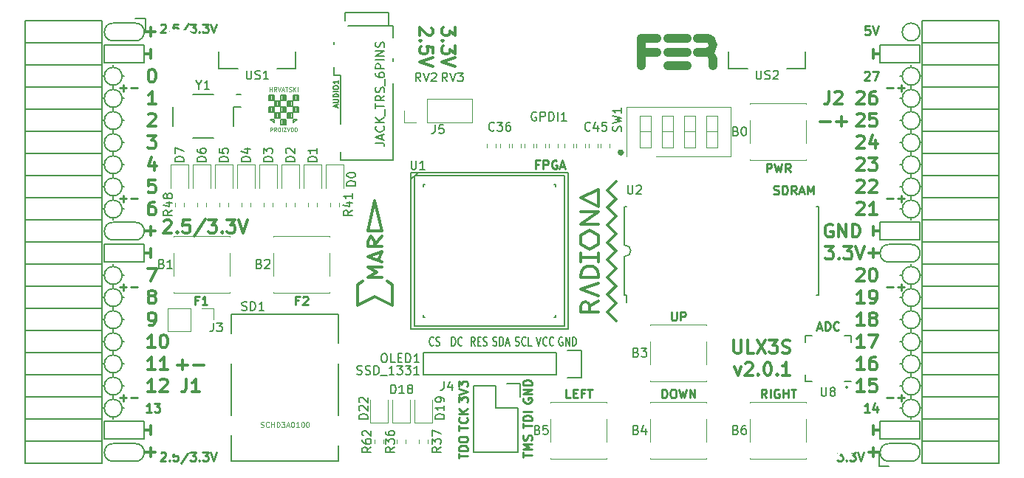
<source format=gto>
G04 #@! TF.GenerationSoftware,KiCad,Pcbnew,5.0.0-rc3+dfsg1-1*
G04 #@! TF.CreationDate,2018-07-08T01:33:58+02:00*
G04 #@! TF.ProjectId,ulx3s,756C7833732E6B696361645F70636200,rev?*
G04 #@! TF.SameCoordinates,Original*
G04 #@! TF.FileFunction,Legend,Top*
G04 #@! TF.FilePolarity,Positive*
%FSLAX46Y46*%
G04 Gerber Fmt 4.6, Leading zero omitted, Abs format (unit mm)*
G04 Created by KiCad (PCBNEW 5.0.0-rc3+dfsg1-1) date Sun Jul  8 01:33:58 2018*
%MOMM*%
%LPD*%
G01*
G04 APERTURE LIST*
%ADD10C,0.250000*%
%ADD11C,0.200000*%
%ADD12C,0.300000*%
%ADD13C,0.120000*%
%ADD14C,0.150000*%
%ADD15C,1.000000*%
%ADD16C,0.152400*%
%ADD17C,0.124460*%
%ADD18C,0.075000*%
%ADD19R,0.400000X2.000000*%
%ADD20C,2.100000*%
%ADD21R,1.220000X2.540000*%
%ADD22R,0.660000X1.000000*%
%ADD23O,1.827200X1.827200*%
%ADD24R,1.827200X1.827200*%
%ADD25C,5.600000*%
%ADD26O,0.950000X0.400000*%
%ADD27O,0.400000X0.950000*%
%ADD28R,1.775000X1.775000*%
%ADD29R,1.827200X2.132000*%
%ADD30O,1.827200X2.132000*%
%ADD31C,0.430000*%
%ADD32R,2.900000X2.100000*%
%ADD33R,2.900000X2.300000*%
%ADD34R,2.900000X2.900000*%
%ADD35C,1.800000*%
%ADD36R,0.800000X1.600000*%
%ADD37R,1.550000X1.000000*%
%ADD38R,1.550000X2.100000*%
%ADD39R,2.300000X1.900000*%
%ADD40R,1.100000X0.770000*%
%ADD41R,1.600000X1.070000*%
%ADD42R,1.800000X1.800000*%
%ADD43O,1.800000X1.800000*%
%ADD44R,1.395000X1.500000*%
%ADD45R,1.900000X2.000000*%
%ADD46R,0.500000X1.450000*%
%ADD47R,2.000000X2.000000*%
%ADD48R,2.200000X1.700000*%
%ADD49R,1.650000X1.400000*%
G04 APERTURE END LIST*
D10*
X116641666Y-93497571D02*
X116308333Y-93497571D01*
X116308333Y-94021380D02*
X116308333Y-93021380D01*
X116784523Y-93021380D01*
X117117857Y-93116619D02*
X117165476Y-93069000D01*
X117260714Y-93021380D01*
X117498809Y-93021380D01*
X117594047Y-93069000D01*
X117641666Y-93116619D01*
X117689285Y-93211857D01*
X117689285Y-93307095D01*
X117641666Y-93449952D01*
X117070238Y-94021380D01*
X117689285Y-94021380D01*
X105084666Y-93497571D02*
X104751333Y-93497571D01*
X104751333Y-94021380D02*
X104751333Y-93021380D01*
X105227523Y-93021380D01*
X106132285Y-94021380D02*
X105560857Y-94021380D01*
X105846571Y-94021380D02*
X105846571Y-93021380D01*
X105751333Y-93164238D01*
X105656095Y-93259476D01*
X105560857Y-93307095D01*
X170236666Y-104689380D02*
X169903333Y-104213190D01*
X169665238Y-104689380D02*
X169665238Y-103689380D01*
X170046190Y-103689380D01*
X170141428Y-103737000D01*
X170189047Y-103784619D01*
X170236666Y-103879857D01*
X170236666Y-104022714D01*
X170189047Y-104117952D01*
X170141428Y-104165571D01*
X170046190Y-104213190D01*
X169665238Y-104213190D01*
X170665238Y-104689380D02*
X170665238Y-103689380D01*
X171665238Y-103737000D02*
X171570000Y-103689380D01*
X171427142Y-103689380D01*
X171284285Y-103737000D01*
X171189047Y-103832238D01*
X171141428Y-103927476D01*
X171093809Y-104117952D01*
X171093809Y-104260809D01*
X171141428Y-104451285D01*
X171189047Y-104546523D01*
X171284285Y-104641761D01*
X171427142Y-104689380D01*
X171522380Y-104689380D01*
X171665238Y-104641761D01*
X171712857Y-104594142D01*
X171712857Y-104260809D01*
X171522380Y-104260809D01*
X172141428Y-104689380D02*
X172141428Y-103689380D01*
X172141428Y-104165571D02*
X172712857Y-104165571D01*
X172712857Y-104689380D02*
X172712857Y-103689380D01*
X173046190Y-103689380D02*
X173617619Y-103689380D01*
X173331904Y-104689380D02*
X173331904Y-103689380D01*
X159354285Y-94799380D02*
X159354285Y-95608904D01*
X159401904Y-95704142D01*
X159449523Y-95751761D01*
X159544761Y-95799380D01*
X159735238Y-95799380D01*
X159830476Y-95751761D01*
X159878095Y-95704142D01*
X159925714Y-95608904D01*
X159925714Y-94799380D01*
X160401904Y-95799380D02*
X160401904Y-94799380D01*
X160782857Y-94799380D01*
X160878095Y-94847000D01*
X160925714Y-94894619D01*
X160973333Y-94989857D01*
X160973333Y-95132714D01*
X160925714Y-95227952D01*
X160878095Y-95275571D01*
X160782857Y-95323190D01*
X160401904Y-95323190D01*
X158259047Y-104689380D02*
X158259047Y-103689380D01*
X158497142Y-103689380D01*
X158640000Y-103737000D01*
X158735238Y-103832238D01*
X158782857Y-103927476D01*
X158830476Y-104117952D01*
X158830476Y-104260809D01*
X158782857Y-104451285D01*
X158735238Y-104546523D01*
X158640000Y-104641761D01*
X158497142Y-104689380D01*
X158259047Y-104689380D01*
X159449523Y-103689380D02*
X159640000Y-103689380D01*
X159735238Y-103737000D01*
X159830476Y-103832238D01*
X159878095Y-104022714D01*
X159878095Y-104356047D01*
X159830476Y-104546523D01*
X159735238Y-104641761D01*
X159640000Y-104689380D01*
X159449523Y-104689380D01*
X159354285Y-104641761D01*
X159259047Y-104546523D01*
X159211428Y-104356047D01*
X159211428Y-104022714D01*
X159259047Y-103832238D01*
X159354285Y-103737000D01*
X159449523Y-103689380D01*
X160211428Y-103689380D02*
X160449523Y-104689380D01*
X160640000Y-103975095D01*
X160830476Y-104689380D01*
X161068571Y-103689380D01*
X161449523Y-104689380D02*
X161449523Y-103689380D01*
X162020952Y-104689380D01*
X162020952Y-103689380D01*
X147757619Y-104689380D02*
X147281428Y-104689380D01*
X147281428Y-103689380D01*
X148090952Y-104165571D02*
X148424285Y-104165571D01*
X148567142Y-104689380D02*
X148090952Y-104689380D01*
X148090952Y-103689380D01*
X148567142Y-103689380D01*
X149329047Y-104165571D02*
X148995714Y-104165571D01*
X148995714Y-104689380D02*
X148995714Y-103689380D01*
X149471904Y-103689380D01*
X149710000Y-103689380D02*
X150281428Y-103689380D01*
X149995714Y-104689380D02*
X149995714Y-103689380D01*
X170251666Y-78781380D02*
X170251666Y-77781380D01*
X170632619Y-77781380D01*
X170727857Y-77829000D01*
X170775476Y-77876619D01*
X170823095Y-77971857D01*
X170823095Y-78114714D01*
X170775476Y-78209952D01*
X170727857Y-78257571D01*
X170632619Y-78305190D01*
X170251666Y-78305190D01*
X171156428Y-77781380D02*
X171394523Y-78781380D01*
X171585000Y-78067095D01*
X171775476Y-78781380D01*
X172013571Y-77781380D01*
X172965952Y-78781380D02*
X172632619Y-78305190D01*
X172394523Y-78781380D02*
X172394523Y-77781380D01*
X172775476Y-77781380D01*
X172870714Y-77829000D01*
X172918333Y-77876619D01*
X172965952Y-77971857D01*
X172965952Y-78114714D01*
X172918333Y-78209952D01*
X172870714Y-78257571D01*
X172775476Y-78305190D01*
X172394523Y-78305190D01*
D11*
X179586000Y-103475000D02*
G75*
G03X179586000Y-103475000I-127000J0D01*
G01*
D12*
X134560428Y-62144714D02*
X134560428Y-63073285D01*
X133989000Y-62573285D01*
X133989000Y-62787571D01*
X133917571Y-62930428D01*
X133846142Y-63001857D01*
X133703285Y-63073285D01*
X133346142Y-63073285D01*
X133203285Y-63001857D01*
X133131857Y-62930428D01*
X133060428Y-62787571D01*
X133060428Y-62359000D01*
X133131857Y-62216142D01*
X133203285Y-62144714D01*
X133203285Y-63716142D02*
X133131857Y-63787571D01*
X133060428Y-63716142D01*
X133131857Y-63644714D01*
X133203285Y-63716142D01*
X133060428Y-63716142D01*
X134560428Y-64287571D02*
X134560428Y-65216142D01*
X133989000Y-64716142D01*
X133989000Y-64930428D01*
X133917571Y-65073285D01*
X133846142Y-65144714D01*
X133703285Y-65216142D01*
X133346142Y-65216142D01*
X133203285Y-65144714D01*
X133131857Y-65073285D01*
X133060428Y-64930428D01*
X133060428Y-64501857D01*
X133131857Y-64359000D01*
X133203285Y-64287571D01*
X134560428Y-65644714D02*
X133060428Y-66144714D01*
X134560428Y-66644714D01*
X131877571Y-62216142D02*
X131949000Y-62287571D01*
X132020428Y-62430428D01*
X132020428Y-62787571D01*
X131949000Y-62930428D01*
X131877571Y-63001857D01*
X131734714Y-63073285D01*
X131591857Y-63073285D01*
X131377571Y-63001857D01*
X130520428Y-62144714D01*
X130520428Y-63073285D01*
X130663285Y-63716142D02*
X130591857Y-63787571D01*
X130520428Y-63716142D01*
X130591857Y-63644714D01*
X130663285Y-63716142D01*
X130520428Y-63716142D01*
X132020428Y-65144714D02*
X132020428Y-64430428D01*
X131306142Y-64359000D01*
X131377571Y-64430428D01*
X131449000Y-64573285D01*
X131449000Y-64930428D01*
X131377571Y-65073285D01*
X131306142Y-65144714D01*
X131163285Y-65216142D01*
X130806142Y-65216142D01*
X130663285Y-65144714D01*
X130591857Y-65073285D01*
X130520428Y-64930428D01*
X130520428Y-64573285D01*
X130591857Y-64430428D01*
X130663285Y-64359000D01*
X132020428Y-65644714D02*
X130520428Y-66144714D01*
X132020428Y-66644714D01*
X102760000Y-100897142D02*
X103902857Y-100897142D01*
X103331428Y-101468571D02*
X103331428Y-100325714D01*
X104617142Y-100897142D02*
X105760000Y-100897142D01*
X166592714Y-101121571D02*
X166949857Y-102121571D01*
X167307000Y-101121571D01*
X167807000Y-100764428D02*
X167878428Y-100693000D01*
X168021285Y-100621571D01*
X168378428Y-100621571D01*
X168521285Y-100693000D01*
X168592714Y-100764428D01*
X168664142Y-100907285D01*
X168664142Y-101050142D01*
X168592714Y-101264428D01*
X167735571Y-102121571D01*
X168664142Y-102121571D01*
X169307000Y-101978714D02*
X169378428Y-102050142D01*
X169307000Y-102121571D01*
X169235571Y-102050142D01*
X169307000Y-101978714D01*
X169307000Y-102121571D01*
X170307000Y-100621571D02*
X170449857Y-100621571D01*
X170592714Y-100693000D01*
X170664142Y-100764428D01*
X170735571Y-100907285D01*
X170807000Y-101193000D01*
X170807000Y-101550142D01*
X170735571Y-101835857D01*
X170664142Y-101978714D01*
X170592714Y-102050142D01*
X170449857Y-102121571D01*
X170307000Y-102121571D01*
X170164142Y-102050142D01*
X170092714Y-101978714D01*
X170021285Y-101835857D01*
X169949857Y-101550142D01*
X169949857Y-101193000D01*
X170021285Y-100907285D01*
X170092714Y-100764428D01*
X170164142Y-100693000D01*
X170307000Y-100621571D01*
X171449857Y-101978714D02*
X171521285Y-102050142D01*
X171449857Y-102121571D01*
X171378428Y-102050142D01*
X171449857Y-101978714D01*
X171449857Y-102121571D01*
X172949857Y-102121571D02*
X172092714Y-102121571D01*
X172521285Y-102121571D02*
X172521285Y-100621571D01*
X172378428Y-100835857D01*
X172235571Y-100978714D01*
X172092714Y-101050142D01*
X182492000Y-87582000D02*
X182492000Y-88598000D01*
X181984000Y-88090000D02*
X183254000Y-88090000D01*
X182492000Y-110442000D02*
X182492000Y-111458000D01*
X183254000Y-110950000D02*
X181984000Y-110950000D01*
X99688000Y-110442000D02*
X99688000Y-111458000D01*
X98926000Y-110950000D02*
X100196000Y-110950000D01*
X99688000Y-62182000D02*
X99688000Y-63198000D01*
X98926000Y-62690000D02*
X100196000Y-62690000D01*
X99688000Y-85042000D02*
X99688000Y-86058000D01*
X98926000Y-85550000D02*
X100196000Y-85550000D01*
D11*
X97910000Y-63706000D02*
G75*
G03X97910000Y-61674000I0J1016000D01*
G01*
X184270000Y-109934000D02*
G75*
G03X184270000Y-111966000I0J-1016000D01*
G01*
X95370000Y-111966000D02*
X97910000Y-111966000D01*
X95370000Y-109934000D02*
X97910000Y-109934000D01*
X97910000Y-111966000D02*
G75*
G03X97910000Y-109934000I0J1016000D01*
G01*
X95370000Y-109934000D02*
G75*
G03X95370000Y-111966000I0J-1016000D01*
G01*
X95370000Y-61674000D02*
X97910000Y-61674000D01*
X95370000Y-63706000D02*
X97910000Y-63706000D01*
X95370000Y-61674000D02*
G75*
G03X95370000Y-63706000I0J-1016000D01*
G01*
X95370000Y-84534000D02*
X97910000Y-84534000D01*
X95370000Y-86566000D02*
X97910000Y-86566000D01*
X95370000Y-84534000D02*
G75*
G03X95370000Y-86566000I0J-1016000D01*
G01*
X97910000Y-86566000D02*
G75*
G03X97910000Y-84534000I0J1016000D01*
G01*
X187826000Y-62690000D02*
G75*
G03X187826000Y-62690000I-1016000J0D01*
G01*
X184270000Y-89106000D02*
X186810000Y-89106000D01*
X184270000Y-87074000D02*
X186810000Y-87074000D01*
X184270000Y-87074000D02*
G75*
G03X184270000Y-89106000I0J-1016000D01*
G01*
X186810000Y-89106000D02*
G75*
G03X186810000Y-87074000I0J1016000D01*
G01*
X186810000Y-111966000D02*
X184270000Y-111966000D01*
X186810000Y-109934000D02*
X184270000Y-109934000D01*
X186810000Y-111966000D02*
G75*
G03X186810000Y-109934000I0J1016000D01*
G01*
X94354000Y-66246000D02*
X94354000Y-64214000D01*
X98926000Y-66246000D02*
X94354000Y-66246000D01*
X98926000Y-64214000D02*
X98926000Y-66246000D01*
X94354000Y-64214000D02*
X98926000Y-64214000D01*
X94354000Y-87074000D02*
X98926000Y-87074000D01*
X94354000Y-89106000D02*
X94354000Y-87074000D01*
X98926000Y-89106000D02*
X94354000Y-89106000D01*
X98926000Y-87074000D02*
X98926000Y-89106000D01*
X94354000Y-109426000D02*
X98926000Y-109426000D01*
X94354000Y-107394000D02*
X94354000Y-109426000D01*
X98926000Y-107394000D02*
X94354000Y-107394000D01*
X98926000Y-109426000D02*
X98926000Y-107394000D01*
X183254000Y-109426000D02*
X187826000Y-109426000D01*
X183254000Y-107394000D02*
X183254000Y-109426000D01*
X187826000Y-107394000D02*
X187826000Y-109426000D01*
X183254000Y-107394000D02*
X187826000Y-107394000D01*
X183254000Y-66246000D02*
X187826000Y-66246000D01*
X183254000Y-64214000D02*
X183254000Y-66246000D01*
X187826000Y-64214000D02*
X183254000Y-64214000D01*
X187826000Y-66246000D02*
X187826000Y-64214000D01*
X183254000Y-84534000D02*
X187826000Y-84534000D01*
X183254000Y-86566000D02*
X183254000Y-84534000D01*
X187826000Y-86566000D02*
X183254000Y-86566000D01*
X187826000Y-84534000D02*
X187826000Y-86566000D01*
D10*
X96148000Y-69111428D02*
X96909904Y-69111428D01*
X96528952Y-69492380D02*
X96528952Y-68730476D01*
X97386095Y-69111428D02*
X98148000Y-69111428D01*
X96148000Y-81811428D02*
X96909904Y-81811428D01*
X96528952Y-82192380D02*
X96528952Y-81430476D01*
X97386095Y-81811428D02*
X98148000Y-81811428D01*
X96148000Y-91971428D02*
X96909904Y-91971428D01*
X96528952Y-92352380D02*
X96528952Y-91590476D01*
X97386095Y-91971428D02*
X98148000Y-91971428D01*
X96148000Y-104671428D02*
X96909904Y-104671428D01*
X96528952Y-105052380D02*
X96528952Y-104290476D01*
X97386095Y-104671428D02*
X98148000Y-104671428D01*
X184032000Y-104671428D02*
X184793904Y-104671428D01*
X185270095Y-104671428D02*
X186032000Y-104671428D01*
X185651047Y-105052380D02*
X185651047Y-104290476D01*
X184032000Y-91971428D02*
X184793904Y-91971428D01*
X185270095Y-91971428D02*
X186032000Y-91971428D01*
X185651047Y-92352380D02*
X185651047Y-91590476D01*
X184032000Y-81811428D02*
X184793904Y-81811428D01*
X185270095Y-81811428D02*
X186032000Y-81811428D01*
X185651047Y-82192380D02*
X185651047Y-81430476D01*
X184032000Y-69111428D02*
X184793904Y-69111428D01*
X185270095Y-69111428D02*
X186032000Y-69111428D01*
X185651047Y-69492380D02*
X185651047Y-68730476D01*
D12*
X176420000Y-72957142D02*
X177562857Y-72957142D01*
X178277142Y-72957142D02*
X179420000Y-72957142D01*
X178848571Y-73528571D02*
X178848571Y-72385714D01*
D11*
X187826000Y-67770000D02*
G75*
G03X187826000Y-67770000I-1016000J0D01*
G01*
X187826000Y-70310000D02*
G75*
G03X187826000Y-70310000I-1016000J0D01*
G01*
X187826000Y-72850000D02*
G75*
G03X187826000Y-72850000I-1016000J0D01*
G01*
X187826000Y-75390000D02*
G75*
G03X187826000Y-75390000I-1016000J0D01*
G01*
X187826000Y-77930000D02*
G75*
G03X187826000Y-77930000I-1016000J0D01*
G01*
X187826000Y-80470000D02*
G75*
G03X187826000Y-80470000I-1016000J0D01*
G01*
X187826000Y-83010000D02*
G75*
G03X187826000Y-83010000I-1016000J0D01*
G01*
X187826000Y-90630000D02*
G75*
G03X187826000Y-90630000I-1016000J0D01*
G01*
X187826000Y-93170000D02*
G75*
G03X187826000Y-93170000I-1016000J0D01*
G01*
X187826000Y-95710000D02*
G75*
G03X187826000Y-95710000I-1016000J0D01*
G01*
X187826000Y-98250000D02*
G75*
G03X187826000Y-98250000I-1016000J0D01*
G01*
X187826000Y-100790000D02*
G75*
G03X187826000Y-100790000I-1016000J0D01*
G01*
X187826000Y-103330000D02*
G75*
G03X187826000Y-103330000I-1016000J0D01*
G01*
X187826000Y-105870000D02*
G75*
G03X187826000Y-105870000I-1016000J0D01*
G01*
X96386000Y-105870000D02*
G75*
G03X96386000Y-105870000I-1016000J0D01*
G01*
X96386000Y-103330000D02*
G75*
G03X96386000Y-103330000I-1016000J0D01*
G01*
X96386000Y-100790000D02*
G75*
G03X96386000Y-100790000I-1016000J0D01*
G01*
X96386000Y-98250000D02*
G75*
G03X96386000Y-98250000I-1016000J0D01*
G01*
X96386000Y-95710000D02*
G75*
G03X96386000Y-95710000I-1016000J0D01*
G01*
X96386000Y-93170000D02*
G75*
G03X96386000Y-93170000I-1016000J0D01*
G01*
X96386000Y-90630000D02*
G75*
G03X96386000Y-90630000I-1016000J0D01*
G01*
X96386000Y-83010000D02*
G75*
G03X96386000Y-83010000I-1016000J0D01*
G01*
X96386000Y-80470000D02*
G75*
G03X96386000Y-80470000I-1016000J0D01*
G01*
X96386000Y-77930000D02*
G75*
G03X96386000Y-77930000I-1016000J0D01*
G01*
X96386000Y-75390000D02*
G75*
G03X96386000Y-75390000I-1016000J0D01*
G01*
X96386000Y-72850000D02*
G75*
G03X96386000Y-72850000I-1016000J0D01*
G01*
X96386000Y-70310000D02*
G75*
G03X96386000Y-70310000I-1016000J0D01*
G01*
X96386000Y-67770000D02*
G75*
G03X96386000Y-67770000I-1016000J0D01*
G01*
D12*
X177793142Y-84800000D02*
X177650285Y-84728571D01*
X177436000Y-84728571D01*
X177221714Y-84800000D01*
X177078857Y-84942857D01*
X177007428Y-85085714D01*
X176936000Y-85371428D01*
X176936000Y-85585714D01*
X177007428Y-85871428D01*
X177078857Y-86014285D01*
X177221714Y-86157142D01*
X177436000Y-86228571D01*
X177578857Y-86228571D01*
X177793142Y-86157142D01*
X177864571Y-86085714D01*
X177864571Y-85585714D01*
X177578857Y-85585714D01*
X178507428Y-86228571D02*
X178507428Y-84728571D01*
X179364571Y-86228571D01*
X179364571Y-84728571D01*
X180078857Y-86228571D02*
X180078857Y-84728571D01*
X180436000Y-84728571D01*
X180650285Y-84800000D01*
X180793142Y-84942857D01*
X180864571Y-85085714D01*
X180936000Y-85371428D01*
X180936000Y-85585714D01*
X180864571Y-85871428D01*
X180793142Y-86014285D01*
X180650285Y-86157142D01*
X180436000Y-86228571D01*
X180078857Y-86228571D01*
X182492000Y-86058000D02*
X182492000Y-85042000D01*
X183254000Y-85550000D02*
X182492000Y-85550000D01*
X182492000Y-107902000D02*
X182492000Y-108918000D01*
X182492000Y-108410000D02*
X183254000Y-108410000D01*
D10*
X182047523Y-106322380D02*
X181476095Y-106322380D01*
X181761809Y-106322380D02*
X181761809Y-105322380D01*
X181666571Y-105465238D01*
X181571333Y-105560476D01*
X181476095Y-105608095D01*
X182904666Y-105655714D02*
X182904666Y-106322380D01*
X182666571Y-105274761D02*
X182428476Y-105989047D01*
X183047523Y-105989047D01*
X181476095Y-67317619D02*
X181523714Y-67270000D01*
X181618952Y-67222380D01*
X181857047Y-67222380D01*
X181952285Y-67270000D01*
X181999904Y-67317619D01*
X182047523Y-67412857D01*
X182047523Y-67508095D01*
X181999904Y-67650952D01*
X181428476Y-68222380D01*
X182047523Y-68222380D01*
X182380857Y-67222380D02*
X183047523Y-67222380D01*
X182618952Y-68222380D01*
D12*
X182492000Y-64722000D02*
X182492000Y-65738000D01*
X182492000Y-65230000D02*
X183254000Y-65230000D01*
X99688000Y-107902000D02*
X99688000Y-108918000D01*
X98926000Y-108410000D02*
X99688000Y-108410000D01*
X99315000Y-74568571D02*
X100243571Y-74568571D01*
X99743571Y-75140000D01*
X99957857Y-75140000D01*
X100100714Y-75211428D01*
X100172142Y-75282857D01*
X100243571Y-75425714D01*
X100243571Y-75782857D01*
X100172142Y-75925714D01*
X100100714Y-75997142D01*
X99957857Y-76068571D01*
X99529285Y-76068571D01*
X99386428Y-75997142D01*
X99315000Y-75925714D01*
X100100714Y-77608571D02*
X100100714Y-78608571D01*
X99743571Y-77037142D02*
X99386428Y-78108571D01*
X100315000Y-78108571D01*
X100172142Y-79648571D02*
X99457857Y-79648571D01*
X99386428Y-80362857D01*
X99457857Y-80291428D01*
X99600714Y-80220000D01*
X99957857Y-80220000D01*
X100100714Y-80291428D01*
X100172142Y-80362857D01*
X100243571Y-80505714D01*
X100243571Y-80862857D01*
X100172142Y-81005714D01*
X100100714Y-81077142D01*
X99957857Y-81148571D01*
X99600714Y-81148571D01*
X99457857Y-81077142D01*
X99386428Y-81005714D01*
D10*
X99751523Y-106322380D02*
X99180095Y-106322380D01*
X99465809Y-106322380D02*
X99465809Y-105322380D01*
X99370571Y-105465238D01*
X99275333Y-105560476D01*
X99180095Y-105608095D01*
X100084857Y-105322380D02*
X100703904Y-105322380D01*
X100370571Y-105703333D01*
X100513428Y-105703333D01*
X100608666Y-105750952D01*
X100656285Y-105798571D01*
X100703904Y-105893809D01*
X100703904Y-106131904D01*
X100656285Y-106227142D01*
X100608666Y-106274761D01*
X100513428Y-106322380D01*
X100227714Y-106322380D01*
X100132476Y-106274761D01*
X100084857Y-106227142D01*
D12*
X99315000Y-89808571D02*
X100315000Y-89808571D01*
X99672142Y-91308571D01*
X99688000Y-87582000D02*
X99688000Y-88598000D01*
X98926000Y-88090000D02*
X99688000Y-88090000D01*
X99688000Y-64722000D02*
X99688000Y-65738000D01*
X98926000Y-65230000D02*
X99688000Y-65230000D01*
D10*
X100817976Y-61874619D02*
X100865595Y-61827000D01*
X100960833Y-61779380D01*
X101198928Y-61779380D01*
X101294166Y-61827000D01*
X101341785Y-61874619D01*
X101389404Y-61969857D01*
X101389404Y-62065095D01*
X101341785Y-62207952D01*
X100770357Y-62779380D01*
X101389404Y-62779380D01*
X101817976Y-62684142D02*
X101865595Y-62731761D01*
X101817976Y-62779380D01*
X101770357Y-62731761D01*
X101817976Y-62684142D01*
X101817976Y-62779380D01*
X102770357Y-61779380D02*
X102294166Y-61779380D01*
X102246547Y-62255571D01*
X102294166Y-62207952D01*
X102389404Y-62160333D01*
X102627500Y-62160333D01*
X102722738Y-62207952D01*
X102770357Y-62255571D01*
X102817976Y-62350809D01*
X102817976Y-62588904D01*
X102770357Y-62684142D01*
X102722738Y-62731761D01*
X102627500Y-62779380D01*
X102389404Y-62779380D01*
X102294166Y-62731761D01*
X102246547Y-62684142D01*
X103960833Y-61731761D02*
X103103690Y-63017476D01*
X104198928Y-61779380D02*
X104817976Y-61779380D01*
X104484642Y-62160333D01*
X104627500Y-62160333D01*
X104722738Y-62207952D01*
X104770357Y-62255571D01*
X104817976Y-62350809D01*
X104817976Y-62588904D01*
X104770357Y-62684142D01*
X104722738Y-62731761D01*
X104627500Y-62779380D01*
X104341785Y-62779380D01*
X104246547Y-62731761D01*
X104198928Y-62684142D01*
X105246547Y-62684142D02*
X105294166Y-62731761D01*
X105246547Y-62779380D01*
X105198928Y-62731761D01*
X105246547Y-62684142D01*
X105246547Y-62779380D01*
X105627500Y-61779380D02*
X106246547Y-61779380D01*
X105913214Y-62160333D01*
X106056071Y-62160333D01*
X106151309Y-62207952D01*
X106198928Y-62255571D01*
X106246547Y-62350809D01*
X106246547Y-62588904D01*
X106198928Y-62684142D01*
X106151309Y-62731761D01*
X106056071Y-62779380D01*
X105770357Y-62779380D01*
X105675119Y-62731761D01*
X105627500Y-62684142D01*
X106532261Y-61779380D02*
X106865595Y-62779380D01*
X107198928Y-61779380D01*
X178360261Y-110910380D02*
X178979309Y-110910380D01*
X178645976Y-111291333D01*
X178788833Y-111291333D01*
X178884071Y-111338952D01*
X178931690Y-111386571D01*
X178979309Y-111481809D01*
X178979309Y-111719904D01*
X178931690Y-111815142D01*
X178884071Y-111862761D01*
X178788833Y-111910380D01*
X178503119Y-111910380D01*
X178407880Y-111862761D01*
X178360261Y-111815142D01*
X179407880Y-111815142D02*
X179455500Y-111862761D01*
X179407880Y-111910380D01*
X179360261Y-111862761D01*
X179407880Y-111815142D01*
X179407880Y-111910380D01*
X179788833Y-110910380D02*
X180407880Y-110910380D01*
X180074547Y-111291333D01*
X180217404Y-111291333D01*
X180312642Y-111338952D01*
X180360261Y-111386571D01*
X180407880Y-111481809D01*
X180407880Y-111719904D01*
X180360261Y-111815142D01*
X180312642Y-111862761D01*
X180217404Y-111910380D01*
X179931690Y-111910380D01*
X179836452Y-111862761D01*
X179788833Y-111815142D01*
X180693595Y-110910380D02*
X181026928Y-111910380D01*
X181360261Y-110910380D01*
D12*
X101199714Y-84381428D02*
X101271142Y-84310000D01*
X101414000Y-84238571D01*
X101771142Y-84238571D01*
X101914000Y-84310000D01*
X101985428Y-84381428D01*
X102056857Y-84524285D01*
X102056857Y-84667142D01*
X101985428Y-84881428D01*
X101128285Y-85738571D01*
X102056857Y-85738571D01*
X102699714Y-85595714D02*
X102771142Y-85667142D01*
X102699714Y-85738571D01*
X102628285Y-85667142D01*
X102699714Y-85595714D01*
X102699714Y-85738571D01*
X104128285Y-84238571D02*
X103414000Y-84238571D01*
X103342571Y-84952857D01*
X103414000Y-84881428D01*
X103556857Y-84810000D01*
X103914000Y-84810000D01*
X104056857Y-84881428D01*
X104128285Y-84952857D01*
X104199714Y-85095714D01*
X104199714Y-85452857D01*
X104128285Y-85595714D01*
X104056857Y-85667142D01*
X103914000Y-85738571D01*
X103556857Y-85738571D01*
X103414000Y-85667142D01*
X103342571Y-85595714D01*
X105914000Y-84167142D02*
X104628285Y-86095714D01*
X106271142Y-84238571D02*
X107199714Y-84238571D01*
X106699714Y-84810000D01*
X106914000Y-84810000D01*
X107056857Y-84881428D01*
X107128285Y-84952857D01*
X107199714Y-85095714D01*
X107199714Y-85452857D01*
X107128285Y-85595714D01*
X107056857Y-85667142D01*
X106914000Y-85738571D01*
X106485428Y-85738571D01*
X106342571Y-85667142D01*
X106271142Y-85595714D01*
X107842571Y-85595714D02*
X107914000Y-85667142D01*
X107842571Y-85738571D01*
X107771142Y-85667142D01*
X107842571Y-85595714D01*
X107842571Y-85738571D01*
X108414000Y-84238571D02*
X109342571Y-84238571D01*
X108842571Y-84810000D01*
X109056857Y-84810000D01*
X109199714Y-84881428D01*
X109271142Y-84952857D01*
X109342571Y-85095714D01*
X109342571Y-85452857D01*
X109271142Y-85595714D01*
X109199714Y-85667142D01*
X109056857Y-85738571D01*
X108628285Y-85738571D01*
X108485428Y-85667142D01*
X108414000Y-85595714D01*
X109771142Y-84238571D02*
X110271142Y-85738571D01*
X110771142Y-84238571D01*
D10*
X100817976Y-111023619D02*
X100865595Y-110976000D01*
X100960833Y-110928380D01*
X101198928Y-110928380D01*
X101294166Y-110976000D01*
X101341785Y-111023619D01*
X101389404Y-111118857D01*
X101389404Y-111214095D01*
X101341785Y-111356952D01*
X100770357Y-111928380D01*
X101389404Y-111928380D01*
X101817976Y-111833142D02*
X101865595Y-111880761D01*
X101817976Y-111928380D01*
X101770357Y-111880761D01*
X101817976Y-111833142D01*
X101817976Y-111928380D01*
X102770357Y-110928380D02*
X102294166Y-110928380D01*
X102246547Y-111404571D01*
X102294166Y-111356952D01*
X102389404Y-111309333D01*
X102627500Y-111309333D01*
X102722738Y-111356952D01*
X102770357Y-111404571D01*
X102817976Y-111499809D01*
X102817976Y-111737904D01*
X102770357Y-111833142D01*
X102722738Y-111880761D01*
X102627500Y-111928380D01*
X102389404Y-111928380D01*
X102294166Y-111880761D01*
X102246547Y-111833142D01*
X103960833Y-110880761D02*
X103103690Y-112166476D01*
X104198928Y-110928380D02*
X104817976Y-110928380D01*
X104484642Y-111309333D01*
X104627500Y-111309333D01*
X104722738Y-111356952D01*
X104770357Y-111404571D01*
X104817976Y-111499809D01*
X104817976Y-111737904D01*
X104770357Y-111833142D01*
X104722738Y-111880761D01*
X104627500Y-111928380D01*
X104341785Y-111928380D01*
X104246547Y-111880761D01*
X104198928Y-111833142D01*
X105246547Y-111833142D02*
X105294166Y-111880761D01*
X105246547Y-111928380D01*
X105198928Y-111880761D01*
X105246547Y-111833142D01*
X105246547Y-111928380D01*
X105627500Y-110928380D02*
X106246547Y-110928380D01*
X105913214Y-111309333D01*
X106056071Y-111309333D01*
X106151309Y-111356952D01*
X106198928Y-111404571D01*
X106246547Y-111499809D01*
X106246547Y-111737904D01*
X106198928Y-111833142D01*
X106151309Y-111880761D01*
X106056071Y-111928380D01*
X105770357Y-111928380D01*
X105675119Y-111880761D01*
X105627500Y-111833142D01*
X106532261Y-110928380D02*
X106865595Y-111928380D01*
X107198928Y-110928380D01*
X182047523Y-62015380D02*
X181571333Y-62015380D01*
X181523714Y-62491571D01*
X181571333Y-62443952D01*
X181666571Y-62396333D01*
X181904666Y-62396333D01*
X181999904Y-62443952D01*
X182047523Y-62491571D01*
X182095142Y-62586809D01*
X182095142Y-62824904D01*
X182047523Y-62920142D01*
X181999904Y-62967761D01*
X181904666Y-63015380D01*
X181666571Y-63015380D01*
X181571333Y-62967761D01*
X181523714Y-62920142D01*
X182380857Y-62015380D02*
X182714190Y-63015380D01*
X183047523Y-62015380D01*
D12*
X180587142Y-69631428D02*
X180658571Y-69560000D01*
X180801428Y-69488571D01*
X181158571Y-69488571D01*
X181301428Y-69560000D01*
X181372857Y-69631428D01*
X181444285Y-69774285D01*
X181444285Y-69917142D01*
X181372857Y-70131428D01*
X180515714Y-70988571D01*
X181444285Y-70988571D01*
X182730000Y-69488571D02*
X182444285Y-69488571D01*
X182301428Y-69560000D01*
X182230000Y-69631428D01*
X182087142Y-69845714D01*
X182015714Y-70131428D01*
X182015714Y-70702857D01*
X182087142Y-70845714D01*
X182158571Y-70917142D01*
X182301428Y-70988571D01*
X182587142Y-70988571D01*
X182730000Y-70917142D01*
X182801428Y-70845714D01*
X182872857Y-70702857D01*
X182872857Y-70345714D01*
X182801428Y-70202857D01*
X182730000Y-70131428D01*
X182587142Y-70060000D01*
X182301428Y-70060000D01*
X182158571Y-70131428D01*
X182087142Y-70202857D01*
X182015714Y-70345714D01*
X180587142Y-72171428D02*
X180658571Y-72100000D01*
X180801428Y-72028571D01*
X181158571Y-72028571D01*
X181301428Y-72100000D01*
X181372857Y-72171428D01*
X181444285Y-72314285D01*
X181444285Y-72457142D01*
X181372857Y-72671428D01*
X180515714Y-73528571D01*
X181444285Y-73528571D01*
X182801428Y-72028571D02*
X182087142Y-72028571D01*
X182015714Y-72742857D01*
X182087142Y-72671428D01*
X182230000Y-72600000D01*
X182587142Y-72600000D01*
X182730000Y-72671428D01*
X182801428Y-72742857D01*
X182872857Y-72885714D01*
X182872857Y-73242857D01*
X182801428Y-73385714D01*
X182730000Y-73457142D01*
X182587142Y-73528571D01*
X182230000Y-73528571D01*
X182087142Y-73457142D01*
X182015714Y-73385714D01*
X180587142Y-74711428D02*
X180658571Y-74640000D01*
X180801428Y-74568571D01*
X181158571Y-74568571D01*
X181301428Y-74640000D01*
X181372857Y-74711428D01*
X181444285Y-74854285D01*
X181444285Y-74997142D01*
X181372857Y-75211428D01*
X180515714Y-76068571D01*
X181444285Y-76068571D01*
X182730000Y-75068571D02*
X182730000Y-76068571D01*
X182372857Y-74497142D02*
X182015714Y-75568571D01*
X182944285Y-75568571D01*
X180587142Y-77251428D02*
X180658571Y-77180000D01*
X180801428Y-77108571D01*
X181158571Y-77108571D01*
X181301428Y-77180000D01*
X181372857Y-77251428D01*
X181444285Y-77394285D01*
X181444285Y-77537142D01*
X181372857Y-77751428D01*
X180515714Y-78608571D01*
X181444285Y-78608571D01*
X181944285Y-77108571D02*
X182872857Y-77108571D01*
X182372857Y-77680000D01*
X182587142Y-77680000D01*
X182730000Y-77751428D01*
X182801428Y-77822857D01*
X182872857Y-77965714D01*
X182872857Y-78322857D01*
X182801428Y-78465714D01*
X182730000Y-78537142D01*
X182587142Y-78608571D01*
X182158571Y-78608571D01*
X182015714Y-78537142D01*
X181944285Y-78465714D01*
X180587142Y-79791428D02*
X180658571Y-79720000D01*
X180801428Y-79648571D01*
X181158571Y-79648571D01*
X181301428Y-79720000D01*
X181372857Y-79791428D01*
X181444285Y-79934285D01*
X181444285Y-80077142D01*
X181372857Y-80291428D01*
X180515714Y-81148571D01*
X181444285Y-81148571D01*
X182015714Y-79791428D02*
X182087142Y-79720000D01*
X182230000Y-79648571D01*
X182587142Y-79648571D01*
X182730000Y-79720000D01*
X182801428Y-79791428D01*
X182872857Y-79934285D01*
X182872857Y-80077142D01*
X182801428Y-80291428D01*
X181944285Y-81148571D01*
X182872857Y-81148571D01*
X180587142Y-82331428D02*
X180658571Y-82260000D01*
X180801428Y-82188571D01*
X181158571Y-82188571D01*
X181301428Y-82260000D01*
X181372857Y-82331428D01*
X181444285Y-82474285D01*
X181444285Y-82617142D01*
X181372857Y-82831428D01*
X180515714Y-83688571D01*
X181444285Y-83688571D01*
X182872857Y-83688571D02*
X182015714Y-83688571D01*
X182444285Y-83688571D02*
X182444285Y-82188571D01*
X182301428Y-82402857D01*
X182158571Y-82545714D01*
X182015714Y-82617142D01*
X176975714Y-87268571D02*
X177904285Y-87268571D01*
X177404285Y-87840000D01*
X177618571Y-87840000D01*
X177761428Y-87911428D01*
X177832857Y-87982857D01*
X177904285Y-88125714D01*
X177904285Y-88482857D01*
X177832857Y-88625714D01*
X177761428Y-88697142D01*
X177618571Y-88768571D01*
X177190000Y-88768571D01*
X177047142Y-88697142D01*
X176975714Y-88625714D01*
X178547142Y-88625714D02*
X178618571Y-88697142D01*
X178547142Y-88768571D01*
X178475714Y-88697142D01*
X178547142Y-88625714D01*
X178547142Y-88768571D01*
X179118571Y-87268571D02*
X180047142Y-87268571D01*
X179547142Y-87840000D01*
X179761428Y-87840000D01*
X179904285Y-87911428D01*
X179975714Y-87982857D01*
X180047142Y-88125714D01*
X180047142Y-88482857D01*
X179975714Y-88625714D01*
X179904285Y-88697142D01*
X179761428Y-88768571D01*
X179332857Y-88768571D01*
X179190000Y-88697142D01*
X179118571Y-88625714D01*
X180475714Y-87268571D02*
X180975714Y-88768571D01*
X181475714Y-87268571D01*
X180587142Y-89951428D02*
X180658571Y-89880000D01*
X180801428Y-89808571D01*
X181158571Y-89808571D01*
X181301428Y-89880000D01*
X181372857Y-89951428D01*
X181444285Y-90094285D01*
X181444285Y-90237142D01*
X181372857Y-90451428D01*
X180515714Y-91308571D01*
X181444285Y-91308571D01*
X182372857Y-89808571D02*
X182515714Y-89808571D01*
X182658571Y-89880000D01*
X182730000Y-89951428D01*
X182801428Y-90094285D01*
X182872857Y-90380000D01*
X182872857Y-90737142D01*
X182801428Y-91022857D01*
X182730000Y-91165714D01*
X182658571Y-91237142D01*
X182515714Y-91308571D01*
X182372857Y-91308571D01*
X182230000Y-91237142D01*
X182158571Y-91165714D01*
X182087142Y-91022857D01*
X182015714Y-90737142D01*
X182015714Y-90380000D01*
X182087142Y-90094285D01*
X182158571Y-89951428D01*
X182230000Y-89880000D01*
X182372857Y-89808571D01*
X181444285Y-93848571D02*
X180587142Y-93848571D01*
X181015714Y-93848571D02*
X181015714Y-92348571D01*
X180872857Y-92562857D01*
X180730000Y-92705714D01*
X180587142Y-92777142D01*
X182158571Y-93848571D02*
X182444285Y-93848571D01*
X182587142Y-93777142D01*
X182658571Y-93705714D01*
X182801428Y-93491428D01*
X182872857Y-93205714D01*
X182872857Y-92634285D01*
X182801428Y-92491428D01*
X182730000Y-92420000D01*
X182587142Y-92348571D01*
X182301428Y-92348571D01*
X182158571Y-92420000D01*
X182087142Y-92491428D01*
X182015714Y-92634285D01*
X182015714Y-92991428D01*
X182087142Y-93134285D01*
X182158571Y-93205714D01*
X182301428Y-93277142D01*
X182587142Y-93277142D01*
X182730000Y-93205714D01*
X182801428Y-93134285D01*
X182872857Y-92991428D01*
X181444285Y-96388571D02*
X180587142Y-96388571D01*
X181015714Y-96388571D02*
X181015714Y-94888571D01*
X180872857Y-95102857D01*
X180730000Y-95245714D01*
X180587142Y-95317142D01*
X182301428Y-95531428D02*
X182158571Y-95460000D01*
X182087142Y-95388571D01*
X182015714Y-95245714D01*
X182015714Y-95174285D01*
X182087142Y-95031428D01*
X182158571Y-94960000D01*
X182301428Y-94888571D01*
X182587142Y-94888571D01*
X182730000Y-94960000D01*
X182801428Y-95031428D01*
X182872857Y-95174285D01*
X182872857Y-95245714D01*
X182801428Y-95388571D01*
X182730000Y-95460000D01*
X182587142Y-95531428D01*
X182301428Y-95531428D01*
X182158571Y-95602857D01*
X182087142Y-95674285D01*
X182015714Y-95817142D01*
X182015714Y-96102857D01*
X182087142Y-96245714D01*
X182158571Y-96317142D01*
X182301428Y-96388571D01*
X182587142Y-96388571D01*
X182730000Y-96317142D01*
X182801428Y-96245714D01*
X182872857Y-96102857D01*
X182872857Y-95817142D01*
X182801428Y-95674285D01*
X182730000Y-95602857D01*
X182587142Y-95531428D01*
X181444285Y-98928571D02*
X180587142Y-98928571D01*
X181015714Y-98928571D02*
X181015714Y-97428571D01*
X180872857Y-97642857D01*
X180730000Y-97785714D01*
X180587142Y-97857142D01*
X181944285Y-97428571D02*
X182944285Y-97428571D01*
X182301428Y-98928571D01*
X181444285Y-101468571D02*
X180587142Y-101468571D01*
X181015714Y-101468571D02*
X181015714Y-99968571D01*
X180872857Y-100182857D01*
X180730000Y-100325714D01*
X180587142Y-100397142D01*
X182730000Y-99968571D02*
X182444285Y-99968571D01*
X182301428Y-100040000D01*
X182230000Y-100111428D01*
X182087142Y-100325714D01*
X182015714Y-100611428D01*
X182015714Y-101182857D01*
X182087142Y-101325714D01*
X182158571Y-101397142D01*
X182301428Y-101468571D01*
X182587142Y-101468571D01*
X182730000Y-101397142D01*
X182801428Y-101325714D01*
X182872857Y-101182857D01*
X182872857Y-100825714D01*
X182801428Y-100682857D01*
X182730000Y-100611428D01*
X182587142Y-100540000D01*
X182301428Y-100540000D01*
X182158571Y-100611428D01*
X182087142Y-100682857D01*
X182015714Y-100825714D01*
X181444285Y-104008571D02*
X180587142Y-104008571D01*
X181015714Y-104008571D02*
X181015714Y-102508571D01*
X180872857Y-102722857D01*
X180730000Y-102865714D01*
X180587142Y-102937142D01*
X182801428Y-102508571D02*
X182087142Y-102508571D01*
X182015714Y-103222857D01*
X182087142Y-103151428D01*
X182230000Y-103080000D01*
X182587142Y-103080000D01*
X182730000Y-103151428D01*
X182801428Y-103222857D01*
X182872857Y-103365714D01*
X182872857Y-103722857D01*
X182801428Y-103865714D01*
X182730000Y-103937142D01*
X182587142Y-104008571D01*
X182230000Y-104008571D01*
X182087142Y-103937142D01*
X182015714Y-103865714D01*
D11*
X186810000Y-66500000D02*
X186810000Y-66754000D01*
X187826000Y-67770000D02*
X188080000Y-67770000D01*
X185540000Y-67770000D02*
X185794000Y-67770000D01*
X186810000Y-69294000D02*
X186810000Y-68786000D01*
X187826000Y-70310000D02*
X188080000Y-70310000D01*
X185540000Y-70310000D02*
X185794000Y-70310000D01*
X186810000Y-71326000D02*
X186810000Y-71834000D01*
X187826000Y-72850000D02*
X188080000Y-72850000D01*
X185540000Y-72850000D02*
X185794000Y-72850000D01*
X186810000Y-73866000D02*
X186810000Y-74374000D01*
X187826000Y-75390000D02*
X188080000Y-75390000D01*
X185540000Y-75390000D02*
X185794000Y-75390000D01*
X186810000Y-76406000D02*
X186810000Y-76914000D01*
X187826000Y-77930000D02*
X188080000Y-77930000D01*
X185540000Y-77930000D02*
X185794000Y-77930000D01*
X186810000Y-79454000D02*
X186810000Y-78946000D01*
X187826000Y-80470000D02*
X188080000Y-80470000D01*
X185540000Y-80470000D02*
X185794000Y-80470000D01*
X186810000Y-81994000D02*
X186810000Y-81486000D01*
X187826000Y-83010000D02*
X188080000Y-83010000D01*
X185540000Y-83010000D02*
X185794000Y-83010000D01*
X186810000Y-84026000D02*
X186810000Y-84280000D01*
X186810000Y-89360000D02*
X186810000Y-89614000D01*
X187826000Y-90630000D02*
X188080000Y-90630000D01*
X185540000Y-90630000D02*
X185794000Y-90630000D01*
X186810000Y-91646000D02*
X186810000Y-92154000D01*
X187826000Y-93170000D02*
X188080000Y-93170000D01*
X185540000Y-93170000D02*
X185794000Y-93170000D01*
X186810000Y-94186000D02*
X186810000Y-94694000D01*
X187826000Y-95710000D02*
X188080000Y-95710000D01*
X185540000Y-95710000D02*
X185794000Y-95710000D01*
X186810000Y-97234000D02*
X186810000Y-96726000D01*
X187826000Y-98250000D02*
X188080000Y-98250000D01*
X185540000Y-98250000D02*
X185794000Y-98250000D01*
X187826000Y-100790000D02*
X188080000Y-100790000D01*
X185540000Y-100790000D02*
X185794000Y-100790000D01*
X186810000Y-99266000D02*
X186810000Y-99774000D01*
X186810000Y-102314000D02*
X186810000Y-101806000D01*
X187826000Y-103330000D02*
X188080000Y-103330000D01*
X185540000Y-103330000D02*
X185794000Y-103330000D01*
X186810000Y-104346000D02*
X186810000Y-104854000D01*
X185540000Y-105870000D02*
X185794000Y-105870000D01*
X187826000Y-105870000D02*
X188080000Y-105870000D01*
X186810000Y-106886000D02*
X186810000Y-107140000D01*
X95370000Y-66754000D02*
X95370000Y-66500000D01*
X96386000Y-67770000D02*
X96640000Y-67770000D01*
X94100000Y-67770000D02*
X94354000Y-67770000D01*
X95370000Y-68786000D02*
X95370000Y-69294000D01*
X96386000Y-70310000D02*
X96640000Y-70310000D01*
X94100000Y-70310000D02*
X94354000Y-70310000D01*
X95370000Y-71326000D02*
X95370000Y-71834000D01*
X96386000Y-72850000D02*
X96640000Y-72850000D01*
X94100000Y-72850000D02*
X94354000Y-72850000D01*
X95370000Y-73866000D02*
X95370000Y-74374000D01*
X96386000Y-75390000D02*
X96640000Y-75390000D01*
X95370000Y-76406000D02*
X95370000Y-76914000D01*
X96386000Y-77930000D02*
X96640000Y-77930000D01*
X94100000Y-77930000D02*
X94354000Y-77930000D01*
X95370000Y-79454000D02*
X95370000Y-78946000D01*
X96386000Y-80470000D02*
X96640000Y-80470000D01*
X94100000Y-80470000D02*
X94354000Y-80470000D01*
X95370000Y-81486000D02*
X95370000Y-81994000D01*
X96386000Y-83010000D02*
X96640000Y-83010000D01*
X95370000Y-84026000D02*
X95370000Y-84280000D01*
X94100000Y-83010000D02*
X94354000Y-83010000D01*
X95370000Y-106886000D02*
X95370000Y-107140000D01*
X95370000Y-89360000D02*
X95370000Y-89614000D01*
X96386000Y-93170000D02*
X96640000Y-93170000D01*
X94100000Y-93170000D02*
X94354000Y-93170000D01*
X95370000Y-94186000D02*
X95370000Y-94694000D01*
X94100000Y-90630000D02*
X94354000Y-90630000D01*
X96386000Y-90630000D02*
X96640000Y-90630000D01*
X95370000Y-92154000D02*
X95370000Y-91646000D01*
X96386000Y-95710000D02*
X96640000Y-95710000D01*
X94100000Y-95710000D02*
X94354000Y-95710000D01*
X96386000Y-98250000D02*
X96640000Y-98250000D01*
X94354000Y-98250000D02*
X94100000Y-98250000D01*
X95370000Y-96726000D02*
X95370000Y-97234000D01*
X95370000Y-99266000D02*
X95370000Y-99774000D01*
X94100000Y-100790000D02*
X94354000Y-100790000D01*
X96386000Y-100790000D02*
X96640000Y-100790000D01*
X94100000Y-103330000D02*
X94354000Y-103330000D01*
X96386000Y-103330000D02*
X96640000Y-103330000D01*
X95370000Y-101806000D02*
X95370000Y-102314000D01*
X95370000Y-104346000D02*
X95370000Y-104854000D01*
X96386000Y-105870000D02*
X96640000Y-105870000D01*
X94100000Y-105870000D02*
X94354000Y-105870000D01*
D12*
X100164285Y-104008571D02*
X99307142Y-104008571D01*
X99735714Y-104008571D02*
X99735714Y-102508571D01*
X99592857Y-102722857D01*
X99450000Y-102865714D01*
X99307142Y-102937142D01*
X100735714Y-102651428D02*
X100807142Y-102580000D01*
X100950000Y-102508571D01*
X101307142Y-102508571D01*
X101450000Y-102580000D01*
X101521428Y-102651428D01*
X101592857Y-102794285D01*
X101592857Y-102937142D01*
X101521428Y-103151428D01*
X100664285Y-104008571D01*
X101592857Y-104008571D01*
X100164285Y-101468571D02*
X99307142Y-101468571D01*
X99735714Y-101468571D02*
X99735714Y-99968571D01*
X99592857Y-100182857D01*
X99450000Y-100325714D01*
X99307142Y-100397142D01*
X101592857Y-101468571D02*
X100735714Y-101468571D01*
X101164285Y-101468571D02*
X101164285Y-99968571D01*
X101021428Y-100182857D01*
X100878571Y-100325714D01*
X100735714Y-100397142D01*
X100164285Y-98928571D02*
X99307142Y-98928571D01*
X99735714Y-98928571D02*
X99735714Y-97428571D01*
X99592857Y-97642857D01*
X99450000Y-97785714D01*
X99307142Y-97857142D01*
X101092857Y-97428571D02*
X101235714Y-97428571D01*
X101378571Y-97500000D01*
X101450000Y-97571428D01*
X101521428Y-97714285D01*
X101592857Y-98000000D01*
X101592857Y-98357142D01*
X101521428Y-98642857D01*
X101450000Y-98785714D01*
X101378571Y-98857142D01*
X101235714Y-98928571D01*
X101092857Y-98928571D01*
X100950000Y-98857142D01*
X100878571Y-98785714D01*
X100807142Y-98642857D01*
X100735714Y-98357142D01*
X100735714Y-98000000D01*
X100807142Y-97714285D01*
X100878571Y-97571428D01*
X100950000Y-97500000D01*
X101092857Y-97428571D01*
X99529285Y-96388571D02*
X99815000Y-96388571D01*
X99957857Y-96317142D01*
X100029285Y-96245714D01*
X100172142Y-96031428D01*
X100243571Y-95745714D01*
X100243571Y-95174285D01*
X100172142Y-95031428D01*
X100100714Y-94960000D01*
X99957857Y-94888571D01*
X99672142Y-94888571D01*
X99529285Y-94960000D01*
X99457857Y-95031428D01*
X99386428Y-95174285D01*
X99386428Y-95531428D01*
X99457857Y-95674285D01*
X99529285Y-95745714D01*
X99672142Y-95817142D01*
X99957857Y-95817142D01*
X100100714Y-95745714D01*
X100172142Y-95674285D01*
X100243571Y-95531428D01*
X99672142Y-92991428D02*
X99529285Y-92920000D01*
X99457857Y-92848571D01*
X99386428Y-92705714D01*
X99386428Y-92634285D01*
X99457857Y-92491428D01*
X99529285Y-92420000D01*
X99672142Y-92348571D01*
X99957857Y-92348571D01*
X100100714Y-92420000D01*
X100172142Y-92491428D01*
X100243571Y-92634285D01*
X100243571Y-92705714D01*
X100172142Y-92848571D01*
X100100714Y-92920000D01*
X99957857Y-92991428D01*
X99672142Y-92991428D01*
X99529285Y-93062857D01*
X99457857Y-93134285D01*
X99386428Y-93277142D01*
X99386428Y-93562857D01*
X99457857Y-93705714D01*
X99529285Y-93777142D01*
X99672142Y-93848571D01*
X99957857Y-93848571D01*
X100100714Y-93777142D01*
X100172142Y-93705714D01*
X100243571Y-93562857D01*
X100243571Y-93277142D01*
X100172142Y-93134285D01*
X100100714Y-93062857D01*
X99957857Y-92991428D01*
X100100714Y-82188571D02*
X99815000Y-82188571D01*
X99672142Y-82260000D01*
X99600714Y-82331428D01*
X99457857Y-82545714D01*
X99386428Y-82831428D01*
X99386428Y-83402857D01*
X99457857Y-83545714D01*
X99529285Y-83617142D01*
X99672142Y-83688571D01*
X99957857Y-83688571D01*
X100100714Y-83617142D01*
X100172142Y-83545714D01*
X100243571Y-83402857D01*
X100243571Y-83045714D01*
X100172142Y-82902857D01*
X100100714Y-82831428D01*
X99957857Y-82760000D01*
X99672142Y-82760000D01*
X99529285Y-82831428D01*
X99457857Y-82902857D01*
X99386428Y-83045714D01*
X99386428Y-72171428D02*
X99457857Y-72100000D01*
X99600714Y-72028571D01*
X99957857Y-72028571D01*
X100100714Y-72100000D01*
X100172142Y-72171428D01*
X100243571Y-72314285D01*
X100243571Y-72457142D01*
X100172142Y-72671428D01*
X99315000Y-73528571D01*
X100243571Y-73528571D01*
X100243571Y-70988571D02*
X99386428Y-70988571D01*
X99815000Y-70988571D02*
X99815000Y-69488571D01*
X99672142Y-69702857D01*
X99529285Y-69845714D01*
X99386428Y-69917142D01*
X99743571Y-66948571D02*
X99886428Y-66948571D01*
X100029285Y-67020000D01*
X100100714Y-67091428D01*
X100172142Y-67234285D01*
X100243571Y-67520000D01*
X100243571Y-67877142D01*
X100172142Y-68162857D01*
X100100714Y-68305714D01*
X100029285Y-68377142D01*
X99886428Y-68448571D01*
X99743571Y-68448571D01*
X99600714Y-68377142D01*
X99529285Y-68305714D01*
X99457857Y-68162857D01*
X99386428Y-67877142D01*
X99386428Y-67520000D01*
X99457857Y-67234285D01*
X99529285Y-67091428D01*
X99600714Y-67020000D01*
X99743571Y-66948571D01*
X166501428Y-98081571D02*
X166501428Y-99295857D01*
X166572857Y-99438714D01*
X166644285Y-99510142D01*
X166787142Y-99581571D01*
X167072857Y-99581571D01*
X167215714Y-99510142D01*
X167287142Y-99438714D01*
X167358571Y-99295857D01*
X167358571Y-98081571D01*
X168787142Y-99581571D02*
X168072857Y-99581571D01*
X168072857Y-98081571D01*
X169144285Y-98081571D02*
X170144285Y-99581571D01*
X170144285Y-98081571D02*
X169144285Y-99581571D01*
X170572857Y-98081571D02*
X171501428Y-98081571D01*
X171001428Y-98653000D01*
X171215714Y-98653000D01*
X171358571Y-98724428D01*
X171430000Y-98795857D01*
X171501428Y-98938714D01*
X171501428Y-99295857D01*
X171430000Y-99438714D01*
X171358571Y-99510142D01*
X171215714Y-99581571D01*
X170787142Y-99581571D01*
X170644285Y-99510142D01*
X170572857Y-99438714D01*
X172072857Y-99510142D02*
X172287142Y-99581571D01*
X172644285Y-99581571D01*
X172787142Y-99510142D01*
X172858571Y-99438714D01*
X172930000Y-99295857D01*
X172930000Y-99153000D01*
X172858571Y-99010142D01*
X172787142Y-98938714D01*
X172644285Y-98867285D01*
X172358571Y-98795857D01*
X172215714Y-98724428D01*
X172144285Y-98653000D01*
X172072857Y-98510142D01*
X172072857Y-98367285D01*
X172144285Y-98224428D01*
X172215714Y-98153000D01*
X172358571Y-98081571D01*
X172715714Y-98081571D01*
X172930000Y-98153000D01*
D10*
X144137285Y-77876571D02*
X143803952Y-77876571D01*
X143803952Y-78400380D02*
X143803952Y-77400380D01*
X144280142Y-77400380D01*
X144661095Y-78400380D02*
X144661095Y-77400380D01*
X145042047Y-77400380D01*
X145137285Y-77448000D01*
X145184904Y-77495619D01*
X145232523Y-77590857D01*
X145232523Y-77733714D01*
X145184904Y-77828952D01*
X145137285Y-77876571D01*
X145042047Y-77924190D01*
X144661095Y-77924190D01*
X146184904Y-77448000D02*
X146089666Y-77400380D01*
X145946809Y-77400380D01*
X145803952Y-77448000D01*
X145708714Y-77543238D01*
X145661095Y-77638476D01*
X145613476Y-77828952D01*
X145613476Y-77971809D01*
X145661095Y-78162285D01*
X145708714Y-78257523D01*
X145803952Y-78352761D01*
X145946809Y-78400380D01*
X146042047Y-78400380D01*
X146184904Y-78352761D01*
X146232523Y-78305142D01*
X146232523Y-77971809D01*
X146042047Y-77971809D01*
X146613476Y-78114666D02*
X147089666Y-78114666D01*
X146518238Y-78400380D02*
X146851571Y-77400380D01*
X147184904Y-78400380D01*
X171077285Y-81273761D02*
X171220142Y-81321380D01*
X171458238Y-81321380D01*
X171553476Y-81273761D01*
X171601095Y-81226142D01*
X171648714Y-81130904D01*
X171648714Y-81035666D01*
X171601095Y-80940428D01*
X171553476Y-80892809D01*
X171458238Y-80845190D01*
X171267761Y-80797571D01*
X171172523Y-80749952D01*
X171124904Y-80702333D01*
X171077285Y-80607095D01*
X171077285Y-80511857D01*
X171124904Y-80416619D01*
X171172523Y-80369000D01*
X171267761Y-80321380D01*
X171505857Y-80321380D01*
X171648714Y-80369000D01*
X172077285Y-81321380D02*
X172077285Y-80321380D01*
X172315380Y-80321380D01*
X172458238Y-80369000D01*
X172553476Y-80464238D01*
X172601095Y-80559476D01*
X172648714Y-80749952D01*
X172648714Y-80892809D01*
X172601095Y-81083285D01*
X172553476Y-81178523D01*
X172458238Y-81273761D01*
X172315380Y-81321380D01*
X172077285Y-81321380D01*
X173648714Y-81321380D02*
X173315380Y-80845190D01*
X173077285Y-81321380D02*
X173077285Y-80321380D01*
X173458238Y-80321380D01*
X173553476Y-80369000D01*
X173601095Y-80416619D01*
X173648714Y-80511857D01*
X173648714Y-80654714D01*
X173601095Y-80749952D01*
X173553476Y-80797571D01*
X173458238Y-80845190D01*
X173077285Y-80845190D01*
X174029666Y-81035666D02*
X174505857Y-81035666D01*
X173934428Y-81321380D02*
X174267761Y-80321380D01*
X174601095Y-81321380D01*
X174934428Y-81321380D02*
X174934428Y-80321380D01*
X175267761Y-81035666D01*
X175601095Y-80321380D01*
X175601095Y-81321380D01*
X176061904Y-96656666D02*
X176538095Y-96656666D01*
X175966666Y-96942380D02*
X176300000Y-95942380D01*
X176633333Y-96942380D01*
X176966666Y-96942380D02*
X176966666Y-95942380D01*
X177204761Y-95942380D01*
X177347619Y-95990000D01*
X177442857Y-96085238D01*
X177490476Y-96180476D01*
X177538095Y-96370952D01*
X177538095Y-96513809D01*
X177490476Y-96704285D01*
X177442857Y-96799523D01*
X177347619Y-96894761D01*
X177204761Y-96942380D01*
X176966666Y-96942380D01*
X178538095Y-96847142D02*
X178490476Y-96894761D01*
X178347619Y-96942380D01*
X178252380Y-96942380D01*
X178109523Y-96894761D01*
X178014285Y-96799523D01*
X177966666Y-96704285D01*
X177919047Y-96513809D01*
X177919047Y-96370952D01*
X177966666Y-96180476D01*
X178014285Y-96085238D01*
X178109523Y-95990000D01*
X178252380Y-95942380D01*
X178347619Y-95942380D01*
X178490476Y-95990000D01*
X178538095Y-96037619D01*
X142335380Y-111521333D02*
X142335380Y-110949904D01*
X143335380Y-111235619D02*
X142335380Y-111235619D01*
X143335380Y-110616571D02*
X142335380Y-110616571D01*
X143049666Y-110283238D01*
X142335380Y-109949904D01*
X143335380Y-109949904D01*
X143287761Y-109521333D02*
X143335380Y-109378476D01*
X143335380Y-109140380D01*
X143287761Y-109045142D01*
X143240142Y-108997523D01*
X143144904Y-108949904D01*
X143049666Y-108949904D01*
X142954428Y-108997523D01*
X142906809Y-109045142D01*
X142859190Y-109140380D01*
X142811571Y-109330857D01*
X142763952Y-109426095D01*
X142716333Y-109473714D01*
X142621095Y-109521333D01*
X142525857Y-109521333D01*
X142430619Y-109473714D01*
X142383000Y-109426095D01*
X142335380Y-109330857D01*
X142335380Y-109092761D01*
X142383000Y-108949904D01*
X142335380Y-108163809D02*
X142335380Y-107592380D01*
X143335380Y-107878095D02*
X142335380Y-107878095D01*
X143335380Y-107259047D02*
X142335380Y-107259047D01*
X142335380Y-107020952D01*
X142383000Y-106878095D01*
X142478238Y-106782857D01*
X142573476Y-106735238D01*
X142763952Y-106687619D01*
X142906809Y-106687619D01*
X143097285Y-106735238D01*
X143192523Y-106782857D01*
X143287761Y-106878095D01*
X143335380Y-107020952D01*
X143335380Y-107259047D01*
X143335380Y-106259047D02*
X142335380Y-106259047D01*
X142383000Y-104726904D02*
X142335380Y-104822142D01*
X142335380Y-104965000D01*
X142383000Y-105107857D01*
X142478238Y-105203095D01*
X142573476Y-105250714D01*
X142763952Y-105298333D01*
X142906809Y-105298333D01*
X143097285Y-105250714D01*
X143192523Y-105203095D01*
X143287761Y-105107857D01*
X143335380Y-104965000D01*
X143335380Y-104869761D01*
X143287761Y-104726904D01*
X143240142Y-104679285D01*
X142906809Y-104679285D01*
X142906809Y-104869761D01*
X143335380Y-104250714D02*
X142335380Y-104250714D01*
X143335380Y-103679285D01*
X142335380Y-103679285D01*
X143335380Y-103203095D02*
X142335380Y-103203095D01*
X142335380Y-102965000D01*
X142383000Y-102822142D01*
X142478238Y-102726904D01*
X142573476Y-102679285D01*
X142763952Y-102631666D01*
X142906809Y-102631666D01*
X143097285Y-102679285D01*
X143192523Y-102726904D01*
X143287761Y-102822142D01*
X143335380Y-102965000D01*
X143335380Y-103203095D01*
X134969380Y-111624523D02*
X134969380Y-111053095D01*
X135969380Y-111338809D02*
X134969380Y-111338809D01*
X135969380Y-110719761D02*
X134969380Y-110719761D01*
X134969380Y-110481666D01*
X135017000Y-110338809D01*
X135112238Y-110243571D01*
X135207476Y-110195952D01*
X135397952Y-110148333D01*
X135540809Y-110148333D01*
X135731285Y-110195952D01*
X135826523Y-110243571D01*
X135921761Y-110338809D01*
X135969380Y-110481666D01*
X135969380Y-110719761D01*
X134969380Y-109529285D02*
X134969380Y-109338809D01*
X135017000Y-109243571D01*
X135112238Y-109148333D01*
X135302714Y-109100714D01*
X135636047Y-109100714D01*
X135826523Y-109148333D01*
X135921761Y-109243571D01*
X135969380Y-109338809D01*
X135969380Y-109529285D01*
X135921761Y-109624523D01*
X135826523Y-109719761D01*
X135636047Y-109767380D01*
X135302714Y-109767380D01*
X135112238Y-109719761D01*
X135017000Y-109624523D01*
X134969380Y-109529285D01*
X134969380Y-108425714D02*
X134969380Y-107854285D01*
X135969380Y-108140000D02*
X134969380Y-108140000D01*
X135874142Y-106949523D02*
X135921761Y-106997142D01*
X135969380Y-107140000D01*
X135969380Y-107235238D01*
X135921761Y-107378095D01*
X135826523Y-107473333D01*
X135731285Y-107520952D01*
X135540809Y-107568571D01*
X135397952Y-107568571D01*
X135207476Y-107520952D01*
X135112238Y-107473333D01*
X135017000Y-107378095D01*
X134969380Y-107235238D01*
X134969380Y-107140000D01*
X135017000Y-106997142D01*
X135064619Y-106949523D01*
X135969380Y-106520952D02*
X134969380Y-106520952D01*
X135969380Y-105949523D02*
X135397952Y-106378095D01*
X134969380Y-105949523D02*
X135540809Y-106520952D01*
X134969380Y-105203095D02*
X134969380Y-104584047D01*
X135350333Y-104917380D01*
X135350333Y-104774523D01*
X135397952Y-104679285D01*
X135445571Y-104631666D01*
X135540809Y-104584047D01*
X135778904Y-104584047D01*
X135874142Y-104631666D01*
X135921761Y-104679285D01*
X135969380Y-104774523D01*
X135969380Y-105060238D01*
X135921761Y-105155476D01*
X135874142Y-105203095D01*
X134969380Y-104298333D02*
X135969380Y-103965000D01*
X134969380Y-103631666D01*
X134969380Y-103393571D02*
X134969380Y-102774523D01*
X135350333Y-103107857D01*
X135350333Y-102965000D01*
X135397952Y-102869761D01*
X135445571Y-102822142D01*
X135540809Y-102774523D01*
X135778904Y-102774523D01*
X135874142Y-102822142D01*
X135921761Y-102869761D01*
X135969380Y-102965000D01*
X135969380Y-103250714D01*
X135921761Y-103345952D01*
X135874142Y-103393571D01*
D13*
G04 #@! TO.C,SW1*
X163315000Y-74120000D02*
X164585000Y-74120000D01*
X163315000Y-72310000D02*
X163315000Y-75930000D01*
X164585000Y-72310000D02*
X163315000Y-72310000D01*
X164585000Y-75930000D02*
X164585000Y-72310000D01*
X163315000Y-75930000D02*
X164585000Y-75930000D01*
X160775000Y-74120000D02*
X162045000Y-74120000D01*
X160775000Y-72310000D02*
X160775000Y-75930000D01*
X162045000Y-72310000D02*
X160775000Y-72310000D01*
X162045000Y-75930000D02*
X162045000Y-72310000D01*
X160775000Y-75930000D02*
X162045000Y-75930000D01*
X158235000Y-74120000D02*
X159505000Y-74120000D01*
X158235000Y-72310000D02*
X158235000Y-75930000D01*
X159505000Y-72310000D02*
X158235000Y-72310000D01*
X159505000Y-75930000D02*
X159505000Y-72310000D01*
X158235000Y-75930000D02*
X159505000Y-75930000D01*
X155695000Y-74120000D02*
X156965000Y-74120000D01*
X155695000Y-72310000D02*
X155695000Y-75930000D01*
X156965000Y-72310000D02*
X155695000Y-72310000D01*
X156965000Y-75930000D02*
X156965000Y-72310000D01*
X155695000Y-75930000D02*
X156965000Y-75930000D01*
X166120000Y-76965000D02*
X157600000Y-76965000D01*
X166120000Y-71275000D02*
X166120000Y-76965000D01*
X154160000Y-71275000D02*
X166120000Y-71275000D01*
X154160000Y-76965000D02*
X154160000Y-71275000D01*
D12*
X153740000Y-76520000D02*
G75*
G03X153740000Y-76520000I-200000J0D01*
G01*
D14*
G04 #@! TO.C,U2*
X176193000Y-92880000D02*
X175993000Y-92880000D01*
X176193000Y-82720000D02*
X175993000Y-82720000D01*
X154193000Y-92880000D02*
X154193000Y-93700000D01*
X153993000Y-92880000D02*
X154193000Y-92880000D01*
X153993000Y-82720000D02*
X154193000Y-82720000D01*
X176203000Y-82720000D02*
X176203000Y-92880000D01*
X153983000Y-92880000D02*
X153983000Y-88435000D01*
X154044000Y-87165000D02*
G75*
G02X154044000Y-88435000I0J-635000D01*
G01*
X153983000Y-87165000D02*
X153983000Y-82720000D01*
D15*
G04 #@! TO.C,fer*
X164101000Y-65994000D02*
X164101000Y-66594000D01*
X164101000Y-65794000D02*
G75*
G03X163301000Y-64994000I-800000J0D01*
G01*
X163301000Y-64994000D02*
G75*
G03X163301000Y-63394000I0J800000D01*
G01*
X162301000Y-64994000D02*
X163301000Y-64994000D01*
X162301000Y-63394000D02*
X163301000Y-63394000D01*
X155901000Y-63394000D02*
X155901000Y-66594000D01*
X158901000Y-66594000D02*
X161101000Y-66594000D01*
X158901000Y-64994000D02*
X161101000Y-64994000D01*
X158901000Y-63394000D02*
X161101000Y-63394000D01*
X155901000Y-63394000D02*
X157701000Y-63394000D01*
X155901000Y-64994000D02*
X157701000Y-64994000D01*
D14*
G04 #@! TO.C,J1*
X85270000Y-112220000D02*
X94100000Y-112220000D01*
X85270000Y-109680000D02*
X85270000Y-112220000D01*
X94100000Y-109680000D02*
X94100000Y-112220000D01*
X94100000Y-112220000D02*
X85270000Y-112220000D01*
X94100000Y-109680000D02*
X85270000Y-109680000D01*
X94100000Y-107140000D02*
X94100000Y-109680000D01*
X85270000Y-107140000D02*
X85270000Y-109680000D01*
X85270000Y-109680000D02*
X94100000Y-109680000D01*
X85270000Y-91900000D02*
X94100000Y-91900000D01*
X85270000Y-89360000D02*
X85270000Y-91900000D01*
X94100000Y-89360000D02*
X94100000Y-91900000D01*
X94100000Y-91900000D02*
X85270000Y-91900000D01*
X94100000Y-94440000D02*
X85270000Y-94440000D01*
X94100000Y-91900000D02*
X94100000Y-94440000D01*
X85270000Y-91900000D02*
X85270000Y-94440000D01*
X85270000Y-94440000D02*
X94100000Y-94440000D01*
X85270000Y-107140000D02*
X94100000Y-107140000D01*
X85270000Y-104600000D02*
X85270000Y-107140000D01*
X94100000Y-104600000D02*
X94100000Y-107140000D01*
X94100000Y-107140000D02*
X85270000Y-107140000D01*
X94100000Y-104600000D02*
X85270000Y-104600000D01*
X94100000Y-102060000D02*
X94100000Y-104600000D01*
X85270000Y-102060000D02*
X85270000Y-104600000D01*
X85270000Y-104600000D02*
X94100000Y-104600000D01*
X85270000Y-102060000D02*
X94100000Y-102060000D01*
X85270000Y-99520000D02*
X85270000Y-102060000D01*
X94100000Y-99520000D02*
X94100000Y-102060000D01*
X94100000Y-102060000D02*
X85270000Y-102060000D01*
X94100000Y-99520000D02*
X85270000Y-99520000D01*
X94100000Y-96980000D02*
X94100000Y-99520000D01*
X85270000Y-96980000D02*
X85270000Y-99520000D01*
X85270000Y-99520000D02*
X94100000Y-99520000D01*
X85270000Y-96980000D02*
X94100000Y-96980000D01*
X85270000Y-94440000D02*
X85270000Y-96980000D01*
X94100000Y-94440000D02*
X94100000Y-96980000D01*
X94100000Y-96980000D02*
X85270000Y-96980000D01*
X94100000Y-79200000D02*
X85270000Y-79200000D01*
X94100000Y-76660000D02*
X94100000Y-79200000D01*
X85270000Y-76660000D02*
X85270000Y-79200000D01*
X85270000Y-79200000D02*
X94100000Y-79200000D01*
X85270000Y-81740000D02*
X94100000Y-81740000D01*
X85270000Y-79200000D02*
X85270000Y-81740000D01*
X94100000Y-79200000D02*
X94100000Y-81740000D01*
X94100000Y-81740000D02*
X85270000Y-81740000D01*
X94100000Y-84280000D02*
X85270000Y-84280000D01*
X94100000Y-81740000D02*
X94100000Y-84280000D01*
X85270000Y-81740000D02*
X85270000Y-84280000D01*
X85270000Y-84280000D02*
X94100000Y-84280000D01*
X85270000Y-86820000D02*
X94100000Y-86820000D01*
X85270000Y-84280000D02*
X85270000Y-86820000D01*
X94100000Y-84280000D02*
X94100000Y-86820000D01*
X94100000Y-86820000D02*
X85270000Y-86820000D01*
X94100000Y-89360000D02*
X85270000Y-89360000D01*
X94100000Y-86820000D02*
X94100000Y-89360000D01*
X85270000Y-86820000D02*
X85270000Y-89360000D01*
X85270000Y-89360000D02*
X94100000Y-89360000D01*
X85270000Y-76660000D02*
X94100000Y-76660000D01*
X85270000Y-74120000D02*
X85270000Y-76660000D01*
X94100000Y-74120000D02*
X94100000Y-76660000D01*
X94100000Y-76660000D02*
X85270000Y-76660000D01*
X94100000Y-74120000D02*
X85270000Y-74120000D01*
X94100000Y-71580000D02*
X94100000Y-74120000D01*
X85270000Y-71580000D02*
X85270000Y-74120000D01*
X85270000Y-74120000D02*
X94100000Y-74120000D01*
X85270000Y-71580000D02*
X94100000Y-71580000D01*
X85270000Y-69040000D02*
X85270000Y-71580000D01*
X94100000Y-69040000D02*
X94100000Y-71580000D01*
X94100000Y-71580000D02*
X85270000Y-71580000D01*
X94100000Y-69040000D02*
X85270000Y-69040000D01*
X94100000Y-66500000D02*
X94100000Y-69040000D01*
X85270000Y-66500000D02*
X85270000Y-69040000D01*
X85270000Y-69040000D02*
X94100000Y-69040000D01*
X85270000Y-66500000D02*
X94100000Y-66500000D01*
X85270000Y-63960000D02*
X85270000Y-66500000D01*
X94100000Y-63960000D02*
X94100000Y-66500000D01*
X94100000Y-66500000D02*
X85270000Y-66500000D01*
X94100000Y-63960000D02*
X85270000Y-63960000D01*
X94100000Y-61420000D02*
X94100000Y-63960000D01*
X99060000Y-62690000D02*
X99060000Y-61140000D01*
X99060000Y-61140000D02*
X97910000Y-61140000D01*
X94100000Y-61420000D02*
X85270000Y-61420000D01*
X85270000Y-61420000D02*
X85270000Y-63960000D01*
X85270000Y-63960000D02*
X94100000Y-63960000D01*
G04 #@! TO.C,J2*
X196910000Y-61420000D02*
X188080000Y-61420000D01*
X196910000Y-63960000D02*
X196910000Y-61420000D01*
X188080000Y-63960000D02*
X188080000Y-61420000D01*
X188080000Y-61420000D02*
X196910000Y-61420000D01*
X188080000Y-63960000D02*
X196910000Y-63960000D01*
X188080000Y-66500000D02*
X188080000Y-63960000D01*
X196910000Y-66500000D02*
X196910000Y-63960000D01*
X196910000Y-63960000D02*
X188080000Y-63960000D01*
X196910000Y-81740000D02*
X188080000Y-81740000D01*
X196910000Y-84280000D02*
X196910000Y-81740000D01*
X188080000Y-84280000D02*
X188080000Y-81740000D01*
X188080000Y-81740000D02*
X196910000Y-81740000D01*
X188080000Y-79200000D02*
X196910000Y-79200000D01*
X188080000Y-81740000D02*
X188080000Y-79200000D01*
X196910000Y-81740000D02*
X196910000Y-79200000D01*
X196910000Y-79200000D02*
X188080000Y-79200000D01*
X196910000Y-66500000D02*
X188080000Y-66500000D01*
X196910000Y-69040000D02*
X196910000Y-66500000D01*
X188080000Y-69040000D02*
X188080000Y-66500000D01*
X188080000Y-66500000D02*
X196910000Y-66500000D01*
X188080000Y-69040000D02*
X196910000Y-69040000D01*
X188080000Y-71580000D02*
X188080000Y-69040000D01*
X196910000Y-71580000D02*
X196910000Y-69040000D01*
X196910000Y-69040000D02*
X188080000Y-69040000D01*
X196910000Y-71580000D02*
X188080000Y-71580000D01*
X196910000Y-74120000D02*
X196910000Y-71580000D01*
X188080000Y-74120000D02*
X188080000Y-71580000D01*
X188080000Y-71580000D02*
X196910000Y-71580000D01*
X188080000Y-74120000D02*
X196910000Y-74120000D01*
X188080000Y-76660000D02*
X188080000Y-74120000D01*
X196910000Y-76660000D02*
X196910000Y-74120000D01*
X196910000Y-74120000D02*
X188080000Y-74120000D01*
X196910000Y-76660000D02*
X188080000Y-76660000D01*
X196910000Y-79200000D02*
X196910000Y-76660000D01*
X188080000Y-79200000D02*
X188080000Y-76660000D01*
X188080000Y-76660000D02*
X196910000Y-76660000D01*
X188080000Y-94440000D02*
X196910000Y-94440000D01*
X188080000Y-96980000D02*
X188080000Y-94440000D01*
X196910000Y-96980000D02*
X196910000Y-94440000D01*
X196910000Y-94440000D02*
X188080000Y-94440000D01*
X196910000Y-91900000D02*
X188080000Y-91900000D01*
X196910000Y-94440000D02*
X196910000Y-91900000D01*
X188080000Y-94440000D02*
X188080000Y-91900000D01*
X188080000Y-91900000D02*
X196910000Y-91900000D01*
X188080000Y-89360000D02*
X196910000Y-89360000D01*
X188080000Y-91900000D02*
X188080000Y-89360000D01*
X196910000Y-91900000D02*
X196910000Y-89360000D01*
X196910000Y-89360000D02*
X188080000Y-89360000D01*
X196910000Y-86820000D02*
X188080000Y-86820000D01*
X196910000Y-89360000D02*
X196910000Y-86820000D01*
X188080000Y-89360000D02*
X188080000Y-86820000D01*
X188080000Y-86820000D02*
X196910000Y-86820000D01*
X188080000Y-84280000D02*
X196910000Y-84280000D01*
X188080000Y-86820000D02*
X188080000Y-84280000D01*
X196910000Y-86820000D02*
X196910000Y-84280000D01*
X196910000Y-84280000D02*
X188080000Y-84280000D01*
X196910000Y-96980000D02*
X188080000Y-96980000D01*
X196910000Y-99520000D02*
X196910000Y-96980000D01*
X188080000Y-99520000D02*
X188080000Y-96980000D01*
X188080000Y-96980000D02*
X196910000Y-96980000D01*
X188080000Y-99520000D02*
X196910000Y-99520000D01*
X188080000Y-102060000D02*
X188080000Y-99520000D01*
X196910000Y-102060000D02*
X196910000Y-99520000D01*
X196910000Y-99520000D02*
X188080000Y-99520000D01*
X196910000Y-102060000D02*
X188080000Y-102060000D01*
X196910000Y-104600000D02*
X196910000Y-102060000D01*
X188080000Y-104600000D02*
X188080000Y-102060000D01*
X188080000Y-102060000D02*
X196910000Y-102060000D01*
X188080000Y-104600000D02*
X196910000Y-104600000D01*
X188080000Y-107140000D02*
X188080000Y-104600000D01*
X196910000Y-107140000D02*
X196910000Y-104600000D01*
X196910000Y-104600000D02*
X188080000Y-104600000D01*
X196910000Y-107140000D02*
X188080000Y-107140000D01*
X196910000Y-109680000D02*
X196910000Y-107140000D01*
X188080000Y-109680000D02*
X188080000Y-107140000D01*
X188080000Y-107140000D02*
X196910000Y-107140000D01*
X188080000Y-109680000D02*
X196910000Y-109680000D01*
X188080000Y-112220000D02*
X188080000Y-109680000D01*
X183120000Y-110950000D02*
X183120000Y-112500000D01*
X183120000Y-112500000D02*
X184270000Y-112500000D01*
X188080000Y-112220000D02*
X196910000Y-112220000D01*
X196910000Y-112220000D02*
X196910000Y-109680000D01*
X196910000Y-109680000D02*
X188080000Y-109680000D01*
G04 #@! TO.C,J4*
X141725000Y-110950000D02*
X141725000Y-105870000D01*
X142005000Y-103050000D02*
X142005000Y-104600000D01*
X139185000Y-103330000D02*
X139185000Y-105870000D01*
X139185000Y-105870000D02*
X141725000Y-105870000D01*
X141725000Y-110950000D02*
X136645000Y-110950000D01*
X136645000Y-110950000D02*
X136645000Y-105870000D01*
X142005000Y-103050000D02*
X140455000Y-103050000D01*
X136645000Y-103330000D02*
X139185000Y-103330000D01*
X136645000Y-105870000D02*
X136645000Y-103330000D01*
G04 #@! TO.C,U8*
X174660000Y-102780000D02*
X174660000Y-102030000D01*
X179910000Y-97530000D02*
X179910000Y-98280000D01*
X174660000Y-97530000D02*
X174660000Y-98280000D01*
X179910000Y-102780000D02*
X179160000Y-102780000D01*
X179910000Y-97530000D02*
X179160000Y-97530000D01*
X174660000Y-97530000D02*
X175410000Y-97530000D01*
X174660000Y-102780000D02*
X175410000Y-102780000D01*
G04 #@! TO.C,OLED1*
X146170000Y-99520000D02*
X130930000Y-99520000D01*
X130930000Y-99520000D02*
X130930000Y-102060000D01*
X130930000Y-102060000D02*
X146170000Y-102060000D01*
X148990000Y-99240000D02*
X147440000Y-99240000D01*
X146170000Y-99520000D02*
X146170000Y-102060000D01*
X147440000Y-102340000D02*
X148990000Y-102340000D01*
X148990000Y-102340000D02*
X148990000Y-99240000D01*
G04 #@! TO.C,U1*
X130880000Y-80200000D02*
X131080000Y-80200000D01*
X130880000Y-80400000D02*
X130880000Y-80200000D01*
X146080000Y-80200000D02*
X146080000Y-80400000D01*
X145880000Y-80200000D02*
X146080000Y-80200000D01*
X146080000Y-95400000D02*
X146080000Y-95200000D01*
X145880000Y-95400000D02*
X146080000Y-95400000D01*
X130880000Y-95400000D02*
X131080000Y-95400000D01*
X130880000Y-95200000D02*
X130880000Y-95400000D01*
X130280000Y-78800000D02*
X129480000Y-79600000D01*
X129480000Y-96800000D02*
X129480000Y-78800000D01*
X147480000Y-96800000D02*
X129480000Y-96800000D01*
X147480000Y-78800000D02*
X147480000Y-96800000D01*
X129480000Y-78800000D02*
X147480000Y-78800000D01*
X129880000Y-96400000D02*
X129880000Y-79200000D01*
X147080000Y-96400000D02*
X129880000Y-96400000D01*
X147080000Y-79200000D02*
X147080000Y-96400000D01*
X129880000Y-79200000D02*
X147080000Y-79200000D01*
D12*
G04 #@! TO.C,radiona*
X149980000Y-94836000D02*
X149980000Y-94136000D01*
X148980000Y-94836000D02*
X148980000Y-94136000D01*
X151980000Y-80836000D02*
X152980000Y-79836000D01*
X152980000Y-81836000D02*
X151980000Y-80836000D01*
X151980000Y-82836000D02*
X152980000Y-81836000D01*
X152980000Y-83836000D02*
X151980000Y-82836000D01*
X151980000Y-84836000D02*
X152980000Y-83836000D01*
X152980000Y-85836000D02*
X151980000Y-84836000D01*
X151980000Y-86836000D02*
X152980000Y-85836000D01*
X152980000Y-87836000D02*
X151980000Y-86836000D01*
X151980000Y-88836000D02*
X152980000Y-87836000D01*
X152980000Y-89836000D02*
X151980000Y-88836000D01*
X151980000Y-90836000D02*
X152980000Y-89836000D01*
X152980000Y-91836000D02*
X151980000Y-90836000D01*
X151980000Y-92836000D02*
X152980000Y-91836000D01*
X152980000Y-93836000D02*
X151980000Y-92836000D01*
X151980000Y-94836000D02*
X152980000Y-93836000D01*
X152980000Y-95836000D02*
X151980000Y-94836000D01*
X150980000Y-90836000D02*
X150980000Y-90536000D01*
X148980000Y-90836000D02*
X148980000Y-90536000D01*
X148980000Y-89036000D02*
X148980000Y-88036000D01*
X150980000Y-89036000D02*
X150980000Y-88036000D01*
X150980000Y-83336000D02*
X148980000Y-83336000D01*
X148980000Y-84736000D02*
X150980000Y-83336000D01*
X149980000Y-94136000D02*
X150980000Y-93536000D01*
X149980000Y-85436000D02*
X150980000Y-86036000D01*
X148980000Y-86036000D02*
X149980000Y-85436000D01*
X149980000Y-87636000D02*
X148980000Y-87036000D01*
X150980000Y-87036000D02*
X149980000Y-87636000D01*
X148980000Y-86036000D02*
X148980000Y-87036000D01*
X150980000Y-87036000D02*
X150980000Y-86036000D01*
X150980000Y-80736000D02*
X150980000Y-82736000D01*
X148980000Y-81736000D02*
X150980000Y-80736000D01*
X150980000Y-82736000D02*
X148980000Y-81736000D01*
X150980000Y-84736000D02*
X148980000Y-84736000D01*
X148980000Y-88536000D02*
X150980000Y-88536000D01*
X150980000Y-90536000D02*
G75*
G03X148980000Y-90536000I-1000000J0D01*
G01*
X150980000Y-90836000D02*
X148980000Y-90836000D01*
X148980000Y-92236000D02*
X150980000Y-91536000D01*
X150980000Y-92936000D02*
X148980000Y-92236000D01*
X149980000Y-94136000D02*
G75*
G03X148980000Y-94136000I-500000J0D01*
G01*
X150980000Y-94836000D02*
X148980000Y-94836000D01*
D14*
G04 #@! TO.C,AUDIO1*
X121968000Y-60418000D02*
X121968000Y-61418000D01*
X126968000Y-60418000D02*
X121968000Y-60418000D01*
X126968000Y-62018000D02*
X126968000Y-60418000D01*
X127468000Y-62018000D02*
X122268000Y-62018000D01*
X120668000Y-64118000D02*
X120668000Y-63818000D01*
X120668000Y-67618000D02*
X120668000Y-66718000D01*
X121468000Y-67618000D02*
X120668000Y-67618000D01*
X121468000Y-73218000D02*
X121468000Y-67618000D01*
X121468000Y-77418000D02*
X121468000Y-76418000D01*
X121468000Y-77418000D02*
X127468000Y-77418000D01*
X127468000Y-68618000D02*
X127468000Y-77418000D01*
X127468000Y-65718000D02*
X127468000Y-66018000D01*
X127468000Y-62018000D02*
X127468000Y-63318000D01*
G04 #@! TO.C,SD1*
X108900000Y-95100000D02*
X108900000Y-97250000D01*
X121200000Y-95100000D02*
X108900000Y-95100000D01*
X121200000Y-98350000D02*
X121200000Y-95100000D01*
X121200000Y-106650000D02*
X121200000Y-100750000D01*
X108900000Y-100750000D02*
X108900000Y-106650000D01*
X121200000Y-111900000D02*
X121200000Y-110150000D01*
X108900000Y-111900000D02*
X121200000Y-111900000D01*
X108900000Y-109000000D02*
X108900000Y-111900000D01*
G04 #@! TO.C,Y1*
X109472000Y-69860000D02*
X110022000Y-69860000D01*
X109172000Y-73460000D02*
X109172000Y-71260000D01*
X106872000Y-69860000D02*
X104472000Y-69860000D01*
X109172000Y-71260000D02*
X110022000Y-71260000D01*
X106872000Y-74860000D02*
X104472000Y-74860000D01*
X102172000Y-71260000D02*
X102172000Y-73460000D01*
D12*
G04 #@! TO.C,REF\002A\002A*
X124542000Y-89689000D02*
X126142000Y-89689000D01*
X125542000Y-90289000D02*
X124542000Y-89689000D01*
X124542000Y-90889000D02*
X125542000Y-90289000D01*
X126142000Y-90889000D02*
X124542000Y-90889000D01*
X127342000Y-91689000D02*
X126742000Y-91289000D01*
X123342000Y-91689000D02*
X123942000Y-91289000D01*
X123342000Y-94089000D02*
X123342000Y-91689000D01*
X125342000Y-82089000D02*
X124542000Y-85489000D01*
X126142000Y-85489000D02*
X125342000Y-82089000D01*
X124542000Y-85489000D02*
X126142000Y-85489000D01*
X125342000Y-87089000D02*
X126142000Y-86089000D01*
X125342000Y-86689000D02*
X125342000Y-87289000D01*
X124942000Y-86089000D02*
X125342000Y-86689000D01*
X124542000Y-86689000D02*
X124942000Y-86089000D01*
X124542000Y-87289000D02*
X124542000Y-86689000D01*
X124542000Y-87289000D02*
X126142000Y-87289000D01*
X126142000Y-87889000D02*
X125742000Y-88889000D01*
X124542000Y-88489000D02*
X126142000Y-87889000D01*
X126142000Y-89089000D02*
X124542000Y-88489000D01*
X127342000Y-94089000D02*
X127342000Y-91689000D01*
X125342000Y-93089000D02*
X127342000Y-94089000D01*
X123342000Y-94089000D02*
X125342000Y-93089000D01*
D11*
G04 #@! TO.C,HR*
X115000000Y-72798000D02*
X115000000Y-73198000D01*
X115700000Y-72098000D02*
X115700000Y-72498000D01*
X114300000Y-72098000D02*
X114300000Y-72498000D01*
X116400000Y-71398000D02*
X116400000Y-71798000D01*
X113600000Y-71398000D02*
X113600000Y-71798000D01*
X115000000Y-71398000D02*
X115000000Y-71798000D01*
X115700000Y-70698000D02*
X115700000Y-71098000D01*
X116400000Y-69998000D02*
X116400000Y-70398000D01*
X115000000Y-69998000D02*
X115000000Y-70398000D01*
X114300000Y-70698000D02*
X114300000Y-71098000D01*
X113600000Y-69998000D02*
X113600000Y-70398000D01*
X113400000Y-71798000D02*
X113400000Y-71398000D01*
X113400000Y-70398000D02*
X113400000Y-69998000D01*
X114100000Y-71098000D02*
X114100000Y-70698000D01*
X114800000Y-70398000D02*
X114800000Y-69998000D01*
X116200000Y-70398000D02*
X116200000Y-69998000D01*
X115500000Y-71098000D02*
X115500000Y-70698000D01*
X114800000Y-71798000D02*
X114800000Y-71398000D01*
X114100000Y-72498000D02*
X114100000Y-72098000D01*
X116200000Y-71798000D02*
X116200000Y-71398000D01*
X115500000Y-72498000D02*
X115500000Y-72098000D01*
X114800000Y-73198000D02*
X114800000Y-72798000D01*
X116400000Y-72698000D02*
X116000000Y-72698000D01*
X116000000Y-73098000D02*
X116400000Y-72698000D01*
X116000000Y-72698000D02*
X116000000Y-73098000D01*
X115200000Y-72698000D02*
X114600000Y-72698000D01*
X115200000Y-73298000D02*
X115200000Y-72698000D01*
X114600000Y-73298000D02*
X115200000Y-73298000D01*
X114600000Y-72698000D02*
X114600000Y-73298000D01*
X113800000Y-73098000D02*
X113400000Y-72698000D01*
X113800000Y-72698000D02*
X113800000Y-73098000D01*
X113400000Y-72698000D02*
X113800000Y-72698000D01*
X115300000Y-72598000D02*
X115300000Y-71998000D01*
X115900000Y-72598000D02*
X115300000Y-72598000D01*
X115900000Y-71998000D02*
X115900000Y-72598000D01*
X115300000Y-71998000D02*
X115900000Y-71998000D01*
X113900000Y-72598000D02*
X113900000Y-71998000D01*
X114500000Y-72598000D02*
X113900000Y-72598000D01*
X114500000Y-71998000D02*
X114500000Y-72598000D01*
X113900000Y-71998000D02*
X114500000Y-71998000D01*
X116600000Y-71298000D02*
X116000000Y-71298000D01*
X116600000Y-71898000D02*
X116600000Y-71298000D01*
X116000000Y-71898000D02*
X116600000Y-71898000D01*
X116000000Y-71298000D02*
X116000000Y-71898000D01*
X115200000Y-71298000D02*
X114600000Y-71298000D01*
X115200000Y-71898000D02*
X115200000Y-71298000D01*
X114600000Y-71898000D02*
X115200000Y-71898000D01*
X114600000Y-71298000D02*
X114600000Y-71898000D01*
X113200000Y-71898000D02*
X113200000Y-71298000D01*
X113800000Y-71898000D02*
X113200000Y-71898000D01*
X113800000Y-71298000D02*
X113800000Y-71898000D01*
X113200000Y-71298000D02*
X113800000Y-71298000D01*
X115900000Y-70598000D02*
X115300000Y-70598000D01*
X115900000Y-71198000D02*
X115900000Y-70598000D01*
X115300000Y-71198000D02*
X115900000Y-71198000D01*
X115300000Y-70598000D02*
X115300000Y-71198000D01*
X114500000Y-70598000D02*
X113900000Y-70598000D01*
X114500000Y-71198000D02*
X114500000Y-70598000D01*
X113900000Y-71198000D02*
X114500000Y-71198000D01*
X113900000Y-70598000D02*
X113900000Y-71198000D01*
X116600000Y-69898000D02*
X116000000Y-69898000D01*
X116600000Y-70498000D02*
X116600000Y-69898000D01*
X116000000Y-70498000D02*
X116600000Y-70498000D01*
X116000000Y-69898000D02*
X116000000Y-70498000D01*
X114600000Y-70498000D02*
X114600000Y-69898000D01*
X115200000Y-70498000D02*
X114600000Y-70498000D01*
X115200000Y-69898000D02*
X115200000Y-70498000D01*
X114600000Y-69898000D02*
X115200000Y-69898000D01*
X113200000Y-70498000D02*
X113200000Y-69898000D01*
X113800000Y-70498000D02*
X113200000Y-70498000D01*
X113800000Y-69898000D02*
X113800000Y-70498000D01*
X113200000Y-69898000D02*
X113800000Y-69898000D01*
D13*
G04 #@! TO.C,C36*
X149851000Y-75991000D02*
X149851000Y-75551000D01*
X150871000Y-75991000D02*
X150871000Y-75551000D01*
G04 #@! TO.C,C37*
X152268000Y-75991000D02*
X152268000Y-75551000D01*
X151248000Y-75991000D02*
X151248000Y-75551000D01*
G04 #@! TO.C,C38*
X140711000Y-75991000D02*
X140711000Y-75551000D01*
X139691000Y-75991000D02*
X139691000Y-75551000D01*
G04 #@! TO.C,C39*
X142485000Y-75991000D02*
X142485000Y-75551000D01*
X143505000Y-75991000D02*
X143505000Y-75551000D01*
G04 #@! TO.C,C40*
X145279000Y-75991000D02*
X145279000Y-75551000D01*
X146299000Y-75991000D02*
X146299000Y-75551000D01*
G04 #@! TO.C,C41*
X149474000Y-75991000D02*
X149474000Y-75551000D01*
X148454000Y-75991000D02*
X148454000Y-75551000D01*
G04 #@! TO.C,C42*
X138232800Y-75983600D02*
X138232800Y-75543600D01*
X139252800Y-75983600D02*
X139252800Y-75543600D01*
G04 #@! TO.C,C43*
X142108000Y-75991000D02*
X142108000Y-75551000D01*
X141088000Y-75991000D02*
X141088000Y-75551000D01*
G04 #@! TO.C,C44*
X144902000Y-75991000D02*
X144902000Y-75551000D01*
X143882000Y-75991000D02*
X143882000Y-75551000D01*
G04 #@! TO.C,C45*
X147057000Y-75979000D02*
X147057000Y-75539000D01*
X148077000Y-75979000D02*
X148077000Y-75539000D01*
G04 #@! TO.C,D19*
X129920000Y-104870000D02*
X129920000Y-107570000D01*
X129920000Y-107570000D02*
X131940000Y-107570000D01*
X131940000Y-107570000D02*
X131940000Y-104870000D01*
G04 #@! TO.C,D0*
X121780000Y-80599000D02*
X121780000Y-77899000D01*
X121780000Y-77899000D02*
X119760000Y-77899000D01*
X119760000Y-77899000D02*
X119760000Y-80599000D01*
G04 #@! TO.C,D1*
X117220000Y-77899000D02*
X117220000Y-80599000D01*
X119240000Y-77899000D02*
X117220000Y-77899000D01*
X119240000Y-80599000D02*
X119240000Y-77899000D01*
G04 #@! TO.C,D2*
X116700000Y-80599000D02*
X116700000Y-77899000D01*
X116700000Y-77899000D02*
X114680000Y-77899000D01*
X114680000Y-77899000D02*
X114680000Y-80599000D01*
G04 #@! TO.C,D3*
X114160000Y-80599000D02*
X114160000Y-77899000D01*
X114160000Y-77899000D02*
X112140000Y-77899000D01*
X112140000Y-77899000D02*
X112140000Y-80599000D01*
G04 #@! TO.C,D4*
X109600000Y-77899000D02*
X109600000Y-80599000D01*
X111620000Y-77899000D02*
X109600000Y-77899000D01*
X111620000Y-80599000D02*
X111620000Y-77899000D01*
G04 #@! TO.C,D5*
X107060000Y-77899000D02*
X107060000Y-80599000D01*
X109080000Y-77899000D02*
X107060000Y-77899000D01*
X109080000Y-80599000D02*
X109080000Y-77899000D01*
G04 #@! TO.C,D6*
X106555000Y-80599000D02*
X106555000Y-77899000D01*
X106555000Y-77899000D02*
X104535000Y-77899000D01*
X104535000Y-77899000D02*
X104535000Y-80599000D01*
G04 #@! TO.C,D7*
X101980000Y-77899000D02*
X101980000Y-80599000D01*
X104000000Y-77899000D02*
X101980000Y-77899000D01*
X104000000Y-80599000D02*
X104000000Y-77899000D01*
G04 #@! TO.C,D18*
X127380000Y-104870000D02*
X127380000Y-107570000D01*
X127380000Y-107570000D02*
X129400000Y-107570000D01*
X129400000Y-107570000D02*
X129400000Y-104870000D01*
G04 #@! TO.C,D22*
X126860000Y-107570000D02*
X126860000Y-104870000D01*
X124840000Y-107570000D02*
X126860000Y-107570000D01*
X124840000Y-104870000D02*
X124840000Y-107570000D01*
G04 #@! TO.C,R41*
X120260000Y-82722000D02*
X120260000Y-82282000D01*
X121280000Y-82722000D02*
X121280000Y-82282000D01*
G04 #@! TO.C,R42*
X118740000Y-82722000D02*
X118740000Y-82282000D01*
X117720000Y-82722000D02*
X117720000Y-82282000D01*
G04 #@! TO.C,R43*
X115180000Y-82722000D02*
X115180000Y-82282000D01*
X116200000Y-82722000D02*
X116200000Y-82282000D01*
G04 #@! TO.C,R44*
X113660000Y-82722000D02*
X113660000Y-82282000D01*
X112640000Y-82722000D02*
X112640000Y-82282000D01*
G04 #@! TO.C,R45*
X111120000Y-82722000D02*
X111120000Y-82282000D01*
X110100000Y-82722000D02*
X110100000Y-82282000D01*
G04 #@! TO.C,R46*
X107560000Y-82722000D02*
X107560000Y-82282000D01*
X108580000Y-82722000D02*
X108580000Y-82282000D01*
G04 #@! TO.C,R47*
X106040000Y-82722000D02*
X106040000Y-82282000D01*
X105020000Y-82722000D02*
X105020000Y-82282000D01*
G04 #@! TO.C,R48*
X102480000Y-82722000D02*
X102480000Y-82282000D01*
X103500000Y-82722000D02*
X103500000Y-82282000D01*
G04 #@! TO.C,R36*
X127880000Y-109460000D02*
X127880000Y-109900000D01*
X128900000Y-109460000D02*
X128900000Y-109900000D01*
G04 #@! TO.C,R37*
X130420000Y-109900000D02*
X130420000Y-109460000D01*
X131440000Y-109900000D02*
X131440000Y-109460000D01*
G04 #@! TO.C,R62*
X126360000Y-109460000D02*
X126360000Y-109900000D01*
X125340000Y-109460000D02*
X125340000Y-109900000D01*
G04 #@! TO.C,J3*
X101660000Y-94380000D02*
X101660000Y-97040000D01*
X104260000Y-94380000D02*
X101660000Y-94380000D01*
X104260000Y-97040000D02*
X101660000Y-97040000D01*
X104260000Y-94380000D02*
X104260000Y-97040000D01*
X105530000Y-94380000D02*
X106860000Y-94380000D01*
X106860000Y-94380000D02*
X106860000Y-95710000D01*
G04 #@! TO.C,J5*
X136466000Y-73055000D02*
X136466000Y-70395000D01*
X131326000Y-73055000D02*
X136466000Y-73055000D01*
X131326000Y-70395000D02*
X136466000Y-70395000D01*
X131326000Y-73055000D02*
X131326000Y-70395000D01*
X130056000Y-73055000D02*
X128726000Y-73055000D01*
X128726000Y-73055000D02*
X128726000Y-71725000D01*
D14*
G04 #@! TO.C,US1*
X107480000Y-66925000D02*
X107480000Y-64975000D01*
X109630000Y-66925000D02*
X107480000Y-66925000D01*
X116280000Y-66925000D02*
X114130000Y-66925000D01*
X116280000Y-64925000D02*
X116280000Y-66925000D01*
G04 #@! TO.C,US2*
X174700000Y-64925000D02*
X174700000Y-66925000D01*
X174700000Y-66925000D02*
X172550000Y-66925000D01*
X168050000Y-66925000D02*
X165900000Y-66925000D01*
X165900000Y-66925000D02*
X165900000Y-64975000D01*
D13*
G04 #@! TO.C,B0*
X168340000Y-77350000D02*
X168340000Y-77320000D01*
X168340000Y-70890000D02*
X168340000Y-70920000D01*
X174800000Y-70890000D02*
X174800000Y-70920000D01*
X174800000Y-77320000D02*
X174800000Y-77350000D01*
X168340000Y-75420000D02*
X168340000Y-72820000D01*
X174800000Y-77350000D02*
X168340000Y-77350000D01*
X174800000Y-75420000D02*
X174800000Y-72820000D01*
X174800000Y-70890000D02*
X168340000Y-70890000D01*
G04 #@! TO.C,B1*
X102300000Y-92590000D02*
X108760000Y-92590000D01*
X102300000Y-88060000D02*
X102300000Y-90660000D01*
X102300000Y-86130000D02*
X108760000Y-86130000D01*
X108760000Y-88060000D02*
X108760000Y-90660000D01*
X102300000Y-86160000D02*
X102300000Y-86130000D01*
X102300000Y-92590000D02*
X102300000Y-92560000D01*
X108760000Y-92590000D02*
X108760000Y-92560000D01*
X108760000Y-86130000D02*
X108760000Y-86160000D01*
G04 #@! TO.C,B2*
X120190000Y-86130000D02*
X120190000Y-86160000D01*
X120190000Y-92590000D02*
X120190000Y-92560000D01*
X113730000Y-92590000D02*
X113730000Y-92560000D01*
X113730000Y-86160000D02*
X113730000Y-86130000D01*
X120190000Y-88060000D02*
X120190000Y-90660000D01*
X113730000Y-86130000D02*
X120190000Y-86130000D01*
X113730000Y-88060000D02*
X113730000Y-90660000D01*
X113730000Y-92590000D02*
X120190000Y-92590000D01*
G04 #@! TO.C,B3*
X156910000Y-102750000D02*
X163370000Y-102750000D01*
X156910000Y-98220000D02*
X156910000Y-100820000D01*
X156910000Y-96290000D02*
X163370000Y-96290000D01*
X163370000Y-98220000D02*
X163370000Y-100820000D01*
X156910000Y-96320000D02*
X156910000Y-96290000D01*
X156910000Y-102750000D02*
X156910000Y-102720000D01*
X163370000Y-102750000D02*
X163370000Y-102720000D01*
X163370000Y-96290000D02*
X163370000Y-96320000D01*
G04 #@! TO.C,B4*
X156910000Y-111640000D02*
X156910000Y-111610000D01*
X156910000Y-105180000D02*
X156910000Y-105210000D01*
X163370000Y-105180000D02*
X163370000Y-105210000D01*
X163370000Y-111610000D02*
X163370000Y-111640000D01*
X156910000Y-109710000D02*
X156910000Y-107110000D01*
X163370000Y-111640000D02*
X156910000Y-111640000D01*
X163370000Y-109710000D02*
X163370000Y-107110000D01*
X163370000Y-105180000D02*
X156910000Y-105180000D01*
G04 #@! TO.C,B5*
X151940000Y-105180000D02*
X145480000Y-105180000D01*
X151940000Y-109710000D02*
X151940000Y-107110000D01*
X151940000Y-111640000D02*
X145480000Y-111640000D01*
X145480000Y-109710000D02*
X145480000Y-107110000D01*
X151940000Y-111610000D02*
X151940000Y-111640000D01*
X151940000Y-105180000D02*
X151940000Y-105210000D01*
X145480000Y-105180000D02*
X145480000Y-105210000D01*
X145480000Y-111640000D02*
X145480000Y-111610000D01*
G04 #@! TO.C,B6*
X168340000Y-111640000D02*
X168340000Y-111610000D01*
X168340000Y-105180000D02*
X168340000Y-105210000D01*
X174800000Y-105180000D02*
X174800000Y-105210000D01*
X174800000Y-111610000D02*
X174800000Y-111640000D01*
X168340000Y-109710000D02*
X168340000Y-107110000D01*
X174800000Y-111640000D02*
X168340000Y-111640000D01*
X174800000Y-109710000D02*
X174800000Y-107110000D01*
X174800000Y-105180000D02*
X168340000Y-105180000D01*
G04 #@! TO.C,GPDI1*
D14*
X143843619Y-71923500D02*
X143748380Y-71875880D01*
X143605523Y-71875880D01*
X143462666Y-71923500D01*
X143367428Y-72018738D01*
X143319809Y-72113976D01*
X143272190Y-72304452D01*
X143272190Y-72447309D01*
X143319809Y-72637785D01*
X143367428Y-72733023D01*
X143462666Y-72828261D01*
X143605523Y-72875880D01*
X143700761Y-72875880D01*
X143843619Y-72828261D01*
X143891238Y-72780642D01*
X143891238Y-72447309D01*
X143700761Y-72447309D01*
X144319809Y-72875880D02*
X144319809Y-71875880D01*
X144700761Y-71875880D01*
X144796000Y-71923500D01*
X144843619Y-71971119D01*
X144891238Y-72066357D01*
X144891238Y-72209214D01*
X144843619Y-72304452D01*
X144796000Y-72352071D01*
X144700761Y-72399690D01*
X144319809Y-72399690D01*
X145319809Y-72875880D02*
X145319809Y-71875880D01*
X145557904Y-71875880D01*
X145700761Y-71923500D01*
X145796000Y-72018738D01*
X145843619Y-72113976D01*
X145891238Y-72304452D01*
X145891238Y-72447309D01*
X145843619Y-72637785D01*
X145796000Y-72733023D01*
X145700761Y-72828261D01*
X145557904Y-72875880D01*
X145319809Y-72875880D01*
X146319809Y-72875880D02*
X146319809Y-71875880D01*
X147319809Y-72875880D02*
X146748380Y-72875880D01*
X147034095Y-72875880D02*
X147034095Y-71875880D01*
X146938857Y-72018738D01*
X146843619Y-72113976D01*
X146748380Y-72161595D01*
G04 #@! TO.C,SW1*
X153574761Y-74074333D02*
X153622380Y-73931476D01*
X153622380Y-73693380D01*
X153574761Y-73598142D01*
X153527142Y-73550523D01*
X153431904Y-73502904D01*
X153336666Y-73502904D01*
X153241428Y-73550523D01*
X153193809Y-73598142D01*
X153146190Y-73693380D01*
X153098571Y-73883857D01*
X153050952Y-73979095D01*
X153003333Y-74026714D01*
X152908095Y-74074333D01*
X152812857Y-74074333D01*
X152717619Y-74026714D01*
X152670000Y-73979095D01*
X152622380Y-73883857D01*
X152622380Y-73645761D01*
X152670000Y-73502904D01*
X152622380Y-73169571D02*
X153622380Y-72931476D01*
X152908095Y-72741000D01*
X153622380Y-72550523D01*
X152622380Y-72312428D01*
X153622380Y-71407666D02*
X153622380Y-71979095D01*
X153622380Y-71693380D02*
X152622380Y-71693380D01*
X152765238Y-71788619D01*
X152860476Y-71883857D01*
X152908095Y-71979095D01*
G04 #@! TO.C,U2*
X154338095Y-80272380D02*
X154338095Y-81081904D01*
X154385714Y-81177142D01*
X154433333Y-81224761D01*
X154528571Y-81272380D01*
X154719047Y-81272380D01*
X154814285Y-81224761D01*
X154861904Y-81177142D01*
X154909523Y-81081904D01*
X154909523Y-80272380D01*
X155338095Y-80367619D02*
X155385714Y-80320000D01*
X155480952Y-80272380D01*
X155719047Y-80272380D01*
X155814285Y-80320000D01*
X155861904Y-80367619D01*
X155909523Y-80462857D01*
X155909523Y-80558095D01*
X155861904Y-80700952D01*
X155290476Y-81272380D01*
X155909523Y-81272380D01*
G04 #@! TO.C,J1*
D12*
X103760000Y-102508571D02*
X103760000Y-103580000D01*
X103688571Y-103794285D01*
X103545714Y-103937142D01*
X103331428Y-104008571D01*
X103188571Y-104008571D01*
X105260000Y-104008571D02*
X104402857Y-104008571D01*
X104831428Y-104008571D02*
X104831428Y-102508571D01*
X104688571Y-102722857D01*
X104545714Y-102865714D01*
X104402857Y-102937142D01*
G04 #@! TO.C,J2*
X177420000Y-69488571D02*
X177420000Y-70560000D01*
X177348571Y-70774285D01*
X177205714Y-70917142D01*
X176991428Y-70988571D01*
X176848571Y-70988571D01*
X178062857Y-69631428D02*
X178134285Y-69560000D01*
X178277142Y-69488571D01*
X178634285Y-69488571D01*
X178777142Y-69560000D01*
X178848571Y-69631428D01*
X178920000Y-69774285D01*
X178920000Y-69917142D01*
X178848571Y-70131428D01*
X177991428Y-70988571D01*
X178920000Y-70988571D01*
G04 #@! TO.C,J4*
D14*
X133278666Y-102800380D02*
X133278666Y-103514666D01*
X133231047Y-103657523D01*
X133135809Y-103752761D01*
X132992952Y-103800380D01*
X132897714Y-103800380D01*
X134183428Y-103133714D02*
X134183428Y-103800380D01*
X133945333Y-102752761D02*
X133707238Y-103467047D01*
X134326285Y-103467047D01*
G04 #@! TO.C,U8*
X176523095Y-103482380D02*
X176523095Y-104291904D01*
X176570714Y-104387142D01*
X176618333Y-104434761D01*
X176713571Y-104482380D01*
X176904047Y-104482380D01*
X176999285Y-104434761D01*
X177046904Y-104387142D01*
X177094523Y-104291904D01*
X177094523Y-103482380D01*
X177713571Y-103910952D02*
X177618333Y-103863333D01*
X177570714Y-103815714D01*
X177523095Y-103720476D01*
X177523095Y-103672857D01*
X177570714Y-103577619D01*
X177618333Y-103530000D01*
X177713571Y-103482380D01*
X177904047Y-103482380D01*
X177999285Y-103530000D01*
X178046904Y-103577619D01*
X178094523Y-103672857D01*
X178094523Y-103720476D01*
X178046904Y-103815714D01*
X177999285Y-103863333D01*
X177904047Y-103910952D01*
X177713571Y-103910952D01*
X177618333Y-103958571D01*
X177570714Y-104006190D01*
X177523095Y-104101428D01*
X177523095Y-104291904D01*
X177570714Y-104387142D01*
X177618333Y-104434761D01*
X177713571Y-104482380D01*
X177904047Y-104482380D01*
X177999285Y-104434761D01*
X178046904Y-104387142D01*
X178094523Y-104291904D01*
X178094523Y-104101428D01*
X178046904Y-104006190D01*
X177999285Y-103958571D01*
X177904047Y-103910952D01*
G04 #@! TO.C,OLED1*
X126334428Y-99607380D02*
X126524904Y-99607380D01*
X126620142Y-99655000D01*
X126715380Y-99750238D01*
X126763000Y-99940714D01*
X126763000Y-100274047D01*
X126715380Y-100464523D01*
X126620142Y-100559761D01*
X126524904Y-100607380D01*
X126334428Y-100607380D01*
X126239190Y-100559761D01*
X126143952Y-100464523D01*
X126096333Y-100274047D01*
X126096333Y-99940714D01*
X126143952Y-99750238D01*
X126239190Y-99655000D01*
X126334428Y-99607380D01*
X127667761Y-100607380D02*
X127191571Y-100607380D01*
X127191571Y-99607380D01*
X128001095Y-100083571D02*
X128334428Y-100083571D01*
X128477285Y-100607380D02*
X128001095Y-100607380D01*
X128001095Y-99607380D01*
X128477285Y-99607380D01*
X128905857Y-100607380D02*
X128905857Y-99607380D01*
X129143952Y-99607380D01*
X129286809Y-99655000D01*
X129382047Y-99750238D01*
X129429666Y-99845476D01*
X129477285Y-100035952D01*
X129477285Y-100178809D01*
X129429666Y-100369285D01*
X129382047Y-100464523D01*
X129286809Y-100559761D01*
X129143952Y-100607380D01*
X128905857Y-100607380D01*
X130429666Y-100607380D02*
X129858238Y-100607380D01*
X130143952Y-100607380D02*
X130143952Y-99607380D01*
X130048714Y-99750238D01*
X129953476Y-99845476D01*
X129858238Y-99893095D01*
X123318380Y-101956761D02*
X123461238Y-102004380D01*
X123699333Y-102004380D01*
X123794571Y-101956761D01*
X123842190Y-101909142D01*
X123889809Y-101813904D01*
X123889809Y-101718666D01*
X123842190Y-101623428D01*
X123794571Y-101575809D01*
X123699333Y-101528190D01*
X123508857Y-101480571D01*
X123413619Y-101432952D01*
X123366000Y-101385333D01*
X123318380Y-101290095D01*
X123318380Y-101194857D01*
X123366000Y-101099619D01*
X123413619Y-101052000D01*
X123508857Y-101004380D01*
X123746952Y-101004380D01*
X123889809Y-101052000D01*
X124270761Y-101956761D02*
X124413619Y-102004380D01*
X124651714Y-102004380D01*
X124746952Y-101956761D01*
X124794571Y-101909142D01*
X124842190Y-101813904D01*
X124842190Y-101718666D01*
X124794571Y-101623428D01*
X124746952Y-101575809D01*
X124651714Y-101528190D01*
X124461238Y-101480571D01*
X124366000Y-101432952D01*
X124318380Y-101385333D01*
X124270761Y-101290095D01*
X124270761Y-101194857D01*
X124318380Y-101099619D01*
X124366000Y-101052000D01*
X124461238Y-101004380D01*
X124699333Y-101004380D01*
X124842190Y-101052000D01*
X125270761Y-102004380D02*
X125270761Y-101004380D01*
X125508857Y-101004380D01*
X125651714Y-101052000D01*
X125746952Y-101147238D01*
X125794571Y-101242476D01*
X125842190Y-101432952D01*
X125842190Y-101575809D01*
X125794571Y-101766285D01*
X125746952Y-101861523D01*
X125651714Y-101956761D01*
X125508857Y-102004380D01*
X125270761Y-102004380D01*
X126032666Y-102099619D02*
X126794571Y-102099619D01*
X127556476Y-102004380D02*
X126985047Y-102004380D01*
X127270761Y-102004380D02*
X127270761Y-101004380D01*
X127175523Y-101147238D01*
X127080285Y-101242476D01*
X126985047Y-101290095D01*
X127889809Y-101004380D02*
X128508857Y-101004380D01*
X128175523Y-101385333D01*
X128318380Y-101385333D01*
X128413619Y-101432952D01*
X128461238Y-101480571D01*
X128508857Y-101575809D01*
X128508857Y-101813904D01*
X128461238Y-101909142D01*
X128413619Y-101956761D01*
X128318380Y-102004380D01*
X128032666Y-102004380D01*
X127937428Y-101956761D01*
X127889809Y-101909142D01*
X128842190Y-101004380D02*
X129461238Y-101004380D01*
X129127904Y-101385333D01*
X129270761Y-101385333D01*
X129366000Y-101432952D01*
X129413619Y-101480571D01*
X129461238Y-101575809D01*
X129461238Y-101813904D01*
X129413619Y-101909142D01*
X129366000Y-101956761D01*
X129270761Y-102004380D01*
X128985047Y-102004380D01*
X128889809Y-101956761D01*
X128842190Y-101909142D01*
X130413619Y-102004380D02*
X129842190Y-102004380D01*
X130127904Y-102004380D02*
X130127904Y-101004380D01*
X130032666Y-101147238D01*
X129937428Y-101242476D01*
X129842190Y-101290095D01*
X132075000Y-98607142D02*
X132039285Y-98654761D01*
X131932142Y-98702380D01*
X131860714Y-98702380D01*
X131753571Y-98654761D01*
X131682142Y-98559523D01*
X131646428Y-98464285D01*
X131610714Y-98273809D01*
X131610714Y-98130952D01*
X131646428Y-97940476D01*
X131682142Y-97845238D01*
X131753571Y-97750000D01*
X131860714Y-97702380D01*
X131932142Y-97702380D01*
X132039285Y-97750000D01*
X132075000Y-97797619D01*
X132360714Y-98654761D02*
X132467857Y-98702380D01*
X132646428Y-98702380D01*
X132717857Y-98654761D01*
X132753571Y-98607142D01*
X132789285Y-98511904D01*
X132789285Y-98416666D01*
X132753571Y-98321428D01*
X132717857Y-98273809D01*
X132646428Y-98226190D01*
X132503571Y-98178571D01*
X132432142Y-98130952D01*
X132396428Y-98083333D01*
X132360714Y-97988095D01*
X132360714Y-97892857D01*
X132396428Y-97797619D01*
X132432142Y-97750000D01*
X132503571Y-97702380D01*
X132682142Y-97702380D01*
X132789285Y-97750000D01*
X134168571Y-98702380D02*
X134168571Y-97702380D01*
X134347142Y-97702380D01*
X134454285Y-97750000D01*
X134525714Y-97845238D01*
X134561428Y-97940476D01*
X134597142Y-98130952D01*
X134597142Y-98273809D01*
X134561428Y-98464285D01*
X134525714Y-98559523D01*
X134454285Y-98654761D01*
X134347142Y-98702380D01*
X134168571Y-98702380D01*
X135347142Y-98607142D02*
X135311428Y-98654761D01*
X135204285Y-98702380D01*
X135132857Y-98702380D01*
X135025714Y-98654761D01*
X134954285Y-98559523D01*
X134918571Y-98464285D01*
X134882857Y-98273809D01*
X134882857Y-98130952D01*
X134918571Y-97940476D01*
X134954285Y-97845238D01*
X135025714Y-97750000D01*
X135132857Y-97702380D01*
X135204285Y-97702380D01*
X135311428Y-97750000D01*
X135347142Y-97797619D01*
X136815714Y-98702380D02*
X136565714Y-98226190D01*
X136387142Y-98702380D02*
X136387142Y-97702380D01*
X136672857Y-97702380D01*
X136744285Y-97750000D01*
X136780000Y-97797619D01*
X136815714Y-97892857D01*
X136815714Y-98035714D01*
X136780000Y-98130952D01*
X136744285Y-98178571D01*
X136672857Y-98226190D01*
X136387142Y-98226190D01*
X137137142Y-98178571D02*
X137387142Y-98178571D01*
X137494285Y-98702380D02*
X137137142Y-98702380D01*
X137137142Y-97702380D01*
X137494285Y-97702380D01*
X137780000Y-98654761D02*
X137887142Y-98702380D01*
X138065714Y-98702380D01*
X138137142Y-98654761D01*
X138172857Y-98607142D01*
X138208571Y-98511904D01*
X138208571Y-98416666D01*
X138172857Y-98321428D01*
X138137142Y-98273809D01*
X138065714Y-98226190D01*
X137922857Y-98178571D01*
X137851428Y-98130952D01*
X137815714Y-98083333D01*
X137780000Y-97988095D01*
X137780000Y-97892857D01*
X137815714Y-97797619D01*
X137851428Y-97750000D01*
X137922857Y-97702380D01*
X138101428Y-97702380D01*
X138208571Y-97750000D01*
X138909285Y-98654761D02*
X139016428Y-98702380D01*
X139195000Y-98702380D01*
X139266428Y-98654761D01*
X139302142Y-98607142D01*
X139337857Y-98511904D01*
X139337857Y-98416666D01*
X139302142Y-98321428D01*
X139266428Y-98273809D01*
X139195000Y-98226190D01*
X139052142Y-98178571D01*
X138980714Y-98130952D01*
X138945000Y-98083333D01*
X138909285Y-97988095D01*
X138909285Y-97892857D01*
X138945000Y-97797619D01*
X138980714Y-97750000D01*
X139052142Y-97702380D01*
X139230714Y-97702380D01*
X139337857Y-97750000D01*
X139659285Y-98702380D02*
X139659285Y-97702380D01*
X139837857Y-97702380D01*
X139945000Y-97750000D01*
X140016428Y-97845238D01*
X140052142Y-97940476D01*
X140087857Y-98130952D01*
X140087857Y-98273809D01*
X140052142Y-98464285D01*
X140016428Y-98559523D01*
X139945000Y-98654761D01*
X139837857Y-98702380D01*
X139659285Y-98702380D01*
X140373571Y-98416666D02*
X140730714Y-98416666D01*
X140302142Y-98702380D02*
X140552142Y-97702380D01*
X140802142Y-98702380D01*
X141467142Y-98654761D02*
X141574285Y-98702380D01*
X141752857Y-98702380D01*
X141824285Y-98654761D01*
X141860000Y-98607142D01*
X141895714Y-98511904D01*
X141895714Y-98416666D01*
X141860000Y-98321428D01*
X141824285Y-98273809D01*
X141752857Y-98226190D01*
X141610000Y-98178571D01*
X141538571Y-98130952D01*
X141502857Y-98083333D01*
X141467142Y-97988095D01*
X141467142Y-97892857D01*
X141502857Y-97797619D01*
X141538571Y-97750000D01*
X141610000Y-97702380D01*
X141788571Y-97702380D01*
X141895714Y-97750000D01*
X142645714Y-98607142D02*
X142610000Y-98654761D01*
X142502857Y-98702380D01*
X142431428Y-98702380D01*
X142324285Y-98654761D01*
X142252857Y-98559523D01*
X142217142Y-98464285D01*
X142181428Y-98273809D01*
X142181428Y-98130952D01*
X142217142Y-97940476D01*
X142252857Y-97845238D01*
X142324285Y-97750000D01*
X142431428Y-97702380D01*
X142502857Y-97702380D01*
X142610000Y-97750000D01*
X142645714Y-97797619D01*
X143324285Y-98702380D02*
X142967142Y-98702380D01*
X142967142Y-97702380D01*
X143900000Y-97702380D02*
X144150000Y-98702380D01*
X144400000Y-97702380D01*
X145078571Y-98607142D02*
X145042857Y-98654761D01*
X144935714Y-98702380D01*
X144864285Y-98702380D01*
X144757142Y-98654761D01*
X144685714Y-98559523D01*
X144650000Y-98464285D01*
X144614285Y-98273809D01*
X144614285Y-98130952D01*
X144650000Y-97940476D01*
X144685714Y-97845238D01*
X144757142Y-97750000D01*
X144864285Y-97702380D01*
X144935714Y-97702380D01*
X145042857Y-97750000D01*
X145078571Y-97797619D01*
X145828571Y-98607142D02*
X145792857Y-98654761D01*
X145685714Y-98702380D01*
X145614285Y-98702380D01*
X145507142Y-98654761D01*
X145435714Y-98559523D01*
X145400000Y-98464285D01*
X145364285Y-98273809D01*
X145364285Y-98130952D01*
X145400000Y-97940476D01*
X145435714Y-97845238D01*
X145507142Y-97750000D01*
X145614285Y-97702380D01*
X145685714Y-97702380D01*
X145792857Y-97750000D01*
X145828571Y-97797619D01*
X146868571Y-97750000D02*
X146797142Y-97702380D01*
X146690000Y-97702380D01*
X146582857Y-97750000D01*
X146511428Y-97845238D01*
X146475714Y-97940476D01*
X146440000Y-98130952D01*
X146440000Y-98273809D01*
X146475714Y-98464285D01*
X146511428Y-98559523D01*
X146582857Y-98654761D01*
X146690000Y-98702380D01*
X146761428Y-98702380D01*
X146868571Y-98654761D01*
X146904285Y-98607142D01*
X146904285Y-98273809D01*
X146761428Y-98273809D01*
X147225714Y-98702380D02*
X147225714Y-97702380D01*
X147654285Y-98702380D01*
X147654285Y-97702380D01*
X148011428Y-98702380D02*
X148011428Y-97702380D01*
X148190000Y-97702380D01*
X148297142Y-97750000D01*
X148368571Y-97845238D01*
X148404285Y-97940476D01*
X148440000Y-98130952D01*
X148440000Y-98273809D01*
X148404285Y-98464285D01*
X148368571Y-98559523D01*
X148297142Y-98654761D01*
X148190000Y-98702380D01*
X148011428Y-98702380D01*
G04 #@! TO.C,U1*
X129518095Y-77452380D02*
X129518095Y-78261904D01*
X129565714Y-78357142D01*
X129613333Y-78404761D01*
X129708571Y-78452380D01*
X129899047Y-78452380D01*
X129994285Y-78404761D01*
X130041904Y-78357142D01*
X130089523Y-78261904D01*
X130089523Y-77452380D01*
X131089523Y-78452380D02*
X130518095Y-78452380D01*
X130803809Y-78452380D02*
X130803809Y-77452380D01*
X130708571Y-77595238D01*
X130613333Y-77690476D01*
X130518095Y-77738095D01*
G04 #@! TO.C,AUDIO1*
D16*
X121009098Y-71325350D02*
X121009098Y-71035064D01*
X121183269Y-71383407D02*
X120573669Y-71180207D01*
X121183269Y-70977007D01*
X120573669Y-70773807D02*
X121067155Y-70773807D01*
X121125212Y-70744778D01*
X121154240Y-70715750D01*
X121183269Y-70657692D01*
X121183269Y-70541578D01*
X121154240Y-70483521D01*
X121125212Y-70454492D01*
X121067155Y-70425464D01*
X120573669Y-70425464D01*
X121183269Y-70135178D02*
X120573669Y-70135178D01*
X120573669Y-69990035D01*
X120602698Y-69902950D01*
X120660755Y-69844892D01*
X120718812Y-69815864D01*
X120834926Y-69786835D01*
X120922012Y-69786835D01*
X121038126Y-69815864D01*
X121096183Y-69844892D01*
X121154240Y-69902950D01*
X121183269Y-69990035D01*
X121183269Y-70135178D01*
X121183269Y-69525578D02*
X120573669Y-69525578D01*
X120573669Y-69119178D02*
X120573669Y-69003064D01*
X120602698Y-68945007D01*
X120660755Y-68886950D01*
X120776869Y-68857921D01*
X120980069Y-68857921D01*
X121096183Y-68886950D01*
X121154240Y-68945007D01*
X121183269Y-69003064D01*
X121183269Y-69119178D01*
X121154240Y-69177235D01*
X121096183Y-69235292D01*
X120980069Y-69264321D01*
X120776869Y-69264321D01*
X120660755Y-69235292D01*
X120602698Y-69177235D01*
X120573669Y-69119178D01*
X121183269Y-68277350D02*
X121183269Y-68625692D01*
X121183269Y-68451521D02*
X120573669Y-68451521D01*
X120660755Y-68509578D01*
X120718812Y-68567635D01*
X120747840Y-68625692D01*
D14*
X125439878Y-75420397D02*
X126154164Y-75420397D01*
X126297021Y-75468016D01*
X126392259Y-75563254D01*
X126439878Y-75706111D01*
X126439878Y-75801350D01*
X126154164Y-74991826D02*
X126154164Y-74515635D01*
X126439878Y-75087064D02*
X125439878Y-74753730D01*
X126439878Y-74420397D01*
X126344640Y-73515635D02*
X126392259Y-73563254D01*
X126439878Y-73706111D01*
X126439878Y-73801350D01*
X126392259Y-73944207D01*
X126297021Y-74039445D01*
X126201783Y-74087064D01*
X126011307Y-74134683D01*
X125868450Y-74134683D01*
X125677974Y-74087064D01*
X125582736Y-74039445D01*
X125487498Y-73944207D01*
X125439878Y-73801350D01*
X125439878Y-73706111D01*
X125487498Y-73563254D01*
X125535117Y-73515635D01*
X126439878Y-73087064D02*
X125439878Y-73087064D01*
X126439878Y-72515635D02*
X125868450Y-72944207D01*
X125439878Y-72515635D02*
X126011307Y-73087064D01*
X126535117Y-72325159D02*
X126535117Y-71563254D01*
X125439878Y-71468016D02*
X125439878Y-70896588D01*
X126439878Y-71182302D02*
X125439878Y-71182302D01*
X126439878Y-69991826D02*
X125963688Y-70325159D01*
X126439878Y-70563254D02*
X125439878Y-70563254D01*
X125439878Y-70182302D01*
X125487498Y-70087064D01*
X125535117Y-70039445D01*
X125630355Y-69991826D01*
X125773212Y-69991826D01*
X125868450Y-70039445D01*
X125916069Y-70087064D01*
X125963688Y-70182302D01*
X125963688Y-70563254D01*
X126392259Y-69610873D02*
X126439878Y-69468016D01*
X126439878Y-69229921D01*
X126392259Y-69134683D01*
X126344640Y-69087064D01*
X126249402Y-69039445D01*
X126154164Y-69039445D01*
X126058926Y-69087064D01*
X126011307Y-69134683D01*
X125963688Y-69229921D01*
X125916069Y-69420397D01*
X125868450Y-69515635D01*
X125820831Y-69563254D01*
X125725593Y-69610873D01*
X125630355Y-69610873D01*
X125535117Y-69563254D01*
X125487498Y-69515635D01*
X125439878Y-69420397D01*
X125439878Y-69182302D01*
X125487498Y-69039445D01*
X126535117Y-68848969D02*
X126535117Y-68087064D01*
X125439878Y-67420397D02*
X125439878Y-67610873D01*
X125487498Y-67706111D01*
X125535117Y-67753730D01*
X125677974Y-67848969D01*
X125868450Y-67896588D01*
X126249402Y-67896588D01*
X126344640Y-67848969D01*
X126392259Y-67801350D01*
X126439878Y-67706111D01*
X126439878Y-67515635D01*
X126392259Y-67420397D01*
X126344640Y-67372778D01*
X126249402Y-67325159D01*
X126011307Y-67325159D01*
X125916069Y-67372778D01*
X125868450Y-67420397D01*
X125820831Y-67515635D01*
X125820831Y-67706111D01*
X125868450Y-67801350D01*
X125916069Y-67848969D01*
X126011307Y-67896588D01*
X126439878Y-66896588D02*
X125439878Y-66896588D01*
X125439878Y-66515635D01*
X125487498Y-66420397D01*
X125535117Y-66372778D01*
X125630355Y-66325159D01*
X125773212Y-66325159D01*
X125868450Y-66372778D01*
X125916069Y-66420397D01*
X125963688Y-66515635D01*
X125963688Y-66896588D01*
X126439878Y-65896588D02*
X125439878Y-65896588D01*
X126439878Y-65420397D02*
X125439878Y-65420397D01*
X126439878Y-64848969D01*
X125439878Y-64848969D01*
X126392259Y-64420397D02*
X126439878Y-64277540D01*
X126439878Y-64039445D01*
X126392259Y-63944207D01*
X126344640Y-63896588D01*
X126249402Y-63848969D01*
X126154164Y-63848969D01*
X126058926Y-63896588D01*
X126011307Y-63944207D01*
X125963688Y-64039445D01*
X125916069Y-64229921D01*
X125868450Y-64325159D01*
X125820831Y-64372778D01*
X125725593Y-64420397D01*
X125630355Y-64420397D01*
X125535117Y-64372778D01*
X125487498Y-64325159D01*
X125439878Y-64229921D01*
X125439878Y-63991826D01*
X125487498Y-63848969D01*
G04 #@! TO.C,SD1*
X110125095Y-94608761D02*
X110267952Y-94656380D01*
X110506047Y-94656380D01*
X110601285Y-94608761D01*
X110648904Y-94561142D01*
X110696523Y-94465904D01*
X110696523Y-94370666D01*
X110648904Y-94275428D01*
X110601285Y-94227809D01*
X110506047Y-94180190D01*
X110315571Y-94132571D01*
X110220333Y-94084952D01*
X110172714Y-94037333D01*
X110125095Y-93942095D01*
X110125095Y-93846857D01*
X110172714Y-93751619D01*
X110220333Y-93704000D01*
X110315571Y-93656380D01*
X110553666Y-93656380D01*
X110696523Y-93704000D01*
X111125095Y-94656380D02*
X111125095Y-93656380D01*
X111363190Y-93656380D01*
X111506047Y-93704000D01*
X111601285Y-93799238D01*
X111648904Y-93894476D01*
X111696523Y-94084952D01*
X111696523Y-94227809D01*
X111648904Y-94418285D01*
X111601285Y-94513523D01*
X111506047Y-94608761D01*
X111363190Y-94656380D01*
X111125095Y-94656380D01*
X112648904Y-94656380D02*
X112077476Y-94656380D01*
X112363190Y-94656380D02*
X112363190Y-93656380D01*
X112267952Y-93799238D01*
X112172714Y-93894476D01*
X112077476Y-93942095D01*
D17*
X112281158Y-108022630D02*
X112366792Y-108051175D01*
X112509516Y-108051175D01*
X112566605Y-108022630D01*
X112595150Y-107994085D01*
X112623695Y-107936996D01*
X112623695Y-107879906D01*
X112595150Y-107822817D01*
X112566605Y-107794272D01*
X112509516Y-107765727D01*
X112395337Y-107737182D01*
X112338247Y-107708638D01*
X112309702Y-107680093D01*
X112281158Y-107623003D01*
X112281158Y-107565914D01*
X112309702Y-107508824D01*
X112338247Y-107480280D01*
X112395337Y-107451735D01*
X112538060Y-107451735D01*
X112623695Y-107480280D01*
X113223135Y-107994085D02*
X113194590Y-108022630D01*
X113108956Y-108051175D01*
X113051866Y-108051175D01*
X112966232Y-108022630D01*
X112909142Y-107965540D01*
X112880598Y-107908451D01*
X112852053Y-107794272D01*
X112852053Y-107708638D01*
X112880598Y-107594459D01*
X112909142Y-107537369D01*
X112966232Y-107480280D01*
X113051866Y-107451735D01*
X113108956Y-107451735D01*
X113194590Y-107480280D01*
X113223135Y-107508824D01*
X113480038Y-108051175D02*
X113480038Y-107451735D01*
X113480038Y-107737182D02*
X113822575Y-107737182D01*
X113822575Y-108051175D02*
X113822575Y-107451735D01*
X114108022Y-108051175D02*
X114108022Y-107451735D01*
X114250746Y-107451735D01*
X114336380Y-107480280D01*
X114393470Y-107537369D01*
X114422015Y-107594459D01*
X114450560Y-107708638D01*
X114450560Y-107794272D01*
X114422015Y-107908451D01*
X114393470Y-107965540D01*
X114336380Y-108022630D01*
X114250746Y-108051175D01*
X114108022Y-108051175D01*
X114650373Y-107451735D02*
X115021455Y-107451735D01*
X114821641Y-107680093D01*
X114907276Y-107680093D01*
X114964365Y-107708638D01*
X114992910Y-107737182D01*
X115021455Y-107794272D01*
X115021455Y-107936996D01*
X114992910Y-107994085D01*
X114964365Y-108022630D01*
X114907276Y-108051175D01*
X114736007Y-108051175D01*
X114678918Y-108022630D01*
X114650373Y-107994085D01*
X115249813Y-107879906D02*
X115535260Y-107879906D01*
X115192723Y-108051175D02*
X115392537Y-107451735D01*
X115592350Y-108051175D01*
X115906342Y-107451735D02*
X115963432Y-107451735D01*
X116020521Y-107480280D01*
X116049066Y-107508824D01*
X116077611Y-107565914D01*
X116106156Y-107680093D01*
X116106156Y-107822817D01*
X116077611Y-107936996D01*
X116049066Y-107994085D01*
X116020521Y-108022630D01*
X115963432Y-108051175D01*
X115906342Y-108051175D01*
X115849253Y-108022630D01*
X115820708Y-107994085D01*
X115792163Y-107936996D01*
X115763619Y-107822817D01*
X115763619Y-107680093D01*
X115792163Y-107565914D01*
X115820708Y-107508824D01*
X115849253Y-107480280D01*
X115906342Y-107451735D01*
X116677051Y-108051175D02*
X116334514Y-108051175D01*
X116505782Y-108051175D02*
X116505782Y-107451735D01*
X116448693Y-107537369D01*
X116391603Y-107594459D01*
X116334514Y-107623003D01*
X117048133Y-107451735D02*
X117105222Y-107451735D01*
X117162312Y-107480280D01*
X117190857Y-107508824D01*
X117219401Y-107565914D01*
X117247946Y-107680093D01*
X117247946Y-107822817D01*
X117219401Y-107936996D01*
X117190857Y-107994085D01*
X117162312Y-108022630D01*
X117105222Y-108051175D01*
X117048133Y-108051175D01*
X116991043Y-108022630D01*
X116962499Y-107994085D01*
X116933954Y-107936996D01*
X116905409Y-107822817D01*
X116905409Y-107680093D01*
X116933954Y-107565914D01*
X116962499Y-107508824D01*
X116991043Y-107480280D01*
X117048133Y-107451735D01*
X117619028Y-107451735D02*
X117676118Y-107451735D01*
X117733207Y-107480280D01*
X117761752Y-107508824D01*
X117790297Y-107565914D01*
X117818841Y-107680093D01*
X117818841Y-107822817D01*
X117790297Y-107936996D01*
X117761752Y-107994085D01*
X117733207Y-108022630D01*
X117676118Y-108051175D01*
X117619028Y-108051175D01*
X117561939Y-108022630D01*
X117533394Y-107994085D01*
X117504849Y-107936996D01*
X117476304Y-107822817D01*
X117476304Y-107680093D01*
X117504849Y-107565914D01*
X117533394Y-107508824D01*
X117561939Y-107480280D01*
X117619028Y-107451735D01*
G04 #@! TO.C,Y1*
D14*
X105195809Y-68780190D02*
X105195809Y-69256380D01*
X104862476Y-68256380D02*
X105195809Y-68780190D01*
X105529142Y-68256380D01*
X106386285Y-69256380D02*
X105814857Y-69256380D01*
X106100571Y-69256380D02*
X106100571Y-68256380D01*
X106005333Y-68399238D01*
X105910095Y-68494476D01*
X105814857Y-68542095D01*
G04 #@! TO.C,HR*
D18*
X113346428Y-74101571D02*
X113346428Y-73651571D01*
X113517857Y-73651571D01*
X113560714Y-73673000D01*
X113582142Y-73694428D01*
X113603571Y-73737285D01*
X113603571Y-73801571D01*
X113582142Y-73844428D01*
X113560714Y-73865857D01*
X113517857Y-73887285D01*
X113346428Y-73887285D01*
X114053571Y-74101571D02*
X113903571Y-73887285D01*
X113796428Y-74101571D02*
X113796428Y-73651571D01*
X113967857Y-73651571D01*
X114010714Y-73673000D01*
X114032142Y-73694428D01*
X114053571Y-73737285D01*
X114053571Y-73801571D01*
X114032142Y-73844428D01*
X114010714Y-73865857D01*
X113967857Y-73887285D01*
X113796428Y-73887285D01*
X114332142Y-73651571D02*
X114417857Y-73651571D01*
X114460714Y-73673000D01*
X114503571Y-73715857D01*
X114525000Y-73801571D01*
X114525000Y-73951571D01*
X114503571Y-74037285D01*
X114460714Y-74080142D01*
X114417857Y-74101571D01*
X114332142Y-74101571D01*
X114289285Y-74080142D01*
X114246428Y-74037285D01*
X114225000Y-73951571D01*
X114225000Y-73801571D01*
X114246428Y-73715857D01*
X114289285Y-73673000D01*
X114332142Y-73651571D01*
X114717857Y-74101571D02*
X114717857Y-73651571D01*
X114889285Y-73651571D02*
X115189285Y-73651571D01*
X114889285Y-74101571D01*
X115189285Y-74101571D01*
X115296428Y-73651571D02*
X115446428Y-74101571D01*
X115596428Y-73651571D01*
X115832142Y-73651571D02*
X115917857Y-73651571D01*
X115960714Y-73673000D01*
X116003571Y-73715857D01*
X116025000Y-73801571D01*
X116025000Y-73951571D01*
X116003571Y-74037285D01*
X115960714Y-74080142D01*
X115917857Y-74101571D01*
X115832142Y-74101571D01*
X115789285Y-74080142D01*
X115746428Y-74037285D01*
X115725000Y-73951571D01*
X115725000Y-73801571D01*
X115746428Y-73715857D01*
X115789285Y-73673000D01*
X115832142Y-73651571D01*
X116217857Y-74101571D02*
X116217857Y-73651571D01*
X116325000Y-73651571D01*
X116389285Y-73673000D01*
X116432142Y-73715857D01*
X116453571Y-73758714D01*
X116475000Y-73844428D01*
X116475000Y-73908714D01*
X116453571Y-73994428D01*
X116432142Y-74037285D01*
X116389285Y-74080142D01*
X116325000Y-74101571D01*
X116217857Y-74101571D01*
X113280952Y-69524190D02*
X113280952Y-69024190D01*
X113280952Y-69262285D02*
X113566666Y-69262285D01*
X113566666Y-69524190D02*
X113566666Y-69024190D01*
X114090476Y-69524190D02*
X113923809Y-69286095D01*
X113804761Y-69524190D02*
X113804761Y-69024190D01*
X113995238Y-69024190D01*
X114042857Y-69048000D01*
X114066666Y-69071809D01*
X114090476Y-69119428D01*
X114090476Y-69190857D01*
X114066666Y-69238476D01*
X114042857Y-69262285D01*
X113995238Y-69286095D01*
X113804761Y-69286095D01*
X114233333Y-69024190D02*
X114400000Y-69524190D01*
X114566666Y-69024190D01*
X114709523Y-69381333D02*
X114947619Y-69381333D01*
X114661904Y-69524190D02*
X114828571Y-69024190D01*
X114995238Y-69524190D01*
X115090476Y-69024190D02*
X115376190Y-69024190D01*
X115233333Y-69524190D02*
X115233333Y-69024190D01*
X115519047Y-69500380D02*
X115590476Y-69524190D01*
X115709523Y-69524190D01*
X115757142Y-69500380D01*
X115780952Y-69476571D01*
X115804761Y-69428952D01*
X115804761Y-69381333D01*
X115780952Y-69333714D01*
X115757142Y-69309904D01*
X115709523Y-69286095D01*
X115614285Y-69262285D01*
X115566666Y-69238476D01*
X115542857Y-69214666D01*
X115519047Y-69167047D01*
X115519047Y-69119428D01*
X115542857Y-69071809D01*
X115566666Y-69048000D01*
X115614285Y-69024190D01*
X115733333Y-69024190D01*
X115804761Y-69048000D01*
X116019047Y-69524190D02*
X116019047Y-69024190D01*
X116304761Y-69524190D02*
X116090476Y-69238476D01*
X116304761Y-69024190D02*
X116019047Y-69309904D01*
X116519047Y-69524190D02*
X116519047Y-69024190D01*
G04 #@! TO.C,C36*
D14*
X139037142Y-73957142D02*
X138989523Y-74004761D01*
X138846666Y-74052380D01*
X138751428Y-74052380D01*
X138608571Y-74004761D01*
X138513333Y-73909523D01*
X138465714Y-73814285D01*
X138418095Y-73623809D01*
X138418095Y-73480952D01*
X138465714Y-73290476D01*
X138513333Y-73195238D01*
X138608571Y-73100000D01*
X138751428Y-73052380D01*
X138846666Y-73052380D01*
X138989523Y-73100000D01*
X139037142Y-73147619D01*
X139370476Y-73052380D02*
X139989523Y-73052380D01*
X139656190Y-73433333D01*
X139799047Y-73433333D01*
X139894285Y-73480952D01*
X139941904Y-73528571D01*
X139989523Y-73623809D01*
X139989523Y-73861904D01*
X139941904Y-73957142D01*
X139894285Y-74004761D01*
X139799047Y-74052380D01*
X139513333Y-74052380D01*
X139418095Y-74004761D01*
X139370476Y-73957142D01*
X140846666Y-73052380D02*
X140656190Y-73052380D01*
X140560952Y-73100000D01*
X140513333Y-73147619D01*
X140418095Y-73290476D01*
X140370476Y-73480952D01*
X140370476Y-73861904D01*
X140418095Y-73957142D01*
X140465714Y-74004761D01*
X140560952Y-74052380D01*
X140751428Y-74052380D01*
X140846666Y-74004761D01*
X140894285Y-73957142D01*
X140941904Y-73861904D01*
X140941904Y-73623809D01*
X140894285Y-73528571D01*
X140846666Y-73480952D01*
X140751428Y-73433333D01*
X140560952Y-73433333D01*
X140465714Y-73480952D01*
X140418095Y-73528571D01*
X140370476Y-73623809D01*
G04 #@! TO.C,C45*
X150037142Y-73957142D02*
X149989523Y-74004761D01*
X149846666Y-74052380D01*
X149751428Y-74052380D01*
X149608571Y-74004761D01*
X149513333Y-73909523D01*
X149465714Y-73814285D01*
X149418095Y-73623809D01*
X149418095Y-73480952D01*
X149465714Y-73290476D01*
X149513333Y-73195238D01*
X149608571Y-73100000D01*
X149751428Y-73052380D01*
X149846666Y-73052380D01*
X149989523Y-73100000D01*
X150037142Y-73147619D01*
X150894285Y-73385714D02*
X150894285Y-74052380D01*
X150656190Y-73004761D02*
X150418095Y-73719047D01*
X151037142Y-73719047D01*
X151894285Y-73052380D02*
X151418095Y-73052380D01*
X151370476Y-73528571D01*
X151418095Y-73480952D01*
X151513333Y-73433333D01*
X151751428Y-73433333D01*
X151846666Y-73480952D01*
X151894285Y-73528571D01*
X151941904Y-73623809D01*
X151941904Y-73861904D01*
X151894285Y-73957142D01*
X151846666Y-74004761D01*
X151751428Y-74052380D01*
X151513333Y-74052380D01*
X151418095Y-74004761D01*
X151370476Y-73957142D01*
G04 #@! TO.C,D19*
X133302380Y-107084285D02*
X132302380Y-107084285D01*
X132302380Y-106846190D01*
X132350000Y-106703333D01*
X132445238Y-106608095D01*
X132540476Y-106560476D01*
X132730952Y-106512857D01*
X132873809Y-106512857D01*
X133064285Y-106560476D01*
X133159523Y-106608095D01*
X133254761Y-106703333D01*
X133302380Y-106846190D01*
X133302380Y-107084285D01*
X133302380Y-105560476D02*
X133302380Y-106131904D01*
X133302380Y-105846190D02*
X132302380Y-105846190D01*
X132445238Y-105941428D01*
X132540476Y-106036666D01*
X132588095Y-106131904D01*
X133302380Y-105084285D02*
X133302380Y-104893809D01*
X133254761Y-104798571D01*
X133207142Y-104750952D01*
X133064285Y-104655714D01*
X132873809Y-104608095D01*
X132492857Y-104608095D01*
X132397619Y-104655714D01*
X132350000Y-104703333D01*
X132302380Y-104798571D01*
X132302380Y-104989047D01*
X132350000Y-105084285D01*
X132397619Y-105131904D01*
X132492857Y-105179523D01*
X132730952Y-105179523D01*
X132826190Y-105131904D01*
X132873809Y-105084285D01*
X132921428Y-104989047D01*
X132921428Y-104798571D01*
X132873809Y-104703333D01*
X132826190Y-104655714D01*
X132730952Y-104608095D01*
G04 #@! TO.C,D0*
X123142380Y-80337095D02*
X122142380Y-80337095D01*
X122142380Y-80099000D01*
X122190000Y-79956142D01*
X122285238Y-79860904D01*
X122380476Y-79813285D01*
X122570952Y-79765666D01*
X122713809Y-79765666D01*
X122904285Y-79813285D01*
X122999523Y-79860904D01*
X123094761Y-79956142D01*
X123142380Y-80099000D01*
X123142380Y-80337095D01*
X122142380Y-79146619D02*
X122142380Y-79051380D01*
X122190000Y-78956142D01*
X122237619Y-78908523D01*
X122332857Y-78860904D01*
X122523333Y-78813285D01*
X122761428Y-78813285D01*
X122951904Y-78860904D01*
X123047142Y-78908523D01*
X123094761Y-78956142D01*
X123142380Y-79051380D01*
X123142380Y-79146619D01*
X123094761Y-79241857D01*
X123047142Y-79289476D01*
X122951904Y-79337095D01*
X122761428Y-79384714D01*
X122523333Y-79384714D01*
X122332857Y-79337095D01*
X122237619Y-79289476D01*
X122190000Y-79241857D01*
X122142380Y-79146619D01*
G04 #@! TO.C,D1*
X118697380Y-77543095D02*
X117697380Y-77543095D01*
X117697380Y-77305000D01*
X117745000Y-77162142D01*
X117840238Y-77066904D01*
X117935476Y-77019285D01*
X118125952Y-76971666D01*
X118268809Y-76971666D01*
X118459285Y-77019285D01*
X118554523Y-77066904D01*
X118649761Y-77162142D01*
X118697380Y-77305000D01*
X118697380Y-77543095D01*
X118697380Y-76019285D02*
X118697380Y-76590714D01*
X118697380Y-76305000D02*
X117697380Y-76305000D01*
X117840238Y-76400238D01*
X117935476Y-76495476D01*
X117983095Y-76590714D01*
G04 #@! TO.C,D2*
X116157380Y-77543095D02*
X115157380Y-77543095D01*
X115157380Y-77305000D01*
X115205000Y-77162142D01*
X115300238Y-77066904D01*
X115395476Y-77019285D01*
X115585952Y-76971666D01*
X115728809Y-76971666D01*
X115919285Y-77019285D01*
X116014523Y-77066904D01*
X116109761Y-77162142D01*
X116157380Y-77305000D01*
X116157380Y-77543095D01*
X115252619Y-76590714D02*
X115205000Y-76543095D01*
X115157380Y-76447857D01*
X115157380Y-76209761D01*
X115205000Y-76114523D01*
X115252619Y-76066904D01*
X115347857Y-76019285D01*
X115443095Y-76019285D01*
X115585952Y-76066904D01*
X116157380Y-76638333D01*
X116157380Y-76019285D01*
G04 #@! TO.C,D3*
X113617380Y-77543095D02*
X112617380Y-77543095D01*
X112617380Y-77305000D01*
X112665000Y-77162142D01*
X112760238Y-77066904D01*
X112855476Y-77019285D01*
X113045952Y-76971666D01*
X113188809Y-76971666D01*
X113379285Y-77019285D01*
X113474523Y-77066904D01*
X113569761Y-77162142D01*
X113617380Y-77305000D01*
X113617380Y-77543095D01*
X112617380Y-76638333D02*
X112617380Y-76019285D01*
X112998333Y-76352619D01*
X112998333Y-76209761D01*
X113045952Y-76114523D01*
X113093571Y-76066904D01*
X113188809Y-76019285D01*
X113426904Y-76019285D01*
X113522142Y-76066904D01*
X113569761Y-76114523D01*
X113617380Y-76209761D01*
X113617380Y-76495476D01*
X113569761Y-76590714D01*
X113522142Y-76638333D01*
G04 #@! TO.C,D4*
X111077380Y-77543095D02*
X110077380Y-77543095D01*
X110077380Y-77305000D01*
X110125000Y-77162142D01*
X110220238Y-77066904D01*
X110315476Y-77019285D01*
X110505952Y-76971666D01*
X110648809Y-76971666D01*
X110839285Y-77019285D01*
X110934523Y-77066904D01*
X111029761Y-77162142D01*
X111077380Y-77305000D01*
X111077380Y-77543095D01*
X110410714Y-76114523D02*
X111077380Y-76114523D01*
X110029761Y-76352619D02*
X110744047Y-76590714D01*
X110744047Y-75971666D01*
G04 #@! TO.C,D5*
X108537380Y-77543095D02*
X107537380Y-77543095D01*
X107537380Y-77305000D01*
X107585000Y-77162142D01*
X107680238Y-77066904D01*
X107775476Y-77019285D01*
X107965952Y-76971666D01*
X108108809Y-76971666D01*
X108299285Y-77019285D01*
X108394523Y-77066904D01*
X108489761Y-77162142D01*
X108537380Y-77305000D01*
X108537380Y-77543095D01*
X107537380Y-76066904D02*
X107537380Y-76543095D01*
X108013571Y-76590714D01*
X107965952Y-76543095D01*
X107918333Y-76447857D01*
X107918333Y-76209761D01*
X107965952Y-76114523D01*
X108013571Y-76066904D01*
X108108809Y-76019285D01*
X108346904Y-76019285D01*
X108442142Y-76066904D01*
X108489761Y-76114523D01*
X108537380Y-76209761D01*
X108537380Y-76447857D01*
X108489761Y-76543095D01*
X108442142Y-76590714D01*
G04 #@! TO.C,D6*
X105997380Y-77543095D02*
X104997380Y-77543095D01*
X104997380Y-77305000D01*
X105045000Y-77162142D01*
X105140238Y-77066904D01*
X105235476Y-77019285D01*
X105425952Y-76971666D01*
X105568809Y-76971666D01*
X105759285Y-77019285D01*
X105854523Y-77066904D01*
X105949761Y-77162142D01*
X105997380Y-77305000D01*
X105997380Y-77543095D01*
X104997380Y-76114523D02*
X104997380Y-76305000D01*
X105045000Y-76400238D01*
X105092619Y-76447857D01*
X105235476Y-76543095D01*
X105425952Y-76590714D01*
X105806904Y-76590714D01*
X105902142Y-76543095D01*
X105949761Y-76495476D01*
X105997380Y-76400238D01*
X105997380Y-76209761D01*
X105949761Y-76114523D01*
X105902142Y-76066904D01*
X105806904Y-76019285D01*
X105568809Y-76019285D01*
X105473571Y-76066904D01*
X105425952Y-76114523D01*
X105378333Y-76209761D01*
X105378333Y-76400238D01*
X105425952Y-76495476D01*
X105473571Y-76543095D01*
X105568809Y-76590714D01*
G04 #@! TO.C,D7*
X103457380Y-77543095D02*
X102457380Y-77543095D01*
X102457380Y-77305000D01*
X102505000Y-77162142D01*
X102600238Y-77066904D01*
X102695476Y-77019285D01*
X102885952Y-76971666D01*
X103028809Y-76971666D01*
X103219285Y-77019285D01*
X103314523Y-77066904D01*
X103409761Y-77162142D01*
X103457380Y-77305000D01*
X103457380Y-77543095D01*
X102457380Y-76638333D02*
X102457380Y-75971666D01*
X103457380Y-76400238D01*
G04 #@! TO.C,D18*
X127190714Y-104181380D02*
X127190714Y-103181380D01*
X127428809Y-103181380D01*
X127571666Y-103229000D01*
X127666904Y-103324238D01*
X127714523Y-103419476D01*
X127762142Y-103609952D01*
X127762142Y-103752809D01*
X127714523Y-103943285D01*
X127666904Y-104038523D01*
X127571666Y-104133761D01*
X127428809Y-104181380D01*
X127190714Y-104181380D01*
X128714523Y-104181380D02*
X128143095Y-104181380D01*
X128428809Y-104181380D02*
X128428809Y-103181380D01*
X128333571Y-103324238D01*
X128238333Y-103419476D01*
X128143095Y-103467095D01*
X129285952Y-103609952D02*
X129190714Y-103562333D01*
X129143095Y-103514714D01*
X129095476Y-103419476D01*
X129095476Y-103371857D01*
X129143095Y-103276619D01*
X129190714Y-103229000D01*
X129285952Y-103181380D01*
X129476428Y-103181380D01*
X129571666Y-103229000D01*
X129619285Y-103276619D01*
X129666904Y-103371857D01*
X129666904Y-103419476D01*
X129619285Y-103514714D01*
X129571666Y-103562333D01*
X129476428Y-103609952D01*
X129285952Y-103609952D01*
X129190714Y-103657571D01*
X129143095Y-103705190D01*
X129095476Y-103800428D01*
X129095476Y-103990904D01*
X129143095Y-104086142D01*
X129190714Y-104133761D01*
X129285952Y-104181380D01*
X129476428Y-104181380D01*
X129571666Y-104133761D01*
X129619285Y-104086142D01*
X129666904Y-103990904D01*
X129666904Y-103800428D01*
X129619285Y-103705190D01*
X129571666Y-103657571D01*
X129476428Y-103609952D01*
G04 #@! TO.C,D22*
X124539380Y-107102285D02*
X123539380Y-107102285D01*
X123539380Y-106864190D01*
X123587000Y-106721333D01*
X123682238Y-106626095D01*
X123777476Y-106578476D01*
X123967952Y-106530857D01*
X124110809Y-106530857D01*
X124301285Y-106578476D01*
X124396523Y-106626095D01*
X124491761Y-106721333D01*
X124539380Y-106864190D01*
X124539380Y-107102285D01*
X123634619Y-106149904D02*
X123587000Y-106102285D01*
X123539380Y-106007047D01*
X123539380Y-105768952D01*
X123587000Y-105673714D01*
X123634619Y-105626095D01*
X123729857Y-105578476D01*
X123825095Y-105578476D01*
X123967952Y-105626095D01*
X124539380Y-106197523D01*
X124539380Y-105578476D01*
X123634619Y-105197523D02*
X123587000Y-105149904D01*
X123539380Y-105054666D01*
X123539380Y-104816571D01*
X123587000Y-104721333D01*
X123634619Y-104673714D01*
X123729857Y-104626095D01*
X123825095Y-104626095D01*
X123967952Y-104673714D01*
X124539380Y-105245142D01*
X124539380Y-104626095D01*
G04 #@! TO.C,R41*
X122761380Y-83144857D02*
X122285190Y-83478190D01*
X122761380Y-83716285D02*
X121761380Y-83716285D01*
X121761380Y-83335333D01*
X121809000Y-83240095D01*
X121856619Y-83192476D01*
X121951857Y-83144857D01*
X122094714Y-83144857D01*
X122189952Y-83192476D01*
X122237571Y-83240095D01*
X122285190Y-83335333D01*
X122285190Y-83716285D01*
X122094714Y-82287714D02*
X122761380Y-82287714D01*
X121713761Y-82525809D02*
X122428047Y-82763904D01*
X122428047Y-82144857D01*
X122761380Y-81240095D02*
X122761380Y-81811523D01*
X122761380Y-81525809D02*
X121761380Y-81525809D01*
X121904238Y-81621047D01*
X121999476Y-81716285D01*
X122047095Y-81811523D01*
G04 #@! TO.C,R48*
X102132380Y-83144857D02*
X101656190Y-83478190D01*
X102132380Y-83716285D02*
X101132380Y-83716285D01*
X101132380Y-83335333D01*
X101180000Y-83240095D01*
X101227619Y-83192476D01*
X101322857Y-83144857D01*
X101465714Y-83144857D01*
X101560952Y-83192476D01*
X101608571Y-83240095D01*
X101656190Y-83335333D01*
X101656190Y-83716285D01*
X101465714Y-82287714D02*
X102132380Y-82287714D01*
X101084761Y-82525809D02*
X101799047Y-82763904D01*
X101799047Y-82144857D01*
X101560952Y-81621047D02*
X101513333Y-81716285D01*
X101465714Y-81763904D01*
X101370476Y-81811523D01*
X101322857Y-81811523D01*
X101227619Y-81763904D01*
X101180000Y-81716285D01*
X101132380Y-81621047D01*
X101132380Y-81430571D01*
X101180000Y-81335333D01*
X101227619Y-81287714D01*
X101322857Y-81240095D01*
X101370476Y-81240095D01*
X101465714Y-81287714D01*
X101513333Y-81335333D01*
X101560952Y-81430571D01*
X101560952Y-81621047D01*
X101608571Y-81716285D01*
X101656190Y-81763904D01*
X101751428Y-81811523D01*
X101941904Y-81811523D01*
X102037142Y-81763904D01*
X102084761Y-81716285D01*
X102132380Y-81621047D01*
X102132380Y-81430571D01*
X102084761Y-81335333D01*
X102037142Y-81287714D01*
X101941904Y-81240095D01*
X101751428Y-81240095D01*
X101656190Y-81287714D01*
X101608571Y-81335333D01*
X101560952Y-81430571D01*
G04 #@! TO.C,R36*
X127587380Y-110340857D02*
X127111190Y-110674190D01*
X127587380Y-110912285D02*
X126587380Y-110912285D01*
X126587380Y-110531333D01*
X126635000Y-110436095D01*
X126682619Y-110388476D01*
X126777857Y-110340857D01*
X126920714Y-110340857D01*
X127015952Y-110388476D01*
X127063571Y-110436095D01*
X127111190Y-110531333D01*
X127111190Y-110912285D01*
X126587380Y-110007523D02*
X126587380Y-109388476D01*
X126968333Y-109721809D01*
X126968333Y-109578952D01*
X127015952Y-109483714D01*
X127063571Y-109436095D01*
X127158809Y-109388476D01*
X127396904Y-109388476D01*
X127492142Y-109436095D01*
X127539761Y-109483714D01*
X127587380Y-109578952D01*
X127587380Y-109864666D01*
X127539761Y-109959904D01*
X127492142Y-110007523D01*
X126587380Y-108531333D02*
X126587380Y-108721809D01*
X126635000Y-108817047D01*
X126682619Y-108864666D01*
X126825476Y-108959904D01*
X127015952Y-109007523D01*
X127396904Y-109007523D01*
X127492142Y-108959904D01*
X127539761Y-108912285D01*
X127587380Y-108817047D01*
X127587380Y-108626571D01*
X127539761Y-108531333D01*
X127492142Y-108483714D01*
X127396904Y-108436095D01*
X127158809Y-108436095D01*
X127063571Y-108483714D01*
X127015952Y-108531333D01*
X126968333Y-108626571D01*
X126968333Y-108817047D01*
X127015952Y-108912285D01*
X127063571Y-108959904D01*
X127158809Y-109007523D01*
G04 #@! TO.C,R37*
X132921380Y-110322857D02*
X132445190Y-110656190D01*
X132921380Y-110894285D02*
X131921380Y-110894285D01*
X131921380Y-110513333D01*
X131969000Y-110418095D01*
X132016619Y-110370476D01*
X132111857Y-110322857D01*
X132254714Y-110322857D01*
X132349952Y-110370476D01*
X132397571Y-110418095D01*
X132445190Y-110513333D01*
X132445190Y-110894285D01*
X131921380Y-109989523D02*
X131921380Y-109370476D01*
X132302333Y-109703809D01*
X132302333Y-109560952D01*
X132349952Y-109465714D01*
X132397571Y-109418095D01*
X132492809Y-109370476D01*
X132730904Y-109370476D01*
X132826142Y-109418095D01*
X132873761Y-109465714D01*
X132921380Y-109560952D01*
X132921380Y-109846666D01*
X132873761Y-109941904D01*
X132826142Y-109989523D01*
X131921380Y-109037142D02*
X131921380Y-108370476D01*
X132921380Y-108799047D01*
G04 #@! TO.C,R62*
X124920380Y-110340857D02*
X124444190Y-110674190D01*
X124920380Y-110912285D02*
X123920380Y-110912285D01*
X123920380Y-110531333D01*
X123968000Y-110436095D01*
X124015619Y-110388476D01*
X124110857Y-110340857D01*
X124253714Y-110340857D01*
X124348952Y-110388476D01*
X124396571Y-110436095D01*
X124444190Y-110531333D01*
X124444190Y-110912285D01*
X123920380Y-109483714D02*
X123920380Y-109674190D01*
X123968000Y-109769428D01*
X124015619Y-109817047D01*
X124158476Y-109912285D01*
X124348952Y-109959904D01*
X124729904Y-109959904D01*
X124825142Y-109912285D01*
X124872761Y-109864666D01*
X124920380Y-109769428D01*
X124920380Y-109578952D01*
X124872761Y-109483714D01*
X124825142Y-109436095D01*
X124729904Y-109388476D01*
X124491809Y-109388476D01*
X124396571Y-109436095D01*
X124348952Y-109483714D01*
X124301333Y-109578952D01*
X124301333Y-109769428D01*
X124348952Y-109864666D01*
X124396571Y-109912285D01*
X124491809Y-109959904D01*
X124015619Y-109007523D02*
X123968000Y-108959904D01*
X123920380Y-108864666D01*
X123920380Y-108626571D01*
X123968000Y-108531333D01*
X124015619Y-108483714D01*
X124110857Y-108436095D01*
X124206095Y-108436095D01*
X124348952Y-108483714D01*
X124920380Y-109055142D01*
X124920380Y-108436095D01*
G04 #@! TO.C,J3*
X106862666Y-96069380D02*
X106862666Y-96783666D01*
X106815047Y-96926523D01*
X106719809Y-97021761D01*
X106576952Y-97069380D01*
X106481714Y-97069380D01*
X107243619Y-96069380D02*
X107862666Y-96069380D01*
X107529333Y-96450333D01*
X107672190Y-96450333D01*
X107767428Y-96497952D01*
X107815047Y-96545571D01*
X107862666Y-96640809D01*
X107862666Y-96878904D01*
X107815047Y-96974142D01*
X107767428Y-97021761D01*
X107672190Y-97069380D01*
X107386476Y-97069380D01*
X107291238Y-97021761D01*
X107243619Y-96974142D01*
G04 #@! TO.C,J5*
X132262666Y-73336380D02*
X132262666Y-74050666D01*
X132215047Y-74193523D01*
X132119809Y-74288761D01*
X131976952Y-74336380D01*
X131881714Y-74336380D01*
X133215047Y-73336380D02*
X132738857Y-73336380D01*
X132691238Y-73812571D01*
X132738857Y-73764952D01*
X132834095Y-73717333D01*
X133072190Y-73717333D01*
X133167428Y-73764952D01*
X133215047Y-73812571D01*
X133262666Y-73907809D01*
X133262666Y-74145904D01*
X133215047Y-74241142D01*
X133167428Y-74288761D01*
X133072190Y-74336380D01*
X132834095Y-74336380D01*
X132738857Y-74288761D01*
X132691238Y-74241142D01*
G04 #@! TO.C,RV2*
X130603761Y-68367380D02*
X130270428Y-67891190D01*
X130032333Y-68367380D02*
X130032333Y-67367380D01*
X130413285Y-67367380D01*
X130508523Y-67415000D01*
X130556142Y-67462619D01*
X130603761Y-67557857D01*
X130603761Y-67700714D01*
X130556142Y-67795952D01*
X130508523Y-67843571D01*
X130413285Y-67891190D01*
X130032333Y-67891190D01*
X130889476Y-67367380D02*
X131222809Y-68367380D01*
X131556142Y-67367380D01*
X131841857Y-67462619D02*
X131889476Y-67415000D01*
X131984714Y-67367380D01*
X132222809Y-67367380D01*
X132318047Y-67415000D01*
X132365666Y-67462619D01*
X132413285Y-67557857D01*
X132413285Y-67653095D01*
X132365666Y-67795952D01*
X131794238Y-68367380D01*
X132413285Y-68367380D01*
G04 #@! TO.C,RV3*
X133651761Y-68368380D02*
X133318428Y-67892190D01*
X133080333Y-68368380D02*
X133080333Y-67368380D01*
X133461285Y-67368380D01*
X133556523Y-67416000D01*
X133604142Y-67463619D01*
X133651761Y-67558857D01*
X133651761Y-67701714D01*
X133604142Y-67796952D01*
X133556523Y-67844571D01*
X133461285Y-67892190D01*
X133080333Y-67892190D01*
X133937476Y-67368380D02*
X134270809Y-68368380D01*
X134604142Y-67368380D01*
X134842238Y-67368380D02*
X135461285Y-67368380D01*
X135127952Y-67749333D01*
X135270809Y-67749333D01*
X135366047Y-67796952D01*
X135413666Y-67844571D01*
X135461285Y-67939809D01*
X135461285Y-68177904D01*
X135413666Y-68273142D01*
X135366047Y-68320761D01*
X135270809Y-68368380D01*
X134985095Y-68368380D01*
X134889857Y-68320761D01*
X134842238Y-68273142D01*
G04 #@! TO.C,US1*
X110641904Y-67113380D02*
X110641904Y-67922904D01*
X110689523Y-68018142D01*
X110737142Y-68065761D01*
X110832380Y-68113380D01*
X111022857Y-68113380D01*
X111118095Y-68065761D01*
X111165714Y-68018142D01*
X111213333Y-67922904D01*
X111213333Y-67113380D01*
X111641904Y-68065761D02*
X111784761Y-68113380D01*
X112022857Y-68113380D01*
X112118095Y-68065761D01*
X112165714Y-68018142D01*
X112213333Y-67922904D01*
X112213333Y-67827666D01*
X112165714Y-67732428D01*
X112118095Y-67684809D01*
X112022857Y-67637190D01*
X111832380Y-67589571D01*
X111737142Y-67541952D01*
X111689523Y-67494333D01*
X111641904Y-67399095D01*
X111641904Y-67303857D01*
X111689523Y-67208619D01*
X111737142Y-67161000D01*
X111832380Y-67113380D01*
X112070476Y-67113380D01*
X112213333Y-67161000D01*
X113165714Y-68113380D02*
X112594285Y-68113380D01*
X112880000Y-68113380D02*
X112880000Y-67113380D01*
X112784761Y-67256238D01*
X112689523Y-67351476D01*
X112594285Y-67399095D01*
G04 #@! TO.C,US2*
X169061904Y-67113380D02*
X169061904Y-67922904D01*
X169109523Y-68018142D01*
X169157142Y-68065761D01*
X169252380Y-68113380D01*
X169442857Y-68113380D01*
X169538095Y-68065761D01*
X169585714Y-68018142D01*
X169633333Y-67922904D01*
X169633333Y-67113380D01*
X170061904Y-68065761D02*
X170204761Y-68113380D01*
X170442857Y-68113380D01*
X170538095Y-68065761D01*
X170585714Y-68018142D01*
X170633333Y-67922904D01*
X170633333Y-67827666D01*
X170585714Y-67732428D01*
X170538095Y-67684809D01*
X170442857Y-67637190D01*
X170252380Y-67589571D01*
X170157142Y-67541952D01*
X170109523Y-67494333D01*
X170061904Y-67399095D01*
X170061904Y-67303857D01*
X170109523Y-67208619D01*
X170157142Y-67161000D01*
X170252380Y-67113380D01*
X170490476Y-67113380D01*
X170633333Y-67161000D01*
X171014285Y-67208619D02*
X171061904Y-67161000D01*
X171157142Y-67113380D01*
X171395238Y-67113380D01*
X171490476Y-67161000D01*
X171538095Y-67208619D01*
X171585714Y-67303857D01*
X171585714Y-67399095D01*
X171538095Y-67541952D01*
X170966666Y-68113380D01*
X171585714Y-68113380D01*
G04 #@! TO.C,B0*
X166735238Y-74066571D02*
X166878095Y-74114190D01*
X166925714Y-74161809D01*
X166973333Y-74257047D01*
X166973333Y-74399904D01*
X166925714Y-74495142D01*
X166878095Y-74542761D01*
X166782857Y-74590380D01*
X166401904Y-74590380D01*
X166401904Y-73590380D01*
X166735238Y-73590380D01*
X166830476Y-73638000D01*
X166878095Y-73685619D01*
X166925714Y-73780857D01*
X166925714Y-73876095D01*
X166878095Y-73971333D01*
X166830476Y-74018952D01*
X166735238Y-74066571D01*
X166401904Y-74066571D01*
X167592380Y-73590380D02*
X167687619Y-73590380D01*
X167782857Y-73638000D01*
X167830476Y-73685619D01*
X167878095Y-73780857D01*
X167925714Y-73971333D01*
X167925714Y-74209428D01*
X167878095Y-74399904D01*
X167830476Y-74495142D01*
X167782857Y-74542761D01*
X167687619Y-74590380D01*
X167592380Y-74590380D01*
X167497142Y-74542761D01*
X167449523Y-74495142D01*
X167401904Y-74399904D01*
X167354285Y-74209428D01*
X167354285Y-73971333D01*
X167401904Y-73780857D01*
X167449523Y-73685619D01*
X167497142Y-73638000D01*
X167592380Y-73590380D01*
G04 #@! TO.C,B1*
X100949238Y-89288571D02*
X101092095Y-89336190D01*
X101139714Y-89383809D01*
X101187333Y-89479047D01*
X101187333Y-89621904D01*
X101139714Y-89717142D01*
X101092095Y-89764761D01*
X100996857Y-89812380D01*
X100615904Y-89812380D01*
X100615904Y-88812380D01*
X100949238Y-88812380D01*
X101044476Y-88860000D01*
X101092095Y-88907619D01*
X101139714Y-89002857D01*
X101139714Y-89098095D01*
X101092095Y-89193333D01*
X101044476Y-89240952D01*
X100949238Y-89288571D01*
X100615904Y-89288571D01*
X102139714Y-89812380D02*
X101568285Y-89812380D01*
X101854000Y-89812380D02*
X101854000Y-88812380D01*
X101758761Y-88955238D01*
X101663523Y-89050476D01*
X101568285Y-89098095D01*
G04 #@! TO.C,B2*
X112125238Y-89288571D02*
X112268095Y-89336190D01*
X112315714Y-89383809D01*
X112363333Y-89479047D01*
X112363333Y-89621904D01*
X112315714Y-89717142D01*
X112268095Y-89764761D01*
X112172857Y-89812380D01*
X111791904Y-89812380D01*
X111791904Y-88812380D01*
X112125238Y-88812380D01*
X112220476Y-88860000D01*
X112268095Y-88907619D01*
X112315714Y-89002857D01*
X112315714Y-89098095D01*
X112268095Y-89193333D01*
X112220476Y-89240952D01*
X112125238Y-89288571D01*
X111791904Y-89288571D01*
X112744285Y-88907619D02*
X112791904Y-88860000D01*
X112887142Y-88812380D01*
X113125238Y-88812380D01*
X113220476Y-88860000D01*
X113268095Y-88907619D01*
X113315714Y-89002857D01*
X113315714Y-89098095D01*
X113268095Y-89240952D01*
X112696666Y-89812380D01*
X113315714Y-89812380D01*
G04 #@! TO.C,B3*
X155305238Y-99448571D02*
X155448095Y-99496190D01*
X155495714Y-99543809D01*
X155543333Y-99639047D01*
X155543333Y-99781904D01*
X155495714Y-99877142D01*
X155448095Y-99924761D01*
X155352857Y-99972380D01*
X154971904Y-99972380D01*
X154971904Y-98972380D01*
X155305238Y-98972380D01*
X155400476Y-99020000D01*
X155448095Y-99067619D01*
X155495714Y-99162857D01*
X155495714Y-99258095D01*
X155448095Y-99353333D01*
X155400476Y-99400952D01*
X155305238Y-99448571D01*
X154971904Y-99448571D01*
X155876666Y-98972380D02*
X156495714Y-98972380D01*
X156162380Y-99353333D01*
X156305238Y-99353333D01*
X156400476Y-99400952D01*
X156448095Y-99448571D01*
X156495714Y-99543809D01*
X156495714Y-99781904D01*
X156448095Y-99877142D01*
X156400476Y-99924761D01*
X156305238Y-99972380D01*
X156019523Y-99972380D01*
X155924285Y-99924761D01*
X155876666Y-99877142D01*
G04 #@! TO.C,B4*
X155305238Y-108338571D02*
X155448095Y-108386190D01*
X155495714Y-108433809D01*
X155543333Y-108529047D01*
X155543333Y-108671904D01*
X155495714Y-108767142D01*
X155448095Y-108814761D01*
X155352857Y-108862380D01*
X154971904Y-108862380D01*
X154971904Y-107862380D01*
X155305238Y-107862380D01*
X155400476Y-107910000D01*
X155448095Y-107957619D01*
X155495714Y-108052857D01*
X155495714Y-108148095D01*
X155448095Y-108243333D01*
X155400476Y-108290952D01*
X155305238Y-108338571D01*
X154971904Y-108338571D01*
X156400476Y-108195714D02*
X156400476Y-108862380D01*
X156162380Y-107814761D02*
X155924285Y-108529047D01*
X156543333Y-108529047D01*
G04 #@! TO.C,B5*
X144002238Y-108338571D02*
X144145095Y-108386190D01*
X144192714Y-108433809D01*
X144240333Y-108529047D01*
X144240333Y-108671904D01*
X144192714Y-108767142D01*
X144145095Y-108814761D01*
X144049857Y-108862380D01*
X143668904Y-108862380D01*
X143668904Y-107862380D01*
X144002238Y-107862380D01*
X144097476Y-107910000D01*
X144145095Y-107957619D01*
X144192714Y-108052857D01*
X144192714Y-108148095D01*
X144145095Y-108243333D01*
X144097476Y-108290952D01*
X144002238Y-108338571D01*
X143668904Y-108338571D01*
X145145095Y-107862380D02*
X144668904Y-107862380D01*
X144621285Y-108338571D01*
X144668904Y-108290952D01*
X144764142Y-108243333D01*
X145002238Y-108243333D01*
X145097476Y-108290952D01*
X145145095Y-108338571D01*
X145192714Y-108433809D01*
X145192714Y-108671904D01*
X145145095Y-108767142D01*
X145097476Y-108814761D01*
X145002238Y-108862380D01*
X144764142Y-108862380D01*
X144668904Y-108814761D01*
X144621285Y-108767142D01*
G04 #@! TO.C,B6*
X166735238Y-108338571D02*
X166878095Y-108386190D01*
X166925714Y-108433809D01*
X166973333Y-108529047D01*
X166973333Y-108671904D01*
X166925714Y-108767142D01*
X166878095Y-108814761D01*
X166782857Y-108862380D01*
X166401904Y-108862380D01*
X166401904Y-107862380D01*
X166735238Y-107862380D01*
X166830476Y-107910000D01*
X166878095Y-107957619D01*
X166925714Y-108052857D01*
X166925714Y-108148095D01*
X166878095Y-108243333D01*
X166830476Y-108290952D01*
X166735238Y-108338571D01*
X166401904Y-108338571D01*
X167830476Y-107862380D02*
X167640000Y-107862380D01*
X167544761Y-107910000D01*
X167497142Y-107957619D01*
X167401904Y-108100476D01*
X167354285Y-108290952D01*
X167354285Y-108671904D01*
X167401904Y-108767142D01*
X167449523Y-108814761D01*
X167544761Y-108862380D01*
X167735238Y-108862380D01*
X167830476Y-108814761D01*
X167878095Y-108767142D01*
X167925714Y-108671904D01*
X167925714Y-108433809D01*
X167878095Y-108338571D01*
X167830476Y-108290952D01*
X167735238Y-108243333D01*
X167544761Y-108243333D01*
X167449523Y-108290952D01*
X167401904Y-108338571D01*
X167354285Y-108433809D01*
G04 #@! TD*
%LPC*%
D19*
G04 #@! TO.C,GPDI1*
X149546000Y-70312000D03*
X149046000Y-70312000D03*
X148546000Y-70312000D03*
X148046000Y-70312000D03*
X147546000Y-70312000D03*
X147046000Y-70312000D03*
X146546000Y-70312000D03*
X146046000Y-70312000D03*
X145546000Y-70312000D03*
X145046000Y-70312000D03*
X144546000Y-70312000D03*
X144046000Y-70312000D03*
X143546000Y-70312000D03*
X143046000Y-70312000D03*
X142546000Y-70312000D03*
X142046000Y-70312000D03*
X141546000Y-70312000D03*
X141046000Y-70312000D03*
X140546000Y-70312000D03*
D20*
X152546000Y-69312000D03*
X138046000Y-69312000D03*
X153146000Y-64412000D03*
X137446000Y-64412000D03*
G04 #@! TD*
D21*
G04 #@! TO.C,SW1*
X156330000Y-69815000D03*
X163950000Y-78425000D03*
X158870000Y-69815000D03*
X161410000Y-78425000D03*
X161410000Y-69815000D03*
X158870000Y-78425000D03*
X163950000Y-69815000D03*
X156330000Y-78425000D03*
G04 #@! TD*
D22*
G04 #@! TO.C,U2*
X175493000Y-82270000D03*
X154693000Y-93330000D03*
X155493000Y-93330000D03*
X156293000Y-93330000D03*
X157093000Y-93330000D03*
X157893000Y-93330000D03*
X158693000Y-93330000D03*
X159493000Y-93330000D03*
X160293000Y-93330000D03*
X161093000Y-93330000D03*
X161893000Y-93330000D03*
X162693000Y-93330000D03*
X163493000Y-93330000D03*
X164293000Y-93330000D03*
X165093000Y-93330000D03*
X165893000Y-93330000D03*
X166693000Y-93330000D03*
X167493000Y-93330000D03*
X168293000Y-93330000D03*
X169093000Y-93330000D03*
X169893000Y-93330000D03*
X170693000Y-93330000D03*
X171493000Y-93330000D03*
X172293000Y-93330000D03*
X173093000Y-93330000D03*
X173893000Y-93330000D03*
X174693000Y-93330000D03*
X175493000Y-93330000D03*
X174693000Y-82270000D03*
X173893000Y-82270000D03*
X173093000Y-82270000D03*
X172293000Y-82270000D03*
X171493000Y-82270000D03*
X170693000Y-82270000D03*
X169893000Y-82270000D03*
X169093000Y-82270000D03*
X168293000Y-82270000D03*
X167493000Y-82270000D03*
X166693000Y-82270000D03*
X165893000Y-82270000D03*
X165093000Y-82270000D03*
X164293000Y-82270000D03*
X163493000Y-82270000D03*
X162693000Y-82270000D03*
X161893000Y-82270000D03*
X161093000Y-82270000D03*
X160293000Y-82270000D03*
X159493000Y-82270000D03*
X158693000Y-82270000D03*
X157893000Y-82270000D03*
X157093000Y-82270000D03*
X156293000Y-82270000D03*
X155493000Y-82270000D03*
X154693000Y-82270000D03*
G04 #@! TD*
D23*
G04 #@! TO.C,J1*
X97910000Y-62690000D03*
X95370000Y-62690000D03*
D24*
X97910000Y-65230000D03*
X95370000Y-65230000D03*
D23*
X97910000Y-67770000D03*
X95370000Y-67770000D03*
X97910000Y-70310000D03*
X95370000Y-70310000D03*
X97910000Y-72850000D03*
X95370000Y-72850000D03*
X97910000Y-75390000D03*
X95370000Y-75390000D03*
X97910000Y-77930000D03*
X95370000Y-77930000D03*
X97910000Y-80470000D03*
X95370000Y-80470000D03*
X97910000Y-83010000D03*
X95370000Y-83010000D03*
X97910000Y-85550000D03*
X95370000Y-85550000D03*
D24*
X97910000Y-88090000D03*
X95370000Y-88090000D03*
D23*
X97910000Y-90630000D03*
X95370000Y-90630000D03*
X97910000Y-93170000D03*
X95370000Y-93170000D03*
X97910000Y-95710000D03*
X95370000Y-95710000D03*
X97910000Y-98250000D03*
X95370000Y-98250000D03*
X97910000Y-100790000D03*
X95370000Y-100790000D03*
X97910000Y-103330000D03*
X95370000Y-103330000D03*
X97910000Y-105870000D03*
X95370000Y-105870000D03*
D24*
X97910000Y-108410000D03*
X95370000Y-108410000D03*
D23*
X97910000Y-110950000D03*
X95370000Y-110950000D03*
G04 #@! TD*
G04 #@! TO.C,J2*
X184270000Y-110950000D03*
X186810000Y-110950000D03*
D24*
X184270000Y-108410000D03*
X186810000Y-108410000D03*
D23*
X184270000Y-105870000D03*
X186810000Y-105870000D03*
X184270000Y-103330000D03*
X186810000Y-103330000D03*
X184270000Y-100790000D03*
X186810000Y-100790000D03*
X184270000Y-98250000D03*
X186810000Y-98250000D03*
X184270000Y-95710000D03*
X186810000Y-95710000D03*
X184270000Y-93170000D03*
X186810000Y-93170000D03*
X184270000Y-90630000D03*
X186810000Y-90630000D03*
X184270000Y-88090000D03*
X186810000Y-88090000D03*
D24*
X184270000Y-85550000D03*
X186810000Y-85550000D03*
D23*
X184270000Y-83010000D03*
X186810000Y-83010000D03*
X184270000Y-80470000D03*
X186810000Y-80470000D03*
X184270000Y-77930000D03*
X186810000Y-77930000D03*
X184270000Y-75390000D03*
X186810000Y-75390000D03*
X184270000Y-72850000D03*
X186810000Y-72850000D03*
X184270000Y-70310000D03*
X186810000Y-70310000D03*
X184270000Y-67770000D03*
X186810000Y-67770000D03*
D24*
X184270000Y-65230000D03*
X186810000Y-65230000D03*
D23*
X184270000Y-62690000D03*
X186810000Y-62690000D03*
G04 #@! TD*
D25*
G04 #@! TO.C,H1*
X102990000Y-108410000D03*
G04 #@! TD*
G04 #@! TO.C,H2*
X179190000Y-108410000D03*
G04 #@! TD*
G04 #@! TO.C,H3*
X179190000Y-65230000D03*
G04 #@! TD*
G04 #@! TO.C,H4*
X102990000Y-65230000D03*
G04 #@! TD*
D24*
G04 #@! TO.C,J4*
X140455000Y-104600000D03*
D23*
X137915000Y-104600000D03*
X140455000Y-107140000D03*
X137915000Y-107140000D03*
X140455000Y-109680000D03*
X137915000Y-109680000D03*
G04 #@! TD*
D26*
G04 #@! TO.C,U8*
X179735000Y-101655000D03*
X179735000Y-101155000D03*
X179735000Y-100655000D03*
X179735000Y-100155000D03*
X179735000Y-99655000D03*
X179735000Y-99155000D03*
X179735000Y-98655000D03*
D27*
X178785000Y-97705000D03*
X178285000Y-97705000D03*
X177785000Y-97705000D03*
X177285000Y-97705000D03*
X176785000Y-97705000D03*
X176285000Y-97705000D03*
X175785000Y-97705000D03*
D26*
X174835000Y-98655000D03*
X174835000Y-99155000D03*
X174835000Y-99655000D03*
X174835000Y-100155000D03*
X174835000Y-100655000D03*
X174835000Y-101155000D03*
X174835000Y-101655000D03*
D27*
X175785000Y-102605000D03*
X176285000Y-102605000D03*
X176785000Y-102605000D03*
X177285000Y-102605000D03*
X177785000Y-102605000D03*
X178285000Y-102605000D03*
X178785000Y-102605000D03*
D28*
X176447500Y-99317500D03*
X176447500Y-100992500D03*
X178122500Y-99317500D03*
X178122500Y-100992500D03*
G04 #@! TD*
D29*
G04 #@! TO.C,OLED1*
X147440000Y-100790000D03*
D30*
X144900000Y-100790000D03*
X142360000Y-100790000D03*
X139820000Y-100790000D03*
X137280000Y-100790000D03*
X134740000Y-100790000D03*
X132200000Y-100790000D03*
G04 #@! TD*
D31*
G04 #@! TO.C,U1*
X131680000Y-80200000D03*
X132480000Y-80200000D03*
X133280000Y-80200000D03*
X134080000Y-80200000D03*
X134880000Y-80200000D03*
X135680000Y-80200000D03*
X136480000Y-80200000D03*
X137280000Y-80200000D03*
X138080000Y-80200000D03*
X138880000Y-80200000D03*
X139680000Y-80200000D03*
X140480000Y-80200000D03*
X141280000Y-80200000D03*
X142080000Y-80200000D03*
X142880000Y-80200000D03*
X143680000Y-80200000D03*
X144480000Y-80200000D03*
X145280000Y-80200000D03*
X130880000Y-81000000D03*
X131680000Y-81000000D03*
X132480000Y-81000000D03*
X133280000Y-81000000D03*
X134080000Y-81000000D03*
X134880000Y-81000000D03*
X135680000Y-81000000D03*
X136480000Y-81000000D03*
X137280000Y-81000000D03*
X138080000Y-81000000D03*
X138880000Y-81000000D03*
X139680000Y-81000000D03*
X140480000Y-81000000D03*
X141280000Y-81000000D03*
X142080000Y-81000000D03*
X142880000Y-81000000D03*
X143680000Y-81000000D03*
X144480000Y-81000000D03*
X145280000Y-81000000D03*
X146080000Y-81000000D03*
X130880000Y-81800000D03*
X131680000Y-81800000D03*
X132480000Y-81800000D03*
X133280000Y-81800000D03*
X134080000Y-81800000D03*
X134880000Y-81800000D03*
X135680000Y-81800000D03*
X136480000Y-81800000D03*
X137280000Y-81800000D03*
X138080000Y-81800000D03*
X138880000Y-81800000D03*
X139680000Y-81800000D03*
X140480000Y-81800000D03*
X141280000Y-81800000D03*
X142080000Y-81800000D03*
X142880000Y-81800000D03*
X143680000Y-81800000D03*
X144480000Y-81800000D03*
X145280000Y-81800000D03*
X146080000Y-81800000D03*
X130880000Y-82600000D03*
X131680000Y-82600000D03*
X132480000Y-82600000D03*
X133280000Y-82600000D03*
X134080000Y-82600000D03*
X134880000Y-82600000D03*
X135680000Y-82600000D03*
X136480000Y-82600000D03*
X137280000Y-82600000D03*
X138080000Y-82600000D03*
X138880000Y-82600000D03*
X139680000Y-82600000D03*
X140480000Y-82600000D03*
X141280000Y-82600000D03*
X142080000Y-82600000D03*
X142880000Y-82600000D03*
X143680000Y-82600000D03*
X144480000Y-82600000D03*
X145280000Y-82600000D03*
X146080000Y-82600000D03*
X130880000Y-83400000D03*
X131680000Y-83400000D03*
X132480000Y-83400000D03*
X133280000Y-83400000D03*
X134080000Y-83400000D03*
X134880000Y-83400000D03*
X135680000Y-83400000D03*
X136480000Y-83400000D03*
X137280000Y-83400000D03*
X138080000Y-83400000D03*
X138880000Y-83400000D03*
X139680000Y-83400000D03*
X140480000Y-83400000D03*
X141280000Y-83400000D03*
X142080000Y-83400000D03*
X142880000Y-83400000D03*
X143680000Y-83400000D03*
X144480000Y-83400000D03*
X145280000Y-83400000D03*
X146080000Y-83400000D03*
X130880000Y-84200000D03*
X131680000Y-84200000D03*
X132480000Y-84200000D03*
X133280000Y-84200000D03*
X134080000Y-84200000D03*
X134880000Y-84200000D03*
X135680000Y-84200000D03*
X136480000Y-84200000D03*
X137280000Y-84200000D03*
X138080000Y-84200000D03*
X138880000Y-84200000D03*
X139680000Y-84200000D03*
X140480000Y-84200000D03*
X141280000Y-84200000D03*
X142080000Y-84200000D03*
X142880000Y-84200000D03*
X143680000Y-84200000D03*
X144480000Y-84200000D03*
X145280000Y-84200000D03*
X146080000Y-84200000D03*
X130880000Y-85000000D03*
X131680000Y-85000000D03*
X132480000Y-85000000D03*
X133280000Y-85000000D03*
X134080000Y-85000000D03*
X134880000Y-85000000D03*
X135680000Y-85000000D03*
X136480000Y-85000000D03*
X137280000Y-85000000D03*
X138080000Y-85000000D03*
X138880000Y-85000000D03*
X139680000Y-85000000D03*
X140480000Y-85000000D03*
X141280000Y-85000000D03*
X142080000Y-85000000D03*
X142880000Y-85000000D03*
X143680000Y-85000000D03*
X144480000Y-85000000D03*
X145280000Y-85000000D03*
X146080000Y-85000000D03*
X130880000Y-85800000D03*
X131680000Y-85800000D03*
X132480000Y-85800000D03*
X133280000Y-85800000D03*
X134080000Y-85800000D03*
X134880000Y-85800000D03*
X135680000Y-85800000D03*
X136480000Y-85800000D03*
X137280000Y-85800000D03*
X138080000Y-85800000D03*
X138880000Y-85800000D03*
X139680000Y-85800000D03*
X140480000Y-85800000D03*
X141280000Y-85800000D03*
X142080000Y-85800000D03*
X142880000Y-85800000D03*
X143680000Y-85800000D03*
X144480000Y-85800000D03*
X145280000Y-85800000D03*
X146080000Y-85800000D03*
X130880000Y-86600000D03*
X131680000Y-86600000D03*
X132480000Y-86600000D03*
X133280000Y-86600000D03*
X134080000Y-86600000D03*
X134880000Y-86600000D03*
X135680000Y-86600000D03*
X136480000Y-86600000D03*
X137280000Y-86600000D03*
X138080000Y-86600000D03*
X138880000Y-86600000D03*
X139680000Y-86600000D03*
X140480000Y-86600000D03*
X141280000Y-86600000D03*
X142080000Y-86600000D03*
X142880000Y-86600000D03*
X143680000Y-86600000D03*
X144480000Y-86600000D03*
X145280000Y-86600000D03*
X146080000Y-86600000D03*
X130880000Y-87400000D03*
X131680000Y-87400000D03*
X132480000Y-87400000D03*
X133280000Y-87400000D03*
X134080000Y-87400000D03*
X134880000Y-87400000D03*
X135680000Y-87400000D03*
X136480000Y-87400000D03*
X137280000Y-87400000D03*
X138080000Y-87400000D03*
X138880000Y-87400000D03*
X139680000Y-87400000D03*
X140480000Y-87400000D03*
X141280000Y-87400000D03*
X142080000Y-87400000D03*
X142880000Y-87400000D03*
X143680000Y-87400000D03*
X144480000Y-87400000D03*
X145280000Y-87400000D03*
X146080000Y-87400000D03*
X130880000Y-88200000D03*
X131680000Y-88200000D03*
X132480000Y-88200000D03*
X133280000Y-88200000D03*
X134080000Y-88200000D03*
X134880000Y-88200000D03*
X135680000Y-88200000D03*
X136480000Y-88200000D03*
X137280000Y-88200000D03*
X138080000Y-88200000D03*
X138880000Y-88200000D03*
X139680000Y-88200000D03*
X140480000Y-88200000D03*
X141280000Y-88200000D03*
X142080000Y-88200000D03*
X142880000Y-88200000D03*
X143680000Y-88200000D03*
X144480000Y-88200000D03*
X145280000Y-88200000D03*
X146080000Y-88200000D03*
X130880000Y-89000000D03*
X131680000Y-89000000D03*
X132480000Y-89000000D03*
X133280000Y-89000000D03*
X134080000Y-89000000D03*
X134880000Y-89000000D03*
X135680000Y-89000000D03*
X136480000Y-89000000D03*
X137280000Y-89000000D03*
X138080000Y-89000000D03*
X138880000Y-89000000D03*
X139680000Y-89000000D03*
X140480000Y-89000000D03*
X141280000Y-89000000D03*
X142080000Y-89000000D03*
X142880000Y-89000000D03*
X143680000Y-89000000D03*
X144480000Y-89000000D03*
X145280000Y-89000000D03*
X146080000Y-89000000D03*
X130880000Y-89800000D03*
X131680000Y-89800000D03*
X132480000Y-89800000D03*
X133280000Y-89800000D03*
X134080000Y-89800000D03*
X134880000Y-89800000D03*
X135680000Y-89800000D03*
X136480000Y-89800000D03*
X137280000Y-89800000D03*
X138080000Y-89800000D03*
X138880000Y-89800000D03*
X139680000Y-89800000D03*
X140480000Y-89800000D03*
X141280000Y-89800000D03*
X142080000Y-89800000D03*
X142880000Y-89800000D03*
X143680000Y-89800000D03*
X144480000Y-89800000D03*
X145280000Y-89800000D03*
X146080000Y-89800000D03*
X130880000Y-90600000D03*
X131680000Y-90600000D03*
X132480000Y-90600000D03*
X133280000Y-90600000D03*
X134080000Y-90600000D03*
X134880000Y-90600000D03*
X135680000Y-90600000D03*
X136480000Y-90600000D03*
X137280000Y-90600000D03*
X138080000Y-90600000D03*
X138880000Y-90600000D03*
X139680000Y-90600000D03*
X140480000Y-90600000D03*
X141280000Y-90600000D03*
X142080000Y-90600000D03*
X142880000Y-90600000D03*
X143680000Y-90600000D03*
X144480000Y-90600000D03*
X145280000Y-90600000D03*
X146080000Y-90600000D03*
X130880000Y-91400000D03*
X131680000Y-91400000D03*
X132480000Y-91400000D03*
X133280000Y-91400000D03*
X134080000Y-91400000D03*
X142880000Y-91400000D03*
X143680000Y-91400000D03*
X144480000Y-91400000D03*
X145280000Y-91400000D03*
X146080000Y-91400000D03*
X130880000Y-92200000D03*
X131680000Y-92200000D03*
X132480000Y-92200000D03*
X133280000Y-92200000D03*
X134080000Y-92200000D03*
X134880000Y-92200000D03*
X135680000Y-92200000D03*
X136480000Y-92200000D03*
X137280000Y-92200000D03*
X138080000Y-92200000D03*
X138880000Y-92200000D03*
X139680000Y-92200000D03*
X140480000Y-92200000D03*
X141280000Y-92200000D03*
X142080000Y-92200000D03*
X142880000Y-92200000D03*
X143680000Y-92200000D03*
X144480000Y-92200000D03*
X145280000Y-92200000D03*
X146080000Y-92200000D03*
X130880000Y-93000000D03*
X131680000Y-93000000D03*
X132480000Y-93000000D03*
X133280000Y-93000000D03*
X134080000Y-93000000D03*
X134880000Y-93000000D03*
X135680000Y-93000000D03*
X136480000Y-93000000D03*
X137280000Y-93000000D03*
X138080000Y-93000000D03*
X138880000Y-93000000D03*
X139680000Y-93000000D03*
X140480000Y-93000000D03*
X141280000Y-93000000D03*
X142080000Y-93000000D03*
X142880000Y-93000000D03*
X143680000Y-93000000D03*
X144480000Y-93000000D03*
X145280000Y-93000000D03*
X146080000Y-93000000D03*
X130880000Y-93800000D03*
X131680000Y-93800000D03*
X132480000Y-93800000D03*
X133280000Y-93800000D03*
X134080000Y-93800000D03*
X134880000Y-93800000D03*
X135680000Y-93800000D03*
X136480000Y-93800000D03*
X137280000Y-93800000D03*
X138080000Y-93800000D03*
X138880000Y-93800000D03*
X139680000Y-93800000D03*
X140480000Y-93800000D03*
X141280000Y-93800000D03*
X142080000Y-93800000D03*
X142880000Y-93800000D03*
X143680000Y-93800000D03*
X144480000Y-93800000D03*
X145280000Y-93800000D03*
X146080000Y-93800000D03*
X130880000Y-94600000D03*
X131680000Y-94600000D03*
X132480000Y-94600000D03*
X133280000Y-94600000D03*
X134080000Y-94600000D03*
X134880000Y-94600000D03*
X135680000Y-94600000D03*
X136480000Y-94600000D03*
X137280000Y-94600000D03*
X138080000Y-94600000D03*
X138880000Y-94600000D03*
X139680000Y-94600000D03*
X140480000Y-94600000D03*
X141280000Y-94600000D03*
X142080000Y-94600000D03*
X142880000Y-94600000D03*
X143680000Y-94600000D03*
X144480000Y-94600000D03*
X145280000Y-94600000D03*
X146080000Y-94600000D03*
X131680000Y-95400000D03*
X132480000Y-95400000D03*
X134080000Y-95400000D03*
X134880000Y-95400000D03*
X135680000Y-95400000D03*
X136480000Y-95400000D03*
X138880000Y-95400000D03*
X139680000Y-95400000D03*
X141280000Y-95400000D03*
X142080000Y-95400000D03*
X142880000Y-95400000D03*
X143680000Y-95400000D03*
X145280000Y-95400000D03*
G04 #@! TD*
D32*
G04 #@! TO.C,AUDIO1*
X120668000Y-62618000D03*
D33*
X120668000Y-65418000D03*
D34*
X120668000Y-74818000D03*
X125218000Y-78918000D03*
D33*
X128268000Y-67318000D03*
D32*
X128268000Y-64518000D03*
D35*
X124468000Y-66518000D03*
X124468000Y-73518000D03*
G04 #@! TD*
D36*
G04 #@! TO.C,SD1*
X118250000Y-105250000D03*
X117150000Y-105250000D03*
X116050000Y-105250000D03*
X114950000Y-105250000D03*
X113850000Y-105250000D03*
X112750000Y-105250000D03*
X111650000Y-105250000D03*
X110550000Y-105250000D03*
D37*
X121925000Y-109550000D03*
X108175000Y-97850000D03*
D38*
X108175000Y-107850000D03*
X121925000Y-107850000D03*
X121925000Y-99550000D03*
X108175000Y-99550000D03*
G04 #@! TD*
D39*
G04 #@! TO.C,Y1*
X108212000Y-70160000D03*
X103132000Y-70160000D03*
X103132000Y-74560000D03*
X108212000Y-74560000D03*
G04 #@! TD*
D40*
G04 #@! TO.C,C36*
X150361000Y-76646000D03*
X150361000Y-74896000D03*
G04 #@! TD*
G04 #@! TO.C,C37*
X151758000Y-74896000D03*
X151758000Y-76646000D03*
G04 #@! TD*
G04 #@! TO.C,C38*
X140201000Y-74896000D03*
X140201000Y-76646000D03*
G04 #@! TD*
G04 #@! TO.C,C39*
X142995000Y-76646000D03*
X142995000Y-74896000D03*
G04 #@! TD*
G04 #@! TO.C,C40*
X145789000Y-76646000D03*
X145789000Y-74896000D03*
G04 #@! TD*
G04 #@! TO.C,C41*
X148964000Y-74896000D03*
X148964000Y-76646000D03*
G04 #@! TD*
G04 #@! TO.C,C42*
X138742800Y-76638600D03*
X138742800Y-74888600D03*
G04 #@! TD*
G04 #@! TO.C,C43*
X141598000Y-74896000D03*
X141598000Y-76646000D03*
G04 #@! TD*
G04 #@! TO.C,C44*
X144392000Y-74896000D03*
X144392000Y-76646000D03*
G04 #@! TD*
G04 #@! TO.C,C45*
X147567000Y-76634000D03*
X147567000Y-74884000D03*
G04 #@! TD*
D41*
G04 #@! TO.C,D19*
X130930000Y-106825000D03*
X130930000Y-104915000D03*
G04 #@! TD*
G04 #@! TO.C,D0*
X120770000Y-78644000D03*
X120770000Y-80554000D03*
G04 #@! TD*
G04 #@! TO.C,D1*
X118230000Y-80554000D03*
X118230000Y-78644000D03*
G04 #@! TD*
G04 #@! TO.C,D2*
X115690000Y-78644000D03*
X115690000Y-80554000D03*
G04 #@! TD*
G04 #@! TO.C,D3*
X113150000Y-78644000D03*
X113150000Y-80554000D03*
G04 #@! TD*
G04 #@! TO.C,D4*
X110610000Y-80554000D03*
X110610000Y-78644000D03*
G04 #@! TD*
G04 #@! TO.C,D5*
X108070000Y-80554000D03*
X108070000Y-78644000D03*
G04 #@! TD*
G04 #@! TO.C,D6*
X105545000Y-78644000D03*
X105545000Y-80554000D03*
G04 #@! TD*
G04 #@! TO.C,D7*
X102990000Y-80554000D03*
X102990000Y-78644000D03*
G04 #@! TD*
G04 #@! TO.C,D18*
X128390000Y-106825000D03*
X128390000Y-104915000D03*
G04 #@! TD*
G04 #@! TO.C,D22*
X125850000Y-104915000D03*
X125850000Y-106825000D03*
G04 #@! TD*
D40*
G04 #@! TO.C,R41*
X120770000Y-83377000D03*
X120770000Y-81627000D03*
G04 #@! TD*
G04 #@! TO.C,R42*
X118230000Y-81627000D03*
X118230000Y-83377000D03*
G04 #@! TD*
G04 #@! TO.C,R43*
X115690000Y-83377000D03*
X115690000Y-81627000D03*
G04 #@! TD*
G04 #@! TO.C,R44*
X113150000Y-81627000D03*
X113150000Y-83377000D03*
G04 #@! TD*
G04 #@! TO.C,R45*
X110610000Y-81627000D03*
X110610000Y-83377000D03*
G04 #@! TD*
G04 #@! TO.C,R46*
X108070000Y-83377000D03*
X108070000Y-81627000D03*
G04 #@! TD*
G04 #@! TO.C,R47*
X105530000Y-81627000D03*
X105530000Y-83377000D03*
G04 #@! TD*
G04 #@! TO.C,R48*
X102990000Y-83377000D03*
X102990000Y-81627000D03*
G04 #@! TD*
G04 #@! TO.C,R36*
X128390000Y-110555000D03*
X128390000Y-108805000D03*
G04 #@! TD*
G04 #@! TO.C,R37*
X130930000Y-110555000D03*
X130930000Y-108805000D03*
G04 #@! TD*
G04 #@! TO.C,R62*
X125850000Y-108805000D03*
X125850000Y-110555000D03*
G04 #@! TD*
D42*
G04 #@! TO.C,J3*
X105530000Y-95710000D03*
D43*
X102990000Y-95710000D03*
G04 #@! TD*
D42*
G04 #@! TO.C,J5*
X130056000Y-71725000D03*
D43*
X132596000Y-71725000D03*
X135136000Y-71725000D03*
G04 #@! TD*
D44*
G04 #@! TO.C,RV2*
X131531500Y-69566000D03*
X129596500Y-69566000D03*
G04 #@! TD*
G04 #@! TO.C,RV3*
X133279500Y-69566000D03*
X135214500Y-69566000D03*
G04 #@! TD*
D45*
G04 #@! TO.C,US1*
X108080000Y-63325000D03*
X115680000Y-63325000D03*
D46*
X110580000Y-66000000D03*
X111230000Y-66000000D03*
X111880000Y-66000000D03*
X112530000Y-66000000D03*
X113180000Y-66000000D03*
D47*
X110680000Y-63325000D03*
X113080000Y-63325000D03*
D48*
X108780000Y-65875000D03*
X114980000Y-65875000D03*
G04 #@! TD*
G04 #@! TO.C,US2*
X173400000Y-65875000D03*
X167200000Y-65875000D03*
D47*
X171500000Y-63325000D03*
X169100000Y-63325000D03*
D46*
X171600000Y-66000000D03*
X170950000Y-66000000D03*
X170300000Y-66000000D03*
X169650000Y-66000000D03*
X169000000Y-66000000D03*
D45*
X174100000Y-63325000D03*
X166500000Y-63325000D03*
G04 #@! TD*
D49*
G04 #@! TO.C,B0*
X175550000Y-71870000D03*
X175550000Y-76370000D03*
X167590000Y-76370000D03*
X167590000Y-71870000D03*
G04 #@! TD*
G04 #@! TO.C,B1*
X109510000Y-91610000D03*
X109510000Y-87110000D03*
X101550000Y-87110000D03*
X101550000Y-91610000D03*
G04 #@! TD*
G04 #@! TO.C,B2*
X112980000Y-91610000D03*
X112980000Y-87110000D03*
X120940000Y-87110000D03*
X120940000Y-91610000D03*
G04 #@! TD*
G04 #@! TO.C,B3*
X164120000Y-101770000D03*
X164120000Y-97270000D03*
X156160000Y-97270000D03*
X156160000Y-101770000D03*
G04 #@! TD*
G04 #@! TO.C,B4*
X164120000Y-106160000D03*
X164120000Y-110660000D03*
X156160000Y-110660000D03*
X156160000Y-106160000D03*
G04 #@! TD*
G04 #@! TO.C,B5*
X144730000Y-106160000D03*
X144730000Y-110660000D03*
X152690000Y-110660000D03*
X152690000Y-106160000D03*
G04 #@! TD*
G04 #@! TO.C,B6*
X175550000Y-106160000D03*
X175550000Y-110660000D03*
X167590000Y-110660000D03*
X167590000Y-106160000D03*
G04 #@! TD*
M02*

</source>
